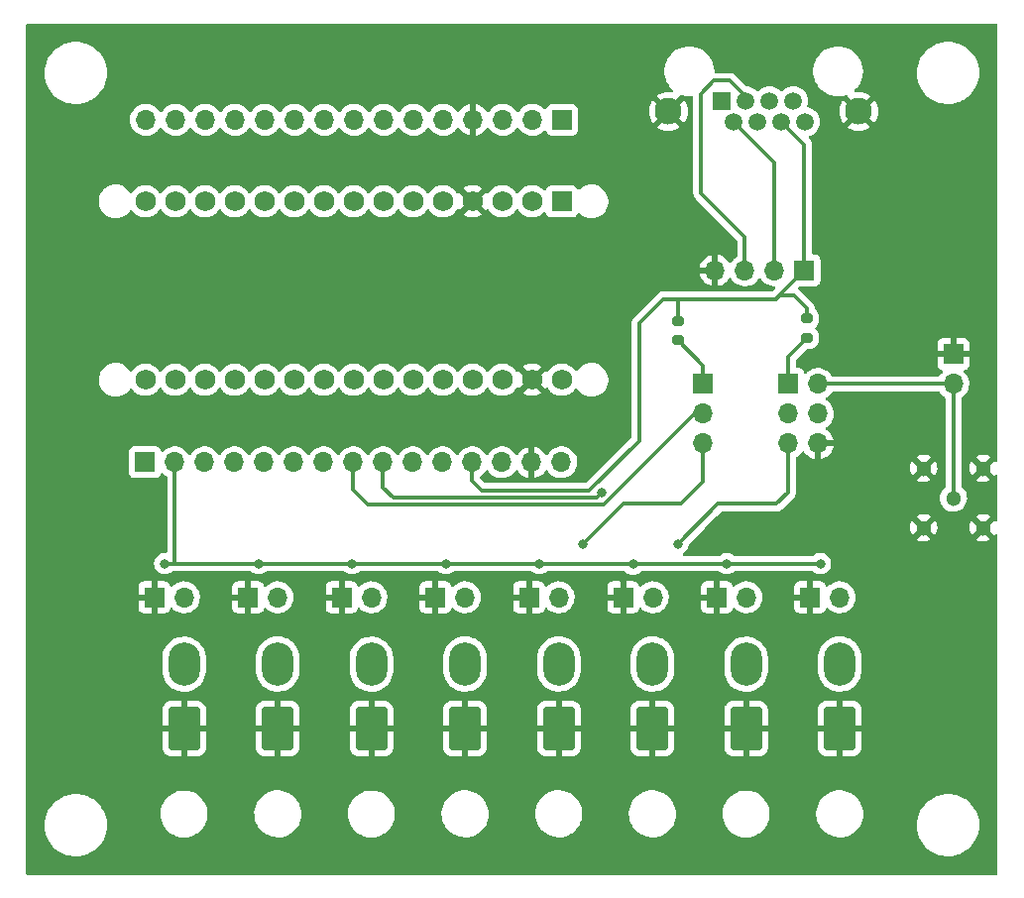
<source format=gbr>
%TF.GenerationSoftware,KiCad,Pcbnew,(6.0.1-0)*%
%TF.CreationDate,2022-10-18T15:39:24+02:00*%
%TF.ProjectId,nano_board,6e616e6f-5f62-46f6-9172-642e6b696361,rev?*%
%TF.SameCoordinates,Original*%
%TF.FileFunction,Copper,L2,Bot*%
%TF.FilePolarity,Positive*%
%FSLAX46Y46*%
G04 Gerber Fmt 4.6, Leading zero omitted, Abs format (unit mm)*
G04 Created by KiCad (PCBNEW (6.0.1-0)) date 2022-10-18 15:39:24*
%MOMM*%
%LPD*%
G01*
G04 APERTURE LIST*
G04 Aperture macros list*
%AMRoundRect*
0 Rectangle with rounded corners*
0 $1 Rounding radius*
0 $2 $3 $4 $5 $6 $7 $8 $9 X,Y pos of 4 corners*
0 Add a 4 corners polygon primitive as box body*
4,1,4,$2,$3,$4,$5,$6,$7,$8,$9,$2,$3,0*
0 Add four circle primitives for the rounded corners*
1,1,$1+$1,$2,$3*
1,1,$1+$1,$4,$5*
1,1,$1+$1,$6,$7*
1,1,$1+$1,$8,$9*
0 Add four rect primitives between the rounded corners*
20,1,$1+$1,$2,$3,$4,$5,0*
20,1,$1+$1,$4,$5,$6,$7,0*
20,1,$1+$1,$6,$7,$8,$9,0*
20,1,$1+$1,$8,$9,$2,$3,0*%
G04 Aperture macros list end*
%TA.AperFunction,ComponentPad*%
%ADD10R,1.700000X1.700000*%
%TD*%
%TA.AperFunction,ComponentPad*%
%ADD11O,1.700000X1.700000*%
%TD*%
%TA.AperFunction,ComponentPad*%
%ADD12R,1.500000X1.500000*%
%TD*%
%TA.AperFunction,ComponentPad*%
%ADD13C,1.500000*%
%TD*%
%TA.AperFunction,ComponentPad*%
%ADD14C,2.300000*%
%TD*%
%TA.AperFunction,ComponentPad*%
%ADD15RoundRect,0.250001X1.099999X1.599999X-1.099999X1.599999X-1.099999X-1.599999X1.099999X-1.599999X0*%
%TD*%
%TA.AperFunction,ComponentPad*%
%ADD16O,2.700000X3.700000*%
%TD*%
%TA.AperFunction,ComponentPad*%
%ADD17C,1.300000*%
%TD*%
%TA.AperFunction,ComponentPad*%
%ADD18C,1.727200*%
%TD*%
%TA.AperFunction,ComponentPad*%
%ADD19R,1.727200X1.727200*%
%TD*%
%TA.AperFunction,SMDPad,CuDef*%
%ADD20RoundRect,0.200000X-0.275000X0.200000X-0.275000X-0.200000X0.275000X-0.200000X0.275000X0.200000X0*%
%TD*%
%TA.AperFunction,ViaPad*%
%ADD21C,0.800000*%
%TD*%
%TA.AperFunction,Conductor*%
%ADD22C,0.300000*%
%TD*%
G04 APERTURE END LIST*
D10*
%TO.P,NTC6-Pin0,1,Pin_1*%
%TO.N,GND*%
X149500000Y-90525000D03*
D11*
%TO.P,NTC6-Pin0,2,Pin_2*%
%TO.N,A6*%
X152040000Y-90525000D03*
%TD*%
D12*
%TO.P,J0,1*%
%TO.N,GND*%
X149940000Y-48140000D03*
D13*
%TO.P,J0,2*%
%TO.N,SCL*%
X150956000Y-49920000D03*
%TO.P,J0,3*%
%TO.N,SDA*%
X151972000Y-48140000D03*
%TO.P,J0,4*%
%TO.N,unconnected-(J0-Pad4)*%
X152988000Y-49920000D03*
%TO.P,J0,5*%
%TO.N,unconnected-(J0-Pad5)*%
X154004000Y-48140000D03*
%TO.P,J0,6*%
%TO.N,5V_Ard*%
X155020000Y-49920000D03*
%TO.P,J0,7*%
%TO.N,unconnected-(J0-Pad7)*%
X156036000Y-48140000D03*
%TO.P,J0,8*%
%TO.N,unconnected-(J0-Pad8)*%
X157052000Y-49920000D03*
D14*
%TO.P,J0,SH*%
%TO.N,GND*%
X145370000Y-49030000D03*
X161630000Y-49030000D03*
%TD*%
D10*
%TO.P,I2C-Pins0,1,VCC*%
%TO.N,5V_Ard*%
X156980000Y-62600000D03*
D11*
%TO.P,I2C-Pins0,2,SDA*%
%TO.N,SCL*%
X154440000Y-62600000D03*
%TO.P,I2C-Pins0,3,SCL*%
%TO.N,SDA*%
X151900000Y-62600000D03*
%TO.P,I2C-Pins0,4,GND*%
%TO.N,GND*%
X149360000Y-62600000D03*
%TD*%
D10*
%TO.P,Freq_Pins0,1,Pin_1*%
%TO.N,GND*%
X169700000Y-69760000D03*
D11*
%TO.P,Freq_Pins0,2,Pin_2*%
%TO.N,Freq*%
X169700000Y-72300000D03*
%TD*%
D10*
%TO.P,ArdTopPins0,1,Pin_1*%
%TO.N,RX0*%
X136283000Y-49750000D03*
D11*
%TO.P,ArdTopPins0,2,Pin_2*%
%TO.N,TX1*%
X133743000Y-49750000D03*
%TO.P,ArdTopPins0,3,Pin_3*%
%TO.N,RST1*%
X131203000Y-49750000D03*
%TO.P,ArdTopPins0,4,Pin_4*%
%TO.N,GND*%
X128663000Y-49750000D03*
%TO.P,ArdTopPins0,5,Pin_5*%
%TO.N,D2*%
X126123000Y-49750000D03*
%TO.P,ArdTopPins0,6,Pin_6*%
%TO.N,D3*%
X123583000Y-49750000D03*
%TO.P,ArdTopPins0,7,Pin_7*%
%TO.N,D4*%
X121043000Y-49750000D03*
%TO.P,ArdTopPins0,8,Pin_8*%
%TO.N,D5*%
X118503000Y-49750000D03*
%TO.P,ArdTopPins0,9,Pin_9*%
%TO.N,D6*%
X115963000Y-49750000D03*
%TO.P,ArdTopPins0,10,Pin_10*%
%TO.N,D7*%
X113423000Y-49750000D03*
%TO.P,ArdTopPins0,11,Pin_11*%
%TO.N,D8*%
X110883000Y-49750000D03*
%TO.P,ArdTopPins0,12,Pin_12*%
%TO.N,D9*%
X108343000Y-49750000D03*
%TO.P,ArdTopPins0,13,Pin_13*%
%TO.N,D10*%
X105803000Y-49750000D03*
%TO.P,ArdTopPins0,14,Pin_14*%
%TO.N,D11*%
X103263000Y-49750000D03*
%TO.P,ArdTopPins0,15,Pin_15*%
%TO.N,D12*%
X100723000Y-49750000D03*
%TD*%
D10*
%TO.P,J2,1,Pin_1*%
%TO.N,SCL*%
X155600000Y-72300000D03*
D11*
%TO.P,J2,2,Pin_2*%
%TO.N,Freq*%
X158140000Y-72300000D03*
%TO.P,J2,3,Pin_3*%
%TO.N,A5*%
X155600000Y-74840000D03*
%TO.P,J2,4,Pin_4*%
X158140000Y-74840000D03*
%TO.P,J2,5,Pin_5*%
%TO.N,N5*%
X155600000Y-77380000D03*
%TO.P,J2,6,Pin_6*%
%TO.N,GND*%
X158140000Y-77380000D03*
%TD*%
D15*
%TO.P,NTC5,1,Pin_1*%
%TO.N,GND*%
X144000000Y-101725000D03*
D16*
%TO.P,NTC5,2,Pin_2*%
%TO.N,N5*%
X144000000Y-96225000D03*
%TD*%
D17*
%TO.P,J3,1*%
%TO.N,Freq*%
X169710000Y-82060000D03*
%TO.P,J3,GND*%
%TO.N,GND*%
X172250000Y-79520000D03*
%TO.P,J3,S1*%
X167170000Y-79520000D03*
%TO.P,J3,S2*%
X167170000Y-84600000D03*
%TO.P,J3,S3*%
X172250000Y-84600000D03*
%TD*%
D10*
%TO.P,NTC7-Pin0,1,Pin_1*%
%TO.N,GND*%
X157460000Y-90525000D03*
D11*
%TO.P,NTC7-Pin0,2,Pin_2*%
%TO.N,A7*%
X160000000Y-90525000D03*
%TD*%
D18*
%TO.P,XA0,3V3,3.3V*%
%TO.N,3V3_Ard*%
X103230000Y-71948000D03*
%TO.P,XA0,5V,5V*%
%TO.N,5V_Ard*%
X128630000Y-71948000D03*
%TO.P,XA0,A0,A0*%
%TO.N,A0*%
X108310000Y-71948000D03*
%TO.P,XA0,A1,A1*%
%TO.N,A1*%
X110850000Y-71948000D03*
%TO.P,XA0,A2,A2*%
%TO.N,A2*%
X113390000Y-71948000D03*
%TO.P,XA0,A3,A3*%
%TO.N,A3*%
X115930000Y-71948000D03*
%TO.P,XA0,A4,A4_SDA*%
%TO.N,A4*%
X118470000Y-71948000D03*
%TO.P,XA0,A5,A5_SCL*%
%TO.N,A5*%
X121010000Y-71948000D03*
%TO.P,XA0,A6,A6*%
%TO.N,A6*%
X123550000Y-71948000D03*
%TO.P,XA0,A7,A7*%
%TO.N,A7*%
X126090000Y-71948000D03*
%TO.P,XA0,AREF,AREF*%
%TO.N,AREF*%
X105770000Y-71948000D03*
%TO.P,XA0,D0,D0_RX0*%
%TO.N,TX1*%
X133710000Y-56708000D03*
D19*
%TO.P,XA0,D1,D1_TX0*%
%TO.N,RX0*%
X136250000Y-56708000D03*
D18*
%TO.P,XA0,D2,D2_INT0*%
%TO.N,D2*%
X126090000Y-56708000D03*
%TO.P,XA0,D3,D3_INT1*%
%TO.N,D3*%
X123550000Y-56708000D03*
%TO.P,XA0,D4,D4*%
%TO.N,D4*%
X121010000Y-56708000D03*
%TO.P,XA0,D5,D5*%
%TO.N,D5*%
X118470000Y-56708000D03*
%TO.P,XA0,D6,D6*%
%TO.N,D6*%
X115930000Y-56708000D03*
%TO.P,XA0,D7,D7*%
%TO.N,D7*%
X113390000Y-56708000D03*
%TO.P,XA0,D8,D8*%
%TO.N,D8*%
X110850000Y-56708000D03*
%TO.P,XA0,D9,D9*%
%TO.N,D9*%
X108310000Y-56708000D03*
%TO.P,XA0,D10,D10_CS*%
%TO.N,D10*%
X105770000Y-56708000D03*
%TO.P,XA0,D11,D11_MOSI*%
%TO.N,D11*%
X103230000Y-56708000D03*
%TO.P,XA0,D12,D12_MISO*%
%TO.N,D12*%
X100690000Y-56708000D03*
%TO.P,XA0,D13,D13_SCK*%
%TO.N,D13*%
X100690000Y-71948000D03*
%TO.P,XA0,GND1,GND*%
%TO.N,GND*%
X128630000Y-56708000D03*
%TO.P,XA0,GND2,GND*%
X133710000Y-71948000D03*
%TO.P,XA0,RST1,RESET*%
%TO.N,RST1*%
X131170000Y-56708000D03*
%TO.P,XA0,RST2,RESET*%
%TO.N,RST2*%
X131170000Y-71948000D03*
%TO.P,XA0,VIN,VIN*%
%TO.N,Vin_Ard*%
X136250000Y-71948000D03*
%TD*%
D15*
%TO.P,NTC0,1,Pin_1*%
%TO.N,GND*%
X104000000Y-101750000D03*
D16*
%TO.P,NTC0,2,Pin_2*%
%TO.N,A0*%
X104000000Y-96250000D03*
%TD*%
D10*
%TO.P,NTC3-Pin0,1,Pin_1*%
%TO.N,GND*%
X125460000Y-90525000D03*
D11*
%TO.P,NTC3-Pin0,2,Pin_2*%
%TO.N,A3*%
X128000000Y-90525000D03*
%TD*%
D15*
%TO.P,NTC6,1,Pin_1*%
%TO.N,GND*%
X152000000Y-101750000D03*
D16*
%TO.P,NTC6,2,Pin_2*%
%TO.N,A6*%
X152000000Y-96250000D03*
%TD*%
D15*
%TO.P,NTC4,1,Pin_1*%
%TO.N,GND*%
X136000000Y-101725000D03*
D16*
%TO.P,NTC4,2,Pin_2*%
%TO.N,N4*%
X136000000Y-96225000D03*
%TD*%
D15*
%TO.P,NTC2,1,Pin_1*%
%TO.N,GND*%
X120000000Y-101750000D03*
D16*
%TO.P,NTC2,2,Pin_2*%
%TO.N,A2*%
X120000000Y-96250000D03*
%TD*%
D10*
%TO.P,J1,1,Pin_1*%
%TO.N,SDA*%
X148300000Y-72275000D03*
D11*
%TO.P,J1,2,Pin_2*%
%TO.N,A4*%
X148300000Y-74815000D03*
%TO.P,J1,3,Pin_3*%
%TO.N,N4*%
X148300000Y-77355000D03*
%TD*%
D15*
%TO.P,NTC3,1,Pin_1*%
%TO.N,GND*%
X128000000Y-101725000D03*
D16*
%TO.P,NTC3,2,Pin_2*%
%TO.N,A3*%
X128000000Y-96225000D03*
%TD*%
D15*
%TO.P,NTC7,1,Pin_1*%
%TO.N,GND*%
X160000000Y-101725000D03*
D16*
%TO.P,NTC7,2,Pin_2*%
%TO.N,A7*%
X160000000Y-96225000D03*
%TD*%
D15*
%TO.P,NTC1,1,Pin_1*%
%TO.N,GND*%
X112000000Y-101725000D03*
D16*
%TO.P,NTC1,2,Pin_2*%
%TO.N,A1*%
X112000000Y-96225000D03*
%TD*%
D10*
%TO.P,NTC5-Pin0,1,Pin_1*%
%TO.N,GND*%
X141500000Y-90525000D03*
D11*
%TO.P,NTC5-Pin0,2,Pin_2*%
%TO.N,N5*%
X144040000Y-90525000D03*
%TD*%
D10*
%TO.P,NTC0-Pin0,1,Pin_1*%
%TO.N,GND*%
X101460000Y-90525000D03*
D11*
%TO.P,NTC0-Pin0,2,Pin_2*%
%TO.N,A0*%
X104000000Y-90525000D03*
%TD*%
D10*
%TO.P,NTC4-Pin0,1,Pin_1*%
%TO.N,GND*%
X133460000Y-90525000D03*
D11*
%TO.P,NTC4-Pin0,2,Pin_2*%
%TO.N,N4*%
X136000000Y-90525000D03*
%TD*%
D10*
%TO.P,NTC1-Pin0,1,Pin_1*%
%TO.N,GND*%
X109460000Y-90525000D03*
D11*
%TO.P,NTC1-Pin0,2,Pin_2*%
%TO.N,A1*%
X112000000Y-90525000D03*
%TD*%
D10*
%TO.P,ArdNanoBotPins0,1,Pin_1*%
%TO.N,D13*%
X100670000Y-79000000D03*
D11*
%TO.P,ArdNanoBotPins0,2,Pin_2*%
%TO.N,3V3_Ard*%
X103210000Y-79000000D03*
%TO.P,ArdNanoBotPins0,3,Pin_3*%
%TO.N,AREF*%
X105750000Y-79000000D03*
%TO.P,ArdNanoBotPins0,4,Pin_4*%
%TO.N,A0*%
X108290000Y-79000000D03*
%TO.P,ArdNanoBotPins0,5,Pin_5*%
%TO.N,A1*%
X110830000Y-79000000D03*
%TO.P,ArdNanoBotPins0,6,Pin_6*%
%TO.N,A2*%
X113370000Y-79000000D03*
%TO.P,ArdNanoBotPins0,7,Pin_7*%
%TO.N,A3*%
X115910000Y-79000000D03*
%TO.P,ArdNanoBotPins0,8,Pin_8*%
%TO.N,A4*%
X118450000Y-79000000D03*
%TO.P,ArdNanoBotPins0,9,Pin_9*%
%TO.N,A5*%
X120990000Y-79000000D03*
%TO.P,ArdNanoBotPins0,10,Pin_10*%
%TO.N,A6*%
X123530000Y-79000000D03*
%TO.P,ArdNanoBotPins0,11,Pin_11*%
%TO.N,A7*%
X126070000Y-79000000D03*
%TO.P,ArdNanoBotPins0,12,Pin_12*%
%TO.N,5V_Ard*%
X128610000Y-79000000D03*
%TO.P,ArdNanoBotPins0,13,Pin_13*%
%TO.N,RST2*%
X131150000Y-79000000D03*
%TO.P,ArdNanoBotPins0,14,Pin_14*%
%TO.N,GND*%
X133690000Y-79000000D03*
%TO.P,ArdNanoBotPins0,15,Pin_15*%
%TO.N,Vin_Ard*%
X136230000Y-79000000D03*
%TD*%
D10*
%TO.P,NTC2-Pin0,1,Pin_1*%
%TO.N,GND*%
X117460000Y-90525000D03*
D11*
%TO.P,NTC2-Pin0,2,Pin_2*%
%TO.N,A2*%
X120000000Y-90525000D03*
%TD*%
D20*
%TO.P,R_Pullup0,1*%
%TO.N,5V_Ard*%
X146150000Y-66925000D03*
%TO.P,R_Pullup0,2*%
%TO.N,SDA*%
X146150000Y-68575000D03*
%TD*%
%TO.P,R_Pullup1,1*%
%TO.N,5V_Ard*%
X157200000Y-66725000D03*
%TO.P,R_Pullup1,2*%
%TO.N,SCL*%
X157200000Y-68375000D03*
%TD*%
D21*
%TO.N,3V3_Ard*%
X142350000Y-87700000D03*
X110350000Y-87650000D03*
X134350000Y-87650000D03*
X158350000Y-87650000D03*
X150350000Y-87650000D03*
X126350000Y-87650000D03*
X118350000Y-87650000D03*
X102350000Y-87650000D03*
%TO.N,A5*%
X139650000Y-81600000D03*
%TO.N,N4*%
X138050000Y-86000000D03*
%TO.N,N5*%
X146175000Y-85975000D03*
%TD*%
D22*
%TO.N,3V3_Ard*%
X118400000Y-87650000D02*
X126400000Y-87650000D01*
X102350000Y-87650000D02*
X103250000Y-87650000D01*
X150350000Y-87650000D02*
X158350000Y-87650000D01*
X103250000Y-87650000D02*
X110350000Y-87650000D01*
X103210000Y-79000000D02*
X103210000Y-87610000D01*
X103210000Y-87610000D02*
X103250000Y-87650000D01*
X126400000Y-87650000D02*
X134500000Y-87650000D01*
X110350000Y-87650000D02*
X118400000Y-87650000D01*
X134500000Y-87650000D02*
X142450000Y-87650000D01*
X142450000Y-87650000D02*
X150350000Y-87650000D01*
%TO.N,A5*%
X139250480Y-81999520D02*
X139650000Y-81600000D01*
X120990000Y-81140000D02*
X121849520Y-81999520D01*
X120990000Y-79000000D02*
X120990000Y-81140000D01*
X121849520Y-81999520D02*
X139250480Y-81999520D01*
%TO.N,5V_Ard*%
X146150000Y-65150000D02*
X146250000Y-65050000D01*
X156065000Y-64715000D02*
X154865000Y-64715000D01*
X142850000Y-67150000D02*
X142850000Y-77150000D01*
X142850000Y-77150000D02*
X138600000Y-81400000D01*
X149500000Y-65050000D02*
X152550000Y-65050000D01*
X154865000Y-64715000D02*
X155065000Y-64515000D01*
X128610000Y-80610000D02*
X128610000Y-79000000D01*
X157200000Y-66725000D02*
X157200000Y-65850000D01*
X138600000Y-81400000D02*
X129400000Y-81400000D01*
X156980000Y-62600000D02*
X156980000Y-51865000D01*
X144950000Y-65050000D02*
X142850000Y-67150000D01*
X149500000Y-65050000D02*
X146250000Y-65050000D01*
X157200000Y-65850000D02*
X156065000Y-64715000D01*
X155065000Y-64515000D02*
X156980000Y-62600000D01*
X152550000Y-65050000D02*
X154530000Y-65050000D01*
X154530000Y-65050000D02*
X154865000Y-64715000D01*
X146250000Y-65050000D02*
X144950000Y-65050000D01*
X146150000Y-66925000D02*
X146150000Y-65150000D01*
X156980000Y-51865000D02*
X155020000Y-49905000D01*
X129400000Y-81400000D02*
X128610000Y-80610000D01*
%TO.N,A4*%
X147635000Y-74815000D02*
X148300000Y-74815000D01*
X118450000Y-79000000D02*
X118450000Y-81350000D01*
X119699040Y-82599040D02*
X139852351Y-82599040D01*
X140499511Y-81950489D02*
X147635000Y-74815000D01*
X118450000Y-81350000D02*
X119699040Y-82599040D01*
X139852351Y-82599040D02*
X140499511Y-81951880D01*
X140499511Y-81951880D02*
X140499511Y-81950489D01*
%TO.N,SCL*%
X155600000Y-69975000D02*
X155600000Y-72300000D01*
X154440000Y-62600000D02*
X154440000Y-53389000D01*
X157200000Y-68375000D02*
X155600000Y-69975000D01*
X154440000Y-53389000D02*
X150956000Y-49905000D01*
%TO.N,SDA*%
X151900000Y-59750000D02*
X151900000Y-62600000D01*
X146150000Y-68575000D02*
X148300000Y-70725000D01*
X148150000Y-56000000D02*
X151900000Y-59750000D01*
X148150000Y-47515978D02*
X148150000Y-56000000D01*
X149265978Y-46400000D02*
X148150000Y-47515978D01*
X151972000Y-47757978D02*
X150614022Y-46400000D01*
X148300000Y-70725000D02*
X148300000Y-72275000D01*
X150614022Y-46400000D02*
X149265978Y-46400000D01*
X151972000Y-48125000D02*
X151972000Y-47757978D01*
%TO.N,N4*%
X146400000Y-82550000D02*
X141500000Y-82550000D01*
X148300000Y-77355000D02*
X148300000Y-80650000D01*
X148300000Y-80650000D02*
X146400000Y-82550000D01*
X141500000Y-82550000D02*
X138050000Y-86000000D01*
%TO.N,N5*%
X149600000Y-82550000D02*
X146175000Y-85975000D01*
X154600000Y-82550000D02*
X149600000Y-82550000D01*
X155600000Y-77380000D02*
X155600000Y-81550000D01*
X155600000Y-81550000D02*
X154600000Y-82550000D01*
%TO.N,Freq*%
X169710000Y-72310000D02*
X169700000Y-72300000D01*
X169710000Y-82060000D02*
X169710000Y-72310000D01*
X158140000Y-72300000D02*
X169700000Y-72300000D01*
X169700000Y-82050000D02*
X169710000Y-82060000D01*
%TD*%
%TA.AperFunction,Conductor*%
%TO.N,GND*%
G36*
X173434121Y-41528002D02*
G01*
X173480614Y-41581658D01*
X173492000Y-41634000D01*
X173492000Y-78879757D01*
X173471998Y-78947878D01*
X173418342Y-78994371D01*
X173348068Y-79004475D01*
X173283488Y-78974981D01*
X173252994Y-78935486D01*
X173244141Y-78917534D01*
X173240617Y-78911784D01*
X173230595Y-78904262D01*
X173218176Y-78911034D01*
X172622022Y-79507188D01*
X172614408Y-79521132D01*
X172614539Y-79522965D01*
X172618790Y-79529580D01*
X173216971Y-80127761D01*
X173229351Y-80134521D01*
X173235931Y-80129595D01*
X173256066Y-80093642D01*
X173306803Y-80043981D01*
X173376335Y-80029634D01*
X173442586Y-80055156D01*
X173484521Y-80112444D01*
X173492000Y-80155209D01*
X173492000Y-83959757D01*
X173471998Y-84027878D01*
X173418342Y-84074371D01*
X173348068Y-84084475D01*
X173283488Y-84054981D01*
X173252994Y-84015486D01*
X173244141Y-83997534D01*
X173240617Y-83991784D01*
X173230595Y-83984262D01*
X173218176Y-83991034D01*
X172622022Y-84587188D01*
X172614408Y-84601132D01*
X172614539Y-84602965D01*
X172618790Y-84609580D01*
X173216971Y-85207761D01*
X173229351Y-85214521D01*
X173235931Y-85209595D01*
X173256066Y-85173642D01*
X173306803Y-85123981D01*
X173376335Y-85109634D01*
X173442586Y-85135156D01*
X173484521Y-85192444D01*
X173492000Y-85235209D01*
X173492000Y-114116000D01*
X173471998Y-114184121D01*
X173418342Y-114230614D01*
X173366000Y-114242000D01*
X90634000Y-114242000D01*
X90565879Y-114221998D01*
X90519386Y-114168342D01*
X90508000Y-114116000D01*
X90508000Y-110046485D01*
X92086854Y-110046485D01*
X92087156Y-110050320D01*
X92105108Y-110278417D01*
X92112370Y-110370695D01*
X92177206Y-110689378D01*
X92280398Y-110997784D01*
X92282052Y-111001253D01*
X92282053Y-111001254D01*
X92297142Y-111032888D01*
X92420405Y-111291316D01*
X92595141Y-111565597D01*
X92597584Y-111568560D01*
X92597585Y-111568562D01*
X92747308Y-111750190D01*
X92802001Y-111816538D01*
X93037902Y-112040399D01*
X93299326Y-112233843D01*
X93440851Y-112313914D01*
X93579019Y-112392086D01*
X93579023Y-112392088D01*
X93582376Y-112393985D01*
X93882832Y-112518438D01*
X93986288Y-112547129D01*
X94192500Y-112604317D01*
X94192508Y-112604319D01*
X94196216Y-112605347D01*
X94517856Y-112653416D01*
X94521154Y-112653560D01*
X94632918Y-112658440D01*
X94632922Y-112658440D01*
X94634294Y-112658500D01*
X94832598Y-112658500D01*
X95074605Y-112643698D01*
X95078388Y-112642997D01*
X95078395Y-112642996D01*
X95278459Y-112605916D01*
X95394372Y-112584433D01*
X95603682Y-112518438D01*
X95700860Y-112487798D01*
X95700863Y-112487797D01*
X95704532Y-112486640D01*
X95708029Y-112485046D01*
X95708035Y-112485044D01*
X95996954Y-112353376D01*
X95996958Y-112353374D01*
X96000462Y-112351777D01*
X96277751Y-112181854D01*
X96280755Y-112179464D01*
X96280760Y-112179461D01*
X96405007Y-112080630D01*
X96532264Y-111979405D01*
X96534958Y-111976664D01*
X96534962Y-111976660D01*
X96757513Y-111750190D01*
X96757517Y-111750185D01*
X96760208Y-111747447D01*
X96958185Y-111489439D01*
X97123242Y-111209227D01*
X97252920Y-110910988D01*
X97258887Y-110890846D01*
X97305801Y-110732464D01*
X97345285Y-110599169D01*
X97398961Y-110278417D01*
X97413146Y-109953515D01*
X97399100Y-109775046D01*
X97387932Y-109633140D01*
X97387932Y-109633137D01*
X97387630Y-109629305D01*
X97322794Y-109310622D01*
X97219602Y-109002216D01*
X97208878Y-108979733D01*
X101987822Y-108979733D01*
X101987975Y-108984121D01*
X101987975Y-108984127D01*
X101991515Y-109085478D01*
X101997625Y-109260458D01*
X101998387Y-109264781D01*
X101998388Y-109264788D01*
X102021725Y-109397139D01*
X102046402Y-109537087D01*
X102133203Y-109804235D01*
X102256340Y-110056702D01*
X102258795Y-110060341D01*
X102258798Y-110060347D01*
X102317294Y-110147071D01*
X102413415Y-110289576D01*
X102416360Y-110292847D01*
X102416361Y-110292848D01*
X102490590Y-110375287D01*
X102601371Y-110498322D01*
X102816550Y-110678879D01*
X103054764Y-110827731D01*
X103311375Y-110941982D01*
X103315603Y-110943194D01*
X103315602Y-110943194D01*
X103518083Y-111001254D01*
X103581390Y-111019407D01*
X103585740Y-111020018D01*
X103585743Y-111020019D01*
X103681667Y-111033500D01*
X103859552Y-111058500D01*
X104070146Y-111058500D01*
X104072332Y-111058347D01*
X104072336Y-111058347D01*
X104275827Y-111044118D01*
X104275832Y-111044117D01*
X104280212Y-111043811D01*
X104554970Y-110985409D01*
X104559099Y-110983906D01*
X104559103Y-110983905D01*
X104814781Y-110890846D01*
X104814785Y-110890844D01*
X104818926Y-110889337D01*
X105066942Y-110757464D01*
X105101352Y-110732464D01*
X105290629Y-110594947D01*
X105290632Y-110594944D01*
X105294192Y-110592358D01*
X105317400Y-110569947D01*
X105493087Y-110400287D01*
X105496252Y-110397231D01*
X105669188Y-110175882D01*
X105671384Y-110172078D01*
X105671389Y-110172071D01*
X105807435Y-109936431D01*
X105809636Y-109932619D01*
X105914862Y-109672176D01*
X105948544Y-109537087D01*
X105981753Y-109403893D01*
X105981754Y-109403888D01*
X105982817Y-109399624D01*
X105985905Y-109370251D01*
X106011719Y-109124636D01*
X106011719Y-109124633D01*
X106012178Y-109120267D01*
X106011087Y-109089012D01*
X106006398Y-108954733D01*
X109987822Y-108954733D01*
X109987975Y-108959121D01*
X109987975Y-108959127D01*
X109992388Y-109085478D01*
X109997625Y-109235458D01*
X109998387Y-109239781D01*
X109998388Y-109239788D01*
X110022164Y-109374624D01*
X110046402Y-109512087D01*
X110133203Y-109779235D01*
X110135131Y-109783188D01*
X110135133Y-109783193D01*
X110190313Y-109896328D01*
X110256340Y-110031702D01*
X110258795Y-110035341D01*
X110258798Y-110035347D01*
X110275661Y-110060347D01*
X110413415Y-110264576D01*
X110416360Y-110267847D01*
X110416361Y-110267848D01*
X110429299Y-110282217D01*
X110601371Y-110473322D01*
X110816550Y-110653879D01*
X111054764Y-110802731D01*
X111110915Y-110827731D01*
X111305850Y-110914522D01*
X111311375Y-110916982D01*
X111581390Y-110994407D01*
X111585740Y-110995018D01*
X111585743Y-110995019D01*
X111688690Y-111009487D01*
X111859552Y-111033500D01*
X112070146Y-111033500D01*
X112072332Y-111033347D01*
X112072336Y-111033347D01*
X112275827Y-111019118D01*
X112275832Y-111019117D01*
X112280212Y-111018811D01*
X112554970Y-110960409D01*
X112559099Y-110958906D01*
X112559103Y-110958905D01*
X112814781Y-110865846D01*
X112814785Y-110865844D01*
X112818926Y-110864337D01*
X113066942Y-110732464D01*
X113126245Y-110689378D01*
X113290629Y-110569947D01*
X113290632Y-110569944D01*
X113294192Y-110567358D01*
X113496252Y-110372231D01*
X113669188Y-110150882D01*
X113671384Y-110147078D01*
X113671389Y-110147071D01*
X113807435Y-109911431D01*
X113809636Y-109907619D01*
X113914862Y-109647176D01*
X113941269Y-109541265D01*
X113981753Y-109378893D01*
X113981754Y-109378888D01*
X113982817Y-109374624D01*
X113989148Y-109314393D01*
X114011719Y-109099636D01*
X114011719Y-109099633D01*
X114012178Y-109095267D01*
X114011960Y-109089012D01*
X114008144Y-108979733D01*
X117987822Y-108979733D01*
X117987975Y-108984121D01*
X117987975Y-108984127D01*
X117991515Y-109085478D01*
X117997625Y-109260458D01*
X117998387Y-109264781D01*
X117998388Y-109264788D01*
X118021725Y-109397139D01*
X118046402Y-109537087D01*
X118133203Y-109804235D01*
X118256340Y-110056702D01*
X118258795Y-110060341D01*
X118258798Y-110060347D01*
X118317294Y-110147071D01*
X118413415Y-110289576D01*
X118416360Y-110292847D01*
X118416361Y-110292848D01*
X118490590Y-110375287D01*
X118601371Y-110498322D01*
X118816550Y-110678879D01*
X119054764Y-110827731D01*
X119311375Y-110941982D01*
X119315603Y-110943194D01*
X119315602Y-110943194D01*
X119518083Y-111001254D01*
X119581390Y-111019407D01*
X119585740Y-111020018D01*
X119585743Y-111020019D01*
X119681667Y-111033500D01*
X119859552Y-111058500D01*
X120070146Y-111058500D01*
X120072332Y-111058347D01*
X120072336Y-111058347D01*
X120275827Y-111044118D01*
X120275832Y-111044117D01*
X120280212Y-111043811D01*
X120554970Y-110985409D01*
X120559099Y-110983906D01*
X120559103Y-110983905D01*
X120814781Y-110890846D01*
X120814785Y-110890844D01*
X120818926Y-110889337D01*
X121066942Y-110757464D01*
X121101352Y-110732464D01*
X121290629Y-110594947D01*
X121290632Y-110594944D01*
X121294192Y-110592358D01*
X121317400Y-110569947D01*
X121493087Y-110400287D01*
X121496252Y-110397231D01*
X121669188Y-110175882D01*
X121671384Y-110172078D01*
X121671389Y-110172071D01*
X121807435Y-109936431D01*
X121809636Y-109932619D01*
X121914862Y-109672176D01*
X121948544Y-109537087D01*
X121981753Y-109403893D01*
X121981754Y-109403888D01*
X121982817Y-109399624D01*
X121985905Y-109370251D01*
X122011719Y-109124636D01*
X122011719Y-109124633D01*
X122012178Y-109120267D01*
X122011087Y-109089012D01*
X122006398Y-108954733D01*
X125987822Y-108954733D01*
X125987975Y-108959121D01*
X125987975Y-108959127D01*
X125992388Y-109085478D01*
X125997625Y-109235458D01*
X125998387Y-109239781D01*
X125998388Y-109239788D01*
X126022164Y-109374624D01*
X126046402Y-109512087D01*
X126133203Y-109779235D01*
X126135131Y-109783188D01*
X126135133Y-109783193D01*
X126190313Y-109896328D01*
X126256340Y-110031702D01*
X126258795Y-110035341D01*
X126258798Y-110035347D01*
X126275661Y-110060347D01*
X126413415Y-110264576D01*
X126416360Y-110267847D01*
X126416361Y-110267848D01*
X126429299Y-110282217D01*
X126601371Y-110473322D01*
X126816550Y-110653879D01*
X127054764Y-110802731D01*
X127110915Y-110827731D01*
X127305850Y-110914522D01*
X127311375Y-110916982D01*
X127581390Y-110994407D01*
X127585740Y-110995018D01*
X127585743Y-110995019D01*
X127688690Y-111009487D01*
X127859552Y-111033500D01*
X128070146Y-111033500D01*
X128072332Y-111033347D01*
X128072336Y-111033347D01*
X128275827Y-111019118D01*
X128275832Y-111019117D01*
X128280212Y-111018811D01*
X128554970Y-110960409D01*
X128559099Y-110958906D01*
X128559103Y-110958905D01*
X128814781Y-110865846D01*
X128814785Y-110865844D01*
X128818926Y-110864337D01*
X129066942Y-110732464D01*
X129126245Y-110689378D01*
X129290629Y-110569947D01*
X129290632Y-110569944D01*
X129294192Y-110567358D01*
X129496252Y-110372231D01*
X129669188Y-110150882D01*
X129671384Y-110147078D01*
X129671389Y-110147071D01*
X129807435Y-109911431D01*
X129809636Y-109907619D01*
X129914862Y-109647176D01*
X129941269Y-109541265D01*
X129981753Y-109378893D01*
X129981754Y-109378888D01*
X129982817Y-109374624D01*
X129989148Y-109314393D01*
X130011719Y-109099636D01*
X130011719Y-109099633D01*
X130012178Y-109095267D01*
X130011960Y-109089012D01*
X130007271Y-108954733D01*
X133987822Y-108954733D01*
X133987975Y-108959121D01*
X133987975Y-108959127D01*
X133992388Y-109085478D01*
X133997625Y-109235458D01*
X133998387Y-109239781D01*
X133998388Y-109239788D01*
X134022164Y-109374624D01*
X134046402Y-109512087D01*
X134133203Y-109779235D01*
X134135131Y-109783188D01*
X134135133Y-109783193D01*
X134190313Y-109896328D01*
X134256340Y-110031702D01*
X134258795Y-110035341D01*
X134258798Y-110035347D01*
X134275661Y-110060347D01*
X134413415Y-110264576D01*
X134416360Y-110267847D01*
X134416361Y-110267848D01*
X134429299Y-110282217D01*
X134601371Y-110473322D01*
X134816550Y-110653879D01*
X135054764Y-110802731D01*
X135110915Y-110827731D01*
X135305850Y-110914522D01*
X135311375Y-110916982D01*
X135581390Y-110994407D01*
X135585740Y-110995018D01*
X135585743Y-110995019D01*
X135688690Y-111009487D01*
X135859552Y-111033500D01*
X136070146Y-111033500D01*
X136072332Y-111033347D01*
X136072336Y-111033347D01*
X136275827Y-111019118D01*
X136275832Y-111019117D01*
X136280212Y-111018811D01*
X136554970Y-110960409D01*
X136559099Y-110958906D01*
X136559103Y-110958905D01*
X136814781Y-110865846D01*
X136814785Y-110865844D01*
X136818926Y-110864337D01*
X137066942Y-110732464D01*
X137126245Y-110689378D01*
X137290629Y-110569947D01*
X137290632Y-110569944D01*
X137294192Y-110567358D01*
X137496252Y-110372231D01*
X137669188Y-110150882D01*
X137671384Y-110147078D01*
X137671389Y-110147071D01*
X137807435Y-109911431D01*
X137809636Y-109907619D01*
X137914862Y-109647176D01*
X137941269Y-109541265D01*
X137981753Y-109378893D01*
X137981754Y-109378888D01*
X137982817Y-109374624D01*
X137989148Y-109314393D01*
X138011719Y-109099636D01*
X138011719Y-109099633D01*
X138012178Y-109095267D01*
X138011960Y-109089012D01*
X138007271Y-108954733D01*
X141987822Y-108954733D01*
X141987975Y-108959121D01*
X141987975Y-108959127D01*
X141992388Y-109085478D01*
X141997625Y-109235458D01*
X141998387Y-109239781D01*
X141998388Y-109239788D01*
X142022164Y-109374624D01*
X142046402Y-109512087D01*
X142133203Y-109779235D01*
X142135131Y-109783188D01*
X142135133Y-109783193D01*
X142190313Y-109896328D01*
X142256340Y-110031702D01*
X142258795Y-110035341D01*
X142258798Y-110035347D01*
X142275661Y-110060347D01*
X142413415Y-110264576D01*
X142416360Y-110267847D01*
X142416361Y-110267848D01*
X142429299Y-110282217D01*
X142601371Y-110473322D01*
X142816550Y-110653879D01*
X143054764Y-110802731D01*
X143110915Y-110827731D01*
X143305850Y-110914522D01*
X143311375Y-110916982D01*
X143581390Y-110994407D01*
X143585740Y-110995018D01*
X143585743Y-110995019D01*
X143688690Y-111009487D01*
X143859552Y-111033500D01*
X144070146Y-111033500D01*
X144072332Y-111033347D01*
X144072336Y-111033347D01*
X144275827Y-111019118D01*
X144275832Y-111019117D01*
X144280212Y-111018811D01*
X144554970Y-110960409D01*
X144559099Y-110958906D01*
X144559103Y-110958905D01*
X144814781Y-110865846D01*
X144814785Y-110865844D01*
X144818926Y-110864337D01*
X145066942Y-110732464D01*
X145126245Y-110689378D01*
X145290629Y-110569947D01*
X145290632Y-110569944D01*
X145294192Y-110567358D01*
X145496252Y-110372231D01*
X145669188Y-110150882D01*
X145671384Y-110147078D01*
X145671389Y-110147071D01*
X145807435Y-109911431D01*
X145809636Y-109907619D01*
X145914862Y-109647176D01*
X145941269Y-109541265D01*
X145981753Y-109378893D01*
X145981754Y-109378888D01*
X145982817Y-109374624D01*
X145989148Y-109314393D01*
X146011719Y-109099636D01*
X146011719Y-109099633D01*
X146012178Y-109095267D01*
X146011960Y-109089012D01*
X146008144Y-108979733D01*
X149987822Y-108979733D01*
X149987975Y-108984121D01*
X149987975Y-108984127D01*
X149991515Y-109085478D01*
X149997625Y-109260458D01*
X149998387Y-109264781D01*
X149998388Y-109264788D01*
X150021725Y-109397139D01*
X150046402Y-109537087D01*
X150133203Y-109804235D01*
X150256340Y-110056702D01*
X150258795Y-110060341D01*
X150258798Y-110060347D01*
X150317294Y-110147071D01*
X150413415Y-110289576D01*
X150416360Y-110292847D01*
X150416361Y-110292848D01*
X150490590Y-110375287D01*
X150601371Y-110498322D01*
X150816550Y-110678879D01*
X151054764Y-110827731D01*
X151311375Y-110941982D01*
X151315603Y-110943194D01*
X151315602Y-110943194D01*
X151518083Y-111001254D01*
X151581390Y-111019407D01*
X151585740Y-111020018D01*
X151585743Y-111020019D01*
X151681667Y-111033500D01*
X151859552Y-111058500D01*
X152070146Y-111058500D01*
X152072332Y-111058347D01*
X152072336Y-111058347D01*
X152275827Y-111044118D01*
X152275832Y-111044117D01*
X152280212Y-111043811D01*
X152554970Y-110985409D01*
X152559099Y-110983906D01*
X152559103Y-110983905D01*
X152814781Y-110890846D01*
X152814785Y-110890844D01*
X152818926Y-110889337D01*
X153066942Y-110757464D01*
X153101352Y-110732464D01*
X153290629Y-110594947D01*
X153290632Y-110594944D01*
X153294192Y-110592358D01*
X153317400Y-110569947D01*
X153493087Y-110400287D01*
X153496252Y-110397231D01*
X153669188Y-110175882D01*
X153671384Y-110172078D01*
X153671389Y-110172071D01*
X153807435Y-109936431D01*
X153809636Y-109932619D01*
X153914862Y-109672176D01*
X153948544Y-109537087D01*
X153981753Y-109403893D01*
X153981754Y-109403888D01*
X153982817Y-109399624D01*
X153985905Y-109370251D01*
X154011719Y-109124636D01*
X154011719Y-109124633D01*
X154012178Y-109120267D01*
X154011087Y-109089012D01*
X154006398Y-108954733D01*
X157987822Y-108954733D01*
X157987975Y-108959121D01*
X157987975Y-108959127D01*
X157992388Y-109085478D01*
X157997625Y-109235458D01*
X157998387Y-109239781D01*
X157998388Y-109239788D01*
X158022164Y-109374624D01*
X158046402Y-109512087D01*
X158133203Y-109779235D01*
X158135131Y-109783188D01*
X158135133Y-109783193D01*
X158190313Y-109896328D01*
X158256340Y-110031702D01*
X158258795Y-110035341D01*
X158258798Y-110035347D01*
X158275661Y-110060347D01*
X158413415Y-110264576D01*
X158416360Y-110267847D01*
X158416361Y-110267848D01*
X158429299Y-110282217D01*
X158601371Y-110473322D01*
X158816550Y-110653879D01*
X159054764Y-110802731D01*
X159110915Y-110827731D01*
X159305850Y-110914522D01*
X159311375Y-110916982D01*
X159581390Y-110994407D01*
X159585740Y-110995018D01*
X159585743Y-110995019D01*
X159688690Y-111009487D01*
X159859552Y-111033500D01*
X160070146Y-111033500D01*
X160072332Y-111033347D01*
X160072336Y-111033347D01*
X160275827Y-111019118D01*
X160275832Y-111019117D01*
X160280212Y-111018811D01*
X160554970Y-110960409D01*
X160559099Y-110958906D01*
X160559103Y-110958905D01*
X160814781Y-110865846D01*
X160814785Y-110865844D01*
X160818926Y-110864337D01*
X161066942Y-110732464D01*
X161126245Y-110689378D01*
X161290629Y-110569947D01*
X161290632Y-110569944D01*
X161294192Y-110567358D01*
X161496252Y-110372231D01*
X161669188Y-110150882D01*
X161671384Y-110147078D01*
X161671389Y-110147071D01*
X161729462Y-110046485D01*
X166586854Y-110046485D01*
X166587156Y-110050320D01*
X166605108Y-110278417D01*
X166612370Y-110370695D01*
X166677206Y-110689378D01*
X166780398Y-110997784D01*
X166782052Y-111001253D01*
X166782053Y-111001254D01*
X166797142Y-111032888D01*
X166920405Y-111291316D01*
X167095141Y-111565597D01*
X167097584Y-111568560D01*
X167097585Y-111568562D01*
X167247308Y-111750190D01*
X167302001Y-111816538D01*
X167537902Y-112040399D01*
X167799326Y-112233843D01*
X167940851Y-112313914D01*
X168079019Y-112392086D01*
X168079023Y-112392088D01*
X168082376Y-112393985D01*
X168382832Y-112518438D01*
X168486288Y-112547129D01*
X168692500Y-112604317D01*
X168692508Y-112604319D01*
X168696216Y-112605347D01*
X169017856Y-112653416D01*
X169021154Y-112653560D01*
X169132918Y-112658440D01*
X169132922Y-112658440D01*
X169134294Y-112658500D01*
X169332598Y-112658500D01*
X169574605Y-112643698D01*
X169578388Y-112642997D01*
X169578395Y-112642996D01*
X169778459Y-112605916D01*
X169894372Y-112584433D01*
X170103682Y-112518438D01*
X170200860Y-112487798D01*
X170200863Y-112487797D01*
X170204532Y-112486640D01*
X170208029Y-112485046D01*
X170208035Y-112485044D01*
X170496954Y-112353376D01*
X170496958Y-112353374D01*
X170500462Y-112351777D01*
X170777751Y-112181854D01*
X170780755Y-112179464D01*
X170780760Y-112179461D01*
X170905007Y-112080630D01*
X171032264Y-111979405D01*
X171034958Y-111976664D01*
X171034962Y-111976660D01*
X171257513Y-111750190D01*
X171257517Y-111750185D01*
X171260208Y-111747447D01*
X171458185Y-111489439D01*
X171623242Y-111209227D01*
X171752920Y-110910988D01*
X171758887Y-110890846D01*
X171805801Y-110732464D01*
X171845285Y-110599169D01*
X171898961Y-110278417D01*
X171913146Y-109953515D01*
X171899100Y-109775046D01*
X171887932Y-109633140D01*
X171887932Y-109633137D01*
X171887630Y-109629305D01*
X171822794Y-109310622D01*
X171719602Y-109002216D01*
X171579595Y-108708684D01*
X171577089Y-108704749D01*
X171453377Y-108510561D01*
X171404859Y-108434403D01*
X171378827Y-108402824D01*
X171200442Y-108186425D01*
X171200438Y-108186420D01*
X171197999Y-108183462D01*
X170962098Y-107959601D01*
X170700674Y-107766157D01*
X170495781Y-107650234D01*
X170420981Y-107607914D01*
X170420977Y-107607912D01*
X170417624Y-107606015D01*
X170354674Y-107579940D01*
X170187513Y-107510700D01*
X170117168Y-107481562D01*
X170013712Y-107452871D01*
X169807500Y-107395683D01*
X169807492Y-107395681D01*
X169803784Y-107394653D01*
X169482144Y-107346584D01*
X169448683Y-107345123D01*
X169367082Y-107341560D01*
X169367078Y-107341560D01*
X169365706Y-107341500D01*
X169167402Y-107341500D01*
X168925395Y-107356302D01*
X168921612Y-107357003D01*
X168921605Y-107357004D01*
X168765511Y-107385935D01*
X168605628Y-107415567D01*
X168421058Y-107473762D01*
X168299140Y-107512202D01*
X168299137Y-107512203D01*
X168295468Y-107513360D01*
X168291971Y-107514954D01*
X168291965Y-107514956D01*
X168003046Y-107646624D01*
X168003042Y-107646626D01*
X167999538Y-107648223D01*
X167996259Y-107650233D01*
X167996256Y-107650234D01*
X167740190Y-107807152D01*
X167722249Y-107818146D01*
X167719245Y-107820536D01*
X167719240Y-107820539D01*
X167624809Y-107895653D01*
X167467736Y-108020595D01*
X167465042Y-108023336D01*
X167465038Y-108023340D01*
X167242487Y-108249810D01*
X167242483Y-108249815D01*
X167239792Y-108252553D01*
X167041815Y-108510561D01*
X166876758Y-108790773D01*
X166747080Y-109089012D01*
X166745986Y-109092706D01*
X166745984Y-109092711D01*
X166705727Y-109228617D01*
X166654715Y-109400831D01*
X166601039Y-109721583D01*
X166586854Y-110046485D01*
X161729462Y-110046485D01*
X161807435Y-109911431D01*
X161809636Y-109907619D01*
X161914862Y-109647176D01*
X161941269Y-109541265D01*
X161981753Y-109378893D01*
X161981754Y-109378888D01*
X161982817Y-109374624D01*
X161989148Y-109314393D01*
X162011719Y-109099636D01*
X162011719Y-109099633D01*
X162012178Y-109095267D01*
X162011960Y-109089012D01*
X162002529Y-108818939D01*
X162002528Y-108818933D01*
X162002375Y-108814542D01*
X161997600Y-108787457D01*
X161954360Y-108542236D01*
X161953598Y-108537913D01*
X161866797Y-108270765D01*
X161859404Y-108255606D01*
X161802320Y-108138569D01*
X161743660Y-108018298D01*
X161741205Y-108014659D01*
X161741202Y-108014653D01*
X161605910Y-107814075D01*
X161586585Y-107785424D01*
X161398629Y-107576678D01*
X161183450Y-107396121D01*
X160945236Y-107247269D01*
X160688625Y-107133018D01*
X160418610Y-107055593D01*
X160414260Y-107054982D01*
X160414257Y-107054981D01*
X160311310Y-107040513D01*
X160140448Y-107016500D01*
X159929854Y-107016500D01*
X159927668Y-107016653D01*
X159927664Y-107016653D01*
X159724173Y-107030882D01*
X159724168Y-107030883D01*
X159719788Y-107031189D01*
X159445030Y-107089591D01*
X159440901Y-107091094D01*
X159440897Y-107091095D01*
X159185219Y-107184154D01*
X159185215Y-107184156D01*
X159181074Y-107185663D01*
X158933058Y-107317536D01*
X158929499Y-107320122D01*
X158929497Y-107320123D01*
X158790485Y-107421121D01*
X158705808Y-107482642D01*
X158702644Y-107485698D01*
X158702641Y-107485700D01*
X158672346Y-107514956D01*
X158503748Y-107677769D01*
X158330812Y-107899118D01*
X158328616Y-107902922D01*
X158328611Y-107902929D01*
X158245288Y-108047250D01*
X158190364Y-108142381D01*
X158085138Y-108402824D01*
X158084073Y-108407097D01*
X158084072Y-108407099D01*
X158050379Y-108542236D01*
X158017183Y-108675376D01*
X158016724Y-108679744D01*
X158016723Y-108679749D01*
X157988281Y-108950364D01*
X157987822Y-108954733D01*
X154006398Y-108954733D01*
X154002529Y-108843939D01*
X154002528Y-108843933D01*
X154002375Y-108839542D01*
X153998743Y-108818939D01*
X153954360Y-108567236D01*
X153953598Y-108562913D01*
X153866797Y-108295765D01*
X153852674Y-108266807D01*
X153790127Y-108138569D01*
X153743660Y-108043298D01*
X153741205Y-108039659D01*
X153741202Y-108039653D01*
X153648980Y-107902929D01*
X153586585Y-107810424D01*
X153398629Y-107601678D01*
X153183450Y-107421121D01*
X152945236Y-107272269D01*
X152755366Y-107187733D01*
X152692639Y-107159805D01*
X152692637Y-107159804D01*
X152688625Y-107158018D01*
X152418610Y-107080593D01*
X152414260Y-107079982D01*
X152414257Y-107079981D01*
X152311310Y-107065513D01*
X152140448Y-107041500D01*
X151929854Y-107041500D01*
X151927668Y-107041653D01*
X151927664Y-107041653D01*
X151724173Y-107055882D01*
X151724168Y-107055883D01*
X151719788Y-107056189D01*
X151445030Y-107114591D01*
X151440901Y-107116094D01*
X151440897Y-107116095D01*
X151185219Y-107209154D01*
X151185215Y-107209156D01*
X151181074Y-107210663D01*
X150933058Y-107342536D01*
X150929499Y-107345122D01*
X150929497Y-107345123D01*
X150736009Y-107485700D01*
X150705808Y-107507642D01*
X150702644Y-107510698D01*
X150702641Y-107510700D01*
X150698234Y-107514956D01*
X150503748Y-107702769D01*
X150330812Y-107924118D01*
X150328616Y-107927922D01*
X150328611Y-107927929D01*
X150214794Y-108125068D01*
X150190364Y-108167381D01*
X150085138Y-108427824D01*
X150084073Y-108432097D01*
X150084072Y-108432099D01*
X150024481Y-108671107D01*
X150017183Y-108700376D01*
X150016724Y-108704744D01*
X150016723Y-108704749D01*
X149989988Y-108959127D01*
X149987822Y-108979733D01*
X146008144Y-108979733D01*
X146002529Y-108818939D01*
X146002528Y-108818933D01*
X146002375Y-108814542D01*
X145997600Y-108787457D01*
X145954360Y-108542236D01*
X145953598Y-108537913D01*
X145866797Y-108270765D01*
X145859404Y-108255606D01*
X145802320Y-108138569D01*
X145743660Y-108018298D01*
X145741205Y-108014659D01*
X145741202Y-108014653D01*
X145605910Y-107814075D01*
X145586585Y-107785424D01*
X145398629Y-107576678D01*
X145183450Y-107396121D01*
X144945236Y-107247269D01*
X144688625Y-107133018D01*
X144418610Y-107055593D01*
X144414260Y-107054982D01*
X144414257Y-107054981D01*
X144311310Y-107040513D01*
X144140448Y-107016500D01*
X143929854Y-107016500D01*
X143927668Y-107016653D01*
X143927664Y-107016653D01*
X143724173Y-107030882D01*
X143724168Y-107030883D01*
X143719788Y-107031189D01*
X143445030Y-107089591D01*
X143440901Y-107091094D01*
X143440897Y-107091095D01*
X143185219Y-107184154D01*
X143185215Y-107184156D01*
X143181074Y-107185663D01*
X142933058Y-107317536D01*
X142929499Y-107320122D01*
X142929497Y-107320123D01*
X142790485Y-107421121D01*
X142705808Y-107482642D01*
X142702644Y-107485698D01*
X142702641Y-107485700D01*
X142672346Y-107514956D01*
X142503748Y-107677769D01*
X142330812Y-107899118D01*
X142328616Y-107902922D01*
X142328611Y-107902929D01*
X142245288Y-108047250D01*
X142190364Y-108142381D01*
X142085138Y-108402824D01*
X142084073Y-108407097D01*
X142084072Y-108407099D01*
X142050379Y-108542236D01*
X142017183Y-108675376D01*
X142016724Y-108679744D01*
X142016723Y-108679749D01*
X141988281Y-108950364D01*
X141987822Y-108954733D01*
X138007271Y-108954733D01*
X138002529Y-108818939D01*
X138002528Y-108818933D01*
X138002375Y-108814542D01*
X137997600Y-108787457D01*
X137954360Y-108542236D01*
X137953598Y-108537913D01*
X137866797Y-108270765D01*
X137859404Y-108255606D01*
X137802320Y-108138569D01*
X137743660Y-108018298D01*
X137741205Y-108014659D01*
X137741202Y-108014653D01*
X137605910Y-107814075D01*
X137586585Y-107785424D01*
X137398629Y-107576678D01*
X137183450Y-107396121D01*
X136945236Y-107247269D01*
X136688625Y-107133018D01*
X136418610Y-107055593D01*
X136414260Y-107054982D01*
X136414257Y-107054981D01*
X136311310Y-107040513D01*
X136140448Y-107016500D01*
X135929854Y-107016500D01*
X135927668Y-107016653D01*
X135927664Y-107016653D01*
X135724173Y-107030882D01*
X135724168Y-107030883D01*
X135719788Y-107031189D01*
X135445030Y-107089591D01*
X135440901Y-107091094D01*
X135440897Y-107091095D01*
X135185219Y-107184154D01*
X135185215Y-107184156D01*
X135181074Y-107185663D01*
X134933058Y-107317536D01*
X134929499Y-107320122D01*
X134929497Y-107320123D01*
X134790485Y-107421121D01*
X134705808Y-107482642D01*
X134702644Y-107485698D01*
X134702641Y-107485700D01*
X134672346Y-107514956D01*
X134503748Y-107677769D01*
X134330812Y-107899118D01*
X134328616Y-107902922D01*
X134328611Y-107902929D01*
X134245288Y-108047250D01*
X134190364Y-108142381D01*
X134085138Y-108402824D01*
X134084073Y-108407097D01*
X134084072Y-108407099D01*
X134050379Y-108542236D01*
X134017183Y-108675376D01*
X134016724Y-108679744D01*
X134016723Y-108679749D01*
X133988281Y-108950364D01*
X133987822Y-108954733D01*
X130007271Y-108954733D01*
X130002529Y-108818939D01*
X130002528Y-108818933D01*
X130002375Y-108814542D01*
X129997600Y-108787457D01*
X129954360Y-108542236D01*
X129953598Y-108537913D01*
X129866797Y-108270765D01*
X129859404Y-108255606D01*
X129802320Y-108138569D01*
X129743660Y-108018298D01*
X129741205Y-108014659D01*
X129741202Y-108014653D01*
X129605910Y-107814075D01*
X129586585Y-107785424D01*
X129398629Y-107576678D01*
X129183450Y-107396121D01*
X128945236Y-107247269D01*
X128688625Y-107133018D01*
X128418610Y-107055593D01*
X128414260Y-107054982D01*
X128414257Y-107054981D01*
X128311310Y-107040513D01*
X128140448Y-107016500D01*
X127929854Y-107016500D01*
X127927668Y-107016653D01*
X127927664Y-107016653D01*
X127724173Y-107030882D01*
X127724168Y-107030883D01*
X127719788Y-107031189D01*
X127445030Y-107089591D01*
X127440901Y-107091094D01*
X127440897Y-107091095D01*
X127185219Y-107184154D01*
X127185215Y-107184156D01*
X127181074Y-107185663D01*
X126933058Y-107317536D01*
X126929499Y-107320122D01*
X126929497Y-107320123D01*
X126790485Y-107421121D01*
X126705808Y-107482642D01*
X126702644Y-107485698D01*
X126702641Y-107485700D01*
X126672346Y-107514956D01*
X126503748Y-107677769D01*
X126330812Y-107899118D01*
X126328616Y-107902922D01*
X126328611Y-107902929D01*
X126245288Y-108047250D01*
X126190364Y-108142381D01*
X126085138Y-108402824D01*
X126084073Y-108407097D01*
X126084072Y-108407099D01*
X126050379Y-108542236D01*
X126017183Y-108675376D01*
X126016724Y-108679744D01*
X126016723Y-108679749D01*
X125988281Y-108950364D01*
X125987822Y-108954733D01*
X122006398Y-108954733D01*
X122002529Y-108843939D01*
X122002528Y-108843933D01*
X122002375Y-108839542D01*
X121998743Y-108818939D01*
X121954360Y-108567236D01*
X121953598Y-108562913D01*
X121866797Y-108295765D01*
X121852674Y-108266807D01*
X121790127Y-108138569D01*
X121743660Y-108043298D01*
X121741205Y-108039659D01*
X121741202Y-108039653D01*
X121648980Y-107902929D01*
X121586585Y-107810424D01*
X121398629Y-107601678D01*
X121183450Y-107421121D01*
X120945236Y-107272269D01*
X120755366Y-107187733D01*
X120692639Y-107159805D01*
X120692637Y-107159804D01*
X120688625Y-107158018D01*
X120418610Y-107080593D01*
X120414260Y-107079982D01*
X120414257Y-107079981D01*
X120311310Y-107065513D01*
X120140448Y-107041500D01*
X119929854Y-107041500D01*
X119927668Y-107041653D01*
X119927664Y-107041653D01*
X119724173Y-107055882D01*
X119724168Y-107055883D01*
X119719788Y-107056189D01*
X119445030Y-107114591D01*
X119440901Y-107116094D01*
X119440897Y-107116095D01*
X119185219Y-107209154D01*
X119185215Y-107209156D01*
X119181074Y-107210663D01*
X118933058Y-107342536D01*
X118929499Y-107345122D01*
X118929497Y-107345123D01*
X118736009Y-107485700D01*
X118705808Y-107507642D01*
X118702644Y-107510698D01*
X118702641Y-107510700D01*
X118698234Y-107514956D01*
X118503748Y-107702769D01*
X118330812Y-107924118D01*
X118328616Y-107927922D01*
X118328611Y-107927929D01*
X118214794Y-108125068D01*
X118190364Y-108167381D01*
X118085138Y-108427824D01*
X118084073Y-108432097D01*
X118084072Y-108432099D01*
X118024481Y-108671107D01*
X118017183Y-108700376D01*
X118016724Y-108704744D01*
X118016723Y-108704749D01*
X117989988Y-108959127D01*
X117987822Y-108979733D01*
X114008144Y-108979733D01*
X114002529Y-108818939D01*
X114002528Y-108818933D01*
X114002375Y-108814542D01*
X113997600Y-108787457D01*
X113954360Y-108542236D01*
X113953598Y-108537913D01*
X113866797Y-108270765D01*
X113859404Y-108255606D01*
X113802320Y-108138569D01*
X113743660Y-108018298D01*
X113741205Y-108014659D01*
X113741202Y-108014653D01*
X113605910Y-107814075D01*
X113586585Y-107785424D01*
X113398629Y-107576678D01*
X113183450Y-107396121D01*
X112945236Y-107247269D01*
X112688625Y-107133018D01*
X112418610Y-107055593D01*
X112414260Y-107054982D01*
X112414257Y-107054981D01*
X112311310Y-107040513D01*
X112140448Y-107016500D01*
X111929854Y-107016500D01*
X111927668Y-107016653D01*
X111927664Y-107016653D01*
X111724173Y-107030882D01*
X111724168Y-107030883D01*
X111719788Y-107031189D01*
X111445030Y-107089591D01*
X111440901Y-107091094D01*
X111440897Y-107091095D01*
X111185219Y-107184154D01*
X111185215Y-107184156D01*
X111181074Y-107185663D01*
X110933058Y-107317536D01*
X110929499Y-107320122D01*
X110929497Y-107320123D01*
X110790485Y-107421121D01*
X110705808Y-107482642D01*
X110702644Y-107485698D01*
X110702641Y-107485700D01*
X110672346Y-107514956D01*
X110503748Y-107677769D01*
X110330812Y-107899118D01*
X110328616Y-107902922D01*
X110328611Y-107902929D01*
X110245288Y-108047250D01*
X110190364Y-108142381D01*
X110085138Y-108402824D01*
X110084073Y-108407097D01*
X110084072Y-108407099D01*
X110050379Y-108542236D01*
X110017183Y-108675376D01*
X110016724Y-108679744D01*
X110016723Y-108679749D01*
X109988281Y-108950364D01*
X109987822Y-108954733D01*
X106006398Y-108954733D01*
X106002529Y-108843939D01*
X106002528Y-108843933D01*
X106002375Y-108839542D01*
X105998743Y-108818939D01*
X105954360Y-108567236D01*
X105953598Y-108562913D01*
X105866797Y-108295765D01*
X105852674Y-108266807D01*
X105790127Y-108138569D01*
X105743660Y-108043298D01*
X105741205Y-108039659D01*
X105741202Y-108039653D01*
X105648980Y-107902929D01*
X105586585Y-107810424D01*
X105398629Y-107601678D01*
X105183450Y-107421121D01*
X104945236Y-107272269D01*
X104755366Y-107187733D01*
X104692639Y-107159805D01*
X104692637Y-107159804D01*
X104688625Y-107158018D01*
X104418610Y-107080593D01*
X104414260Y-107079982D01*
X104414257Y-107079981D01*
X104311310Y-107065513D01*
X104140448Y-107041500D01*
X103929854Y-107041500D01*
X103927668Y-107041653D01*
X103927664Y-107041653D01*
X103724173Y-107055882D01*
X103724168Y-107055883D01*
X103719788Y-107056189D01*
X103445030Y-107114591D01*
X103440901Y-107116094D01*
X103440897Y-107116095D01*
X103185219Y-107209154D01*
X103185215Y-107209156D01*
X103181074Y-107210663D01*
X102933058Y-107342536D01*
X102929499Y-107345122D01*
X102929497Y-107345123D01*
X102736009Y-107485700D01*
X102705808Y-107507642D01*
X102702644Y-107510698D01*
X102702641Y-107510700D01*
X102698234Y-107514956D01*
X102503748Y-107702769D01*
X102330812Y-107924118D01*
X102328616Y-107927922D01*
X102328611Y-107927929D01*
X102214794Y-108125068D01*
X102190364Y-108167381D01*
X102085138Y-108427824D01*
X102084073Y-108432097D01*
X102084072Y-108432099D01*
X102024481Y-108671107D01*
X102017183Y-108700376D01*
X102016724Y-108704744D01*
X102016723Y-108704749D01*
X101989988Y-108959127D01*
X101987822Y-108979733D01*
X97208878Y-108979733D01*
X97079595Y-108708684D01*
X97077089Y-108704749D01*
X96953377Y-108510561D01*
X96904859Y-108434403D01*
X96878827Y-108402824D01*
X96700442Y-108186425D01*
X96700438Y-108186420D01*
X96697999Y-108183462D01*
X96462098Y-107959601D01*
X96200674Y-107766157D01*
X95995781Y-107650234D01*
X95920981Y-107607914D01*
X95920977Y-107607912D01*
X95917624Y-107606015D01*
X95854674Y-107579940D01*
X95687513Y-107510700D01*
X95617168Y-107481562D01*
X95513712Y-107452871D01*
X95307500Y-107395683D01*
X95307492Y-107395681D01*
X95303784Y-107394653D01*
X94982144Y-107346584D01*
X94948683Y-107345123D01*
X94867082Y-107341560D01*
X94867078Y-107341560D01*
X94865706Y-107341500D01*
X94667402Y-107341500D01*
X94425395Y-107356302D01*
X94421612Y-107357003D01*
X94421605Y-107357004D01*
X94265511Y-107385935D01*
X94105628Y-107415567D01*
X93921058Y-107473762D01*
X93799140Y-107512202D01*
X93799137Y-107512203D01*
X93795468Y-107513360D01*
X93791971Y-107514954D01*
X93791965Y-107514956D01*
X93503046Y-107646624D01*
X93503042Y-107646626D01*
X93499538Y-107648223D01*
X93496259Y-107650233D01*
X93496256Y-107650234D01*
X93240190Y-107807152D01*
X93222249Y-107818146D01*
X93219245Y-107820536D01*
X93219240Y-107820539D01*
X93124809Y-107895653D01*
X92967736Y-108020595D01*
X92965042Y-108023336D01*
X92965038Y-108023340D01*
X92742487Y-108249810D01*
X92742483Y-108249815D01*
X92739792Y-108252553D01*
X92541815Y-108510561D01*
X92376758Y-108790773D01*
X92247080Y-109089012D01*
X92245986Y-109092706D01*
X92245984Y-109092711D01*
X92205727Y-109228617D01*
X92154715Y-109400831D01*
X92101039Y-109721583D01*
X92086854Y-110046485D01*
X90508000Y-110046485D01*
X90508000Y-103397096D01*
X102142000Y-103397096D01*
X102142337Y-103403611D01*
X102152256Y-103499203D01*
X102155150Y-103512602D01*
X102206588Y-103666783D01*
X102212762Y-103679962D01*
X102298063Y-103817807D01*
X102307099Y-103829208D01*
X102421830Y-103943739D01*
X102433241Y-103952751D01*
X102571245Y-104037818D01*
X102584423Y-104043962D01*
X102738716Y-104095139D01*
X102752081Y-104098005D01*
X102846439Y-104107672D01*
X102852855Y-104108000D01*
X103727885Y-104108000D01*
X103743124Y-104103525D01*
X103744329Y-104102135D01*
X103746000Y-104094452D01*
X103746000Y-104089885D01*
X104254000Y-104089885D01*
X104258475Y-104105124D01*
X104259865Y-104106329D01*
X104267548Y-104108000D01*
X105147096Y-104108000D01*
X105153611Y-104107663D01*
X105249203Y-104097744D01*
X105262602Y-104094850D01*
X105416783Y-104043412D01*
X105429962Y-104037238D01*
X105567807Y-103951937D01*
X105579208Y-103942901D01*
X105693739Y-103828170D01*
X105702751Y-103816759D01*
X105787818Y-103678755D01*
X105793962Y-103665577D01*
X105845139Y-103511284D01*
X105848005Y-103497919D01*
X105857672Y-103403561D01*
X105858000Y-103397145D01*
X105858000Y-103372096D01*
X110142000Y-103372096D01*
X110142337Y-103378611D01*
X110152256Y-103474203D01*
X110155150Y-103487602D01*
X110206588Y-103641783D01*
X110212762Y-103654962D01*
X110298063Y-103792807D01*
X110307099Y-103804208D01*
X110421830Y-103918739D01*
X110433241Y-103927751D01*
X110571245Y-104012818D01*
X110584423Y-104018962D01*
X110738716Y-104070139D01*
X110752081Y-104073005D01*
X110846439Y-104082672D01*
X110852855Y-104083000D01*
X111727885Y-104083000D01*
X111743124Y-104078525D01*
X111744329Y-104077135D01*
X111746000Y-104069452D01*
X111746000Y-104064885D01*
X112254000Y-104064885D01*
X112258475Y-104080124D01*
X112259865Y-104081329D01*
X112267548Y-104083000D01*
X113147096Y-104083000D01*
X113153611Y-104082663D01*
X113249203Y-104072744D01*
X113262602Y-104069850D01*
X113416783Y-104018412D01*
X113429962Y-104012238D01*
X113567807Y-103926937D01*
X113579208Y-103917901D01*
X113693739Y-103803170D01*
X113702751Y-103791759D01*
X113787818Y-103653755D01*
X113793962Y-103640577D01*
X113845139Y-103486284D01*
X113848005Y-103472919D01*
X113855773Y-103397096D01*
X118142000Y-103397096D01*
X118142337Y-103403611D01*
X118152256Y-103499203D01*
X118155150Y-103512602D01*
X118206588Y-103666783D01*
X118212762Y-103679962D01*
X118298063Y-103817807D01*
X118307099Y-103829208D01*
X118421830Y-103943739D01*
X118433241Y-103952751D01*
X118571245Y-104037818D01*
X118584423Y-104043962D01*
X118738716Y-104095139D01*
X118752081Y-104098005D01*
X118846439Y-104107672D01*
X118852855Y-104108000D01*
X119727885Y-104108000D01*
X119743124Y-104103525D01*
X119744329Y-104102135D01*
X119746000Y-104094452D01*
X119746000Y-104089885D01*
X120254000Y-104089885D01*
X120258475Y-104105124D01*
X120259865Y-104106329D01*
X120267548Y-104108000D01*
X121147096Y-104108000D01*
X121153611Y-104107663D01*
X121249203Y-104097744D01*
X121262602Y-104094850D01*
X121416783Y-104043412D01*
X121429962Y-104037238D01*
X121567807Y-103951937D01*
X121579208Y-103942901D01*
X121693739Y-103828170D01*
X121702751Y-103816759D01*
X121787818Y-103678755D01*
X121793962Y-103665577D01*
X121845139Y-103511284D01*
X121848005Y-103497919D01*
X121857672Y-103403561D01*
X121858000Y-103397145D01*
X121858000Y-103372096D01*
X126142000Y-103372096D01*
X126142337Y-103378611D01*
X126152256Y-103474203D01*
X126155150Y-103487602D01*
X126206588Y-103641783D01*
X126212762Y-103654962D01*
X126298063Y-103792807D01*
X126307099Y-103804208D01*
X126421830Y-103918739D01*
X126433241Y-103927751D01*
X126571245Y-104012818D01*
X126584423Y-104018962D01*
X126738716Y-104070139D01*
X126752081Y-104073005D01*
X126846439Y-104082672D01*
X126852855Y-104083000D01*
X127727885Y-104083000D01*
X127743124Y-104078525D01*
X127744329Y-104077135D01*
X127746000Y-104069452D01*
X127746000Y-104064885D01*
X128254000Y-104064885D01*
X128258475Y-104080124D01*
X128259865Y-104081329D01*
X128267548Y-104083000D01*
X129147096Y-104083000D01*
X129153611Y-104082663D01*
X129249203Y-104072744D01*
X129262602Y-104069850D01*
X129416783Y-104018412D01*
X129429962Y-104012238D01*
X129567807Y-103926937D01*
X129579208Y-103917901D01*
X129693739Y-103803170D01*
X129702751Y-103791759D01*
X129787818Y-103653755D01*
X129793962Y-103640577D01*
X129845139Y-103486284D01*
X129848005Y-103472919D01*
X129857672Y-103378561D01*
X129858000Y-103372145D01*
X129858000Y-103372096D01*
X134142000Y-103372096D01*
X134142337Y-103378611D01*
X134152256Y-103474203D01*
X134155150Y-103487602D01*
X134206588Y-103641783D01*
X134212762Y-103654962D01*
X134298063Y-103792807D01*
X134307099Y-103804208D01*
X134421830Y-103918739D01*
X134433241Y-103927751D01*
X134571245Y-104012818D01*
X134584423Y-104018962D01*
X134738716Y-104070139D01*
X134752081Y-104073005D01*
X134846439Y-104082672D01*
X134852855Y-104083000D01*
X135727885Y-104083000D01*
X135743124Y-104078525D01*
X135744329Y-104077135D01*
X135746000Y-104069452D01*
X135746000Y-104064885D01*
X136254000Y-104064885D01*
X136258475Y-104080124D01*
X136259865Y-104081329D01*
X136267548Y-104083000D01*
X137147096Y-104083000D01*
X137153611Y-104082663D01*
X137249203Y-104072744D01*
X137262602Y-104069850D01*
X137416783Y-104018412D01*
X137429962Y-104012238D01*
X137567807Y-103926937D01*
X137579208Y-103917901D01*
X137693739Y-103803170D01*
X137702751Y-103791759D01*
X137787818Y-103653755D01*
X137793962Y-103640577D01*
X137845139Y-103486284D01*
X137848005Y-103472919D01*
X137857672Y-103378561D01*
X137858000Y-103372145D01*
X137858000Y-103372096D01*
X142142000Y-103372096D01*
X142142337Y-103378611D01*
X142152256Y-103474203D01*
X142155150Y-103487602D01*
X142206588Y-103641783D01*
X142212762Y-103654962D01*
X142298063Y-103792807D01*
X142307099Y-103804208D01*
X142421830Y-103918739D01*
X142433241Y-103927751D01*
X142571245Y-104012818D01*
X142584423Y-104018962D01*
X142738716Y-104070139D01*
X142752081Y-104073005D01*
X142846439Y-104082672D01*
X142852855Y-104083000D01*
X143727885Y-104083000D01*
X143743124Y-104078525D01*
X143744329Y-104077135D01*
X143746000Y-104069452D01*
X143746000Y-104064885D01*
X144254000Y-104064885D01*
X144258475Y-104080124D01*
X144259865Y-104081329D01*
X144267548Y-104083000D01*
X145147096Y-104083000D01*
X145153611Y-104082663D01*
X145249203Y-104072744D01*
X145262602Y-104069850D01*
X145416783Y-104018412D01*
X145429962Y-104012238D01*
X145567807Y-103926937D01*
X145579208Y-103917901D01*
X145693739Y-103803170D01*
X145702751Y-103791759D01*
X145787818Y-103653755D01*
X145793962Y-103640577D01*
X145845139Y-103486284D01*
X145848005Y-103472919D01*
X145855773Y-103397096D01*
X150142000Y-103397096D01*
X150142337Y-103403611D01*
X150152256Y-103499203D01*
X150155150Y-103512602D01*
X150206588Y-103666783D01*
X150212762Y-103679962D01*
X150298063Y-103817807D01*
X150307099Y-103829208D01*
X150421830Y-103943739D01*
X150433241Y-103952751D01*
X150571245Y-104037818D01*
X150584423Y-104043962D01*
X150738716Y-104095139D01*
X150752081Y-104098005D01*
X150846439Y-104107672D01*
X150852855Y-104108000D01*
X151727885Y-104108000D01*
X151743124Y-104103525D01*
X151744329Y-104102135D01*
X151746000Y-104094452D01*
X151746000Y-104089885D01*
X152254000Y-104089885D01*
X152258475Y-104105124D01*
X152259865Y-104106329D01*
X152267548Y-104108000D01*
X153147096Y-104108000D01*
X153153611Y-104107663D01*
X153249203Y-104097744D01*
X153262602Y-104094850D01*
X153416783Y-104043412D01*
X153429962Y-104037238D01*
X153567807Y-103951937D01*
X153579208Y-103942901D01*
X153693739Y-103828170D01*
X153702751Y-103816759D01*
X153787818Y-103678755D01*
X153793962Y-103665577D01*
X153845139Y-103511284D01*
X153848005Y-103497919D01*
X153857672Y-103403561D01*
X153858000Y-103397145D01*
X153858000Y-103372096D01*
X158142000Y-103372096D01*
X158142337Y-103378611D01*
X158152256Y-103474203D01*
X158155150Y-103487602D01*
X158206588Y-103641783D01*
X158212762Y-103654962D01*
X158298063Y-103792807D01*
X158307099Y-103804208D01*
X158421830Y-103918739D01*
X158433241Y-103927751D01*
X158571245Y-104012818D01*
X158584423Y-104018962D01*
X158738716Y-104070139D01*
X158752081Y-104073005D01*
X158846439Y-104082672D01*
X158852855Y-104083000D01*
X159727885Y-104083000D01*
X159743124Y-104078525D01*
X159744329Y-104077135D01*
X159746000Y-104069452D01*
X159746000Y-104064885D01*
X160254000Y-104064885D01*
X160258475Y-104080124D01*
X160259865Y-104081329D01*
X160267548Y-104083000D01*
X161147096Y-104083000D01*
X161153611Y-104082663D01*
X161249203Y-104072744D01*
X161262602Y-104069850D01*
X161416783Y-104018412D01*
X161429962Y-104012238D01*
X161567807Y-103926937D01*
X161579208Y-103917901D01*
X161693739Y-103803170D01*
X161702751Y-103791759D01*
X161787818Y-103653755D01*
X161793962Y-103640577D01*
X161845139Y-103486284D01*
X161848005Y-103472919D01*
X161857672Y-103378561D01*
X161858000Y-103372145D01*
X161858000Y-101997115D01*
X161853525Y-101981876D01*
X161852135Y-101980671D01*
X161844452Y-101979000D01*
X160272115Y-101979000D01*
X160256876Y-101983475D01*
X160255671Y-101984865D01*
X160254000Y-101992548D01*
X160254000Y-104064885D01*
X159746000Y-104064885D01*
X159746000Y-101997115D01*
X159741525Y-101981876D01*
X159740135Y-101980671D01*
X159732452Y-101979000D01*
X158160115Y-101979000D01*
X158144876Y-101983475D01*
X158143671Y-101984865D01*
X158142000Y-101992548D01*
X158142000Y-103372096D01*
X153858000Y-103372096D01*
X153858000Y-102022115D01*
X153853525Y-102006876D01*
X153852135Y-102005671D01*
X153844452Y-102004000D01*
X152272115Y-102004000D01*
X152256876Y-102008475D01*
X152255671Y-102009865D01*
X152254000Y-102017548D01*
X152254000Y-104089885D01*
X151746000Y-104089885D01*
X151746000Y-102022115D01*
X151741525Y-102006876D01*
X151740135Y-102005671D01*
X151732452Y-102004000D01*
X150160115Y-102004000D01*
X150144876Y-102008475D01*
X150143671Y-102009865D01*
X150142000Y-102017548D01*
X150142000Y-103397096D01*
X145855773Y-103397096D01*
X145857672Y-103378561D01*
X145858000Y-103372145D01*
X145858000Y-101997115D01*
X145853525Y-101981876D01*
X145852135Y-101980671D01*
X145844452Y-101979000D01*
X144272115Y-101979000D01*
X144256876Y-101983475D01*
X144255671Y-101984865D01*
X144254000Y-101992548D01*
X144254000Y-104064885D01*
X143746000Y-104064885D01*
X143746000Y-101997115D01*
X143741525Y-101981876D01*
X143740135Y-101980671D01*
X143732452Y-101979000D01*
X142160115Y-101979000D01*
X142144876Y-101983475D01*
X142143671Y-101984865D01*
X142142000Y-101992548D01*
X142142000Y-103372096D01*
X137858000Y-103372096D01*
X137858000Y-101997115D01*
X137853525Y-101981876D01*
X137852135Y-101980671D01*
X137844452Y-101979000D01*
X136272115Y-101979000D01*
X136256876Y-101983475D01*
X136255671Y-101984865D01*
X136254000Y-101992548D01*
X136254000Y-104064885D01*
X135746000Y-104064885D01*
X135746000Y-101997115D01*
X135741525Y-101981876D01*
X135740135Y-101980671D01*
X135732452Y-101979000D01*
X134160115Y-101979000D01*
X134144876Y-101983475D01*
X134143671Y-101984865D01*
X134142000Y-101992548D01*
X134142000Y-103372096D01*
X129858000Y-103372096D01*
X129858000Y-101997115D01*
X129853525Y-101981876D01*
X129852135Y-101980671D01*
X129844452Y-101979000D01*
X128272115Y-101979000D01*
X128256876Y-101983475D01*
X128255671Y-101984865D01*
X128254000Y-101992548D01*
X128254000Y-104064885D01*
X127746000Y-104064885D01*
X127746000Y-101997115D01*
X127741525Y-101981876D01*
X127740135Y-101980671D01*
X127732452Y-101979000D01*
X126160115Y-101979000D01*
X126144876Y-101983475D01*
X126143671Y-101984865D01*
X126142000Y-101992548D01*
X126142000Y-103372096D01*
X121858000Y-103372096D01*
X121858000Y-102022115D01*
X121853525Y-102006876D01*
X121852135Y-102005671D01*
X121844452Y-102004000D01*
X120272115Y-102004000D01*
X120256876Y-102008475D01*
X120255671Y-102009865D01*
X120254000Y-102017548D01*
X120254000Y-104089885D01*
X119746000Y-104089885D01*
X119746000Y-102022115D01*
X119741525Y-102006876D01*
X119740135Y-102005671D01*
X119732452Y-102004000D01*
X118160115Y-102004000D01*
X118144876Y-102008475D01*
X118143671Y-102009865D01*
X118142000Y-102017548D01*
X118142000Y-103397096D01*
X113855773Y-103397096D01*
X113857672Y-103378561D01*
X113858000Y-103372145D01*
X113858000Y-101997115D01*
X113853525Y-101981876D01*
X113852135Y-101980671D01*
X113844452Y-101979000D01*
X112272115Y-101979000D01*
X112256876Y-101983475D01*
X112255671Y-101984865D01*
X112254000Y-101992548D01*
X112254000Y-104064885D01*
X111746000Y-104064885D01*
X111746000Y-101997115D01*
X111741525Y-101981876D01*
X111740135Y-101980671D01*
X111732452Y-101979000D01*
X110160115Y-101979000D01*
X110144876Y-101983475D01*
X110143671Y-101984865D01*
X110142000Y-101992548D01*
X110142000Y-103372096D01*
X105858000Y-103372096D01*
X105858000Y-102022115D01*
X105853525Y-102006876D01*
X105852135Y-102005671D01*
X105844452Y-102004000D01*
X104272115Y-102004000D01*
X104256876Y-102008475D01*
X104255671Y-102009865D01*
X104254000Y-102017548D01*
X104254000Y-104089885D01*
X103746000Y-104089885D01*
X103746000Y-102022115D01*
X103741525Y-102006876D01*
X103740135Y-102005671D01*
X103732452Y-102004000D01*
X102160115Y-102004000D01*
X102144876Y-102008475D01*
X102143671Y-102009865D01*
X102142000Y-102017548D01*
X102142000Y-103397096D01*
X90508000Y-103397096D01*
X90508000Y-101477885D01*
X102142000Y-101477885D01*
X102146475Y-101493124D01*
X102147865Y-101494329D01*
X102155548Y-101496000D01*
X103727885Y-101496000D01*
X103743124Y-101491525D01*
X103744329Y-101490135D01*
X103746000Y-101482452D01*
X103746000Y-101477885D01*
X104254000Y-101477885D01*
X104258475Y-101493124D01*
X104259865Y-101494329D01*
X104267548Y-101496000D01*
X105839885Y-101496000D01*
X105855124Y-101491525D01*
X105856329Y-101490135D01*
X105858000Y-101482452D01*
X105858000Y-101477885D01*
X118142000Y-101477885D01*
X118146475Y-101493124D01*
X118147865Y-101494329D01*
X118155548Y-101496000D01*
X119727885Y-101496000D01*
X119743124Y-101491525D01*
X119744329Y-101490135D01*
X119746000Y-101482452D01*
X119746000Y-101477885D01*
X120254000Y-101477885D01*
X120258475Y-101493124D01*
X120259865Y-101494329D01*
X120267548Y-101496000D01*
X121839885Y-101496000D01*
X121855124Y-101491525D01*
X121856329Y-101490135D01*
X121858000Y-101482452D01*
X121858000Y-101477885D01*
X150142000Y-101477885D01*
X150146475Y-101493124D01*
X150147865Y-101494329D01*
X150155548Y-101496000D01*
X151727885Y-101496000D01*
X151743124Y-101491525D01*
X151744329Y-101490135D01*
X151746000Y-101482452D01*
X151746000Y-101477885D01*
X152254000Y-101477885D01*
X152258475Y-101493124D01*
X152259865Y-101494329D01*
X152267548Y-101496000D01*
X153839885Y-101496000D01*
X153855124Y-101491525D01*
X153856329Y-101490135D01*
X153858000Y-101482452D01*
X153858000Y-101452885D01*
X158142000Y-101452885D01*
X158146475Y-101468124D01*
X158147865Y-101469329D01*
X158155548Y-101471000D01*
X159727885Y-101471000D01*
X159743124Y-101466525D01*
X159744329Y-101465135D01*
X159746000Y-101457452D01*
X159746000Y-101452885D01*
X160254000Y-101452885D01*
X160258475Y-101468124D01*
X160259865Y-101469329D01*
X160267548Y-101471000D01*
X161839885Y-101471000D01*
X161855124Y-101466525D01*
X161856329Y-101465135D01*
X161858000Y-101457452D01*
X161858000Y-100077904D01*
X161857663Y-100071389D01*
X161847744Y-99975797D01*
X161844850Y-99962398D01*
X161793412Y-99808217D01*
X161787238Y-99795038D01*
X161701937Y-99657193D01*
X161692901Y-99645792D01*
X161578170Y-99531261D01*
X161566759Y-99522249D01*
X161428755Y-99437182D01*
X161415577Y-99431038D01*
X161261284Y-99379861D01*
X161247919Y-99376995D01*
X161153561Y-99367328D01*
X161147144Y-99367000D01*
X160272115Y-99367000D01*
X160256876Y-99371475D01*
X160255671Y-99372865D01*
X160254000Y-99380548D01*
X160254000Y-101452885D01*
X159746000Y-101452885D01*
X159746000Y-99385115D01*
X159741525Y-99369876D01*
X159740135Y-99368671D01*
X159732452Y-99367000D01*
X158852904Y-99367000D01*
X158846389Y-99367337D01*
X158750797Y-99377256D01*
X158737398Y-99380150D01*
X158583217Y-99431588D01*
X158570038Y-99437762D01*
X158432193Y-99523063D01*
X158420792Y-99532099D01*
X158306261Y-99646830D01*
X158297249Y-99658241D01*
X158212182Y-99796245D01*
X158206038Y-99809423D01*
X158154861Y-99963716D01*
X158151995Y-99977081D01*
X158142328Y-100071439D01*
X158142000Y-100077856D01*
X158142000Y-101452885D01*
X153858000Y-101452885D01*
X153858000Y-100102904D01*
X153857663Y-100096389D01*
X153847744Y-100000797D01*
X153844850Y-99987398D01*
X153793412Y-99833217D01*
X153787238Y-99820038D01*
X153701937Y-99682193D01*
X153692901Y-99670792D01*
X153578170Y-99556261D01*
X153566759Y-99547249D01*
X153428755Y-99462182D01*
X153415577Y-99456038D01*
X153261284Y-99404861D01*
X153247919Y-99401995D01*
X153153561Y-99392328D01*
X153147144Y-99392000D01*
X152272115Y-99392000D01*
X152256876Y-99396475D01*
X152255671Y-99397865D01*
X152254000Y-99405548D01*
X152254000Y-101477885D01*
X151746000Y-101477885D01*
X151746000Y-99410115D01*
X151741525Y-99394876D01*
X151740135Y-99393671D01*
X151732452Y-99392000D01*
X150852904Y-99392000D01*
X150846389Y-99392337D01*
X150750797Y-99402256D01*
X150737398Y-99405150D01*
X150583217Y-99456588D01*
X150570038Y-99462762D01*
X150432193Y-99548063D01*
X150420792Y-99557099D01*
X150306261Y-99671830D01*
X150297249Y-99683241D01*
X150212182Y-99821245D01*
X150206038Y-99834423D01*
X150154861Y-99988716D01*
X150151995Y-100002081D01*
X150142328Y-100096439D01*
X150142000Y-100102856D01*
X150142000Y-101477885D01*
X121858000Y-101477885D01*
X121858000Y-101452885D01*
X126142000Y-101452885D01*
X126146475Y-101468124D01*
X126147865Y-101469329D01*
X126155548Y-101471000D01*
X127727885Y-101471000D01*
X127743124Y-101466525D01*
X127744329Y-101465135D01*
X127746000Y-101457452D01*
X127746000Y-101452885D01*
X128254000Y-101452885D01*
X128258475Y-101468124D01*
X128259865Y-101469329D01*
X128267548Y-101471000D01*
X129839885Y-101471000D01*
X129855124Y-101466525D01*
X129856329Y-101465135D01*
X129858000Y-101457452D01*
X129858000Y-101452885D01*
X134142000Y-101452885D01*
X134146475Y-101468124D01*
X134147865Y-101469329D01*
X134155548Y-101471000D01*
X135727885Y-101471000D01*
X135743124Y-101466525D01*
X135744329Y-101465135D01*
X135746000Y-101457452D01*
X135746000Y-101452885D01*
X136254000Y-101452885D01*
X136258475Y-101468124D01*
X136259865Y-101469329D01*
X136267548Y-101471000D01*
X137839885Y-101471000D01*
X137855124Y-101466525D01*
X137856329Y-101465135D01*
X137858000Y-101457452D01*
X137858000Y-101452885D01*
X142142000Y-101452885D01*
X142146475Y-101468124D01*
X142147865Y-101469329D01*
X142155548Y-101471000D01*
X143727885Y-101471000D01*
X143743124Y-101466525D01*
X143744329Y-101465135D01*
X143746000Y-101457452D01*
X143746000Y-101452885D01*
X144254000Y-101452885D01*
X144258475Y-101468124D01*
X144259865Y-101469329D01*
X144267548Y-101471000D01*
X145839885Y-101471000D01*
X145855124Y-101466525D01*
X145856329Y-101465135D01*
X145858000Y-101457452D01*
X145858000Y-100077904D01*
X145857663Y-100071389D01*
X145847744Y-99975797D01*
X145844850Y-99962398D01*
X145793412Y-99808217D01*
X145787238Y-99795038D01*
X145701937Y-99657193D01*
X145692901Y-99645792D01*
X145578170Y-99531261D01*
X145566759Y-99522249D01*
X145428755Y-99437182D01*
X145415577Y-99431038D01*
X145261284Y-99379861D01*
X145247919Y-99376995D01*
X145153561Y-99367328D01*
X145147144Y-99367000D01*
X144272115Y-99367000D01*
X144256876Y-99371475D01*
X144255671Y-99372865D01*
X144254000Y-99380548D01*
X144254000Y-101452885D01*
X143746000Y-101452885D01*
X143746000Y-99385115D01*
X143741525Y-99369876D01*
X143740135Y-99368671D01*
X143732452Y-99367000D01*
X142852904Y-99367000D01*
X142846389Y-99367337D01*
X142750797Y-99377256D01*
X142737398Y-99380150D01*
X142583217Y-99431588D01*
X142570038Y-99437762D01*
X142432193Y-99523063D01*
X142420792Y-99532099D01*
X142306261Y-99646830D01*
X142297249Y-99658241D01*
X142212182Y-99796245D01*
X142206038Y-99809423D01*
X142154861Y-99963716D01*
X142151995Y-99977081D01*
X142142328Y-100071439D01*
X142142000Y-100077856D01*
X142142000Y-101452885D01*
X137858000Y-101452885D01*
X137858000Y-100077904D01*
X137857663Y-100071389D01*
X137847744Y-99975797D01*
X137844850Y-99962398D01*
X137793412Y-99808217D01*
X137787238Y-99795038D01*
X137701937Y-99657193D01*
X137692901Y-99645792D01*
X137578170Y-99531261D01*
X137566759Y-99522249D01*
X137428755Y-99437182D01*
X137415577Y-99431038D01*
X137261284Y-99379861D01*
X137247919Y-99376995D01*
X137153561Y-99367328D01*
X137147144Y-99367000D01*
X136272115Y-99367000D01*
X136256876Y-99371475D01*
X136255671Y-99372865D01*
X136254000Y-99380548D01*
X136254000Y-101452885D01*
X135746000Y-101452885D01*
X135746000Y-99385115D01*
X135741525Y-99369876D01*
X135740135Y-99368671D01*
X135732452Y-99367000D01*
X134852904Y-99367000D01*
X134846389Y-99367337D01*
X134750797Y-99377256D01*
X134737398Y-99380150D01*
X134583217Y-99431588D01*
X134570038Y-99437762D01*
X134432193Y-99523063D01*
X134420792Y-99532099D01*
X134306261Y-99646830D01*
X134297249Y-99658241D01*
X134212182Y-99796245D01*
X134206038Y-99809423D01*
X134154861Y-99963716D01*
X134151995Y-99977081D01*
X134142328Y-100071439D01*
X134142000Y-100077856D01*
X134142000Y-101452885D01*
X129858000Y-101452885D01*
X129858000Y-100077904D01*
X129857663Y-100071389D01*
X129847744Y-99975797D01*
X129844850Y-99962398D01*
X129793412Y-99808217D01*
X129787238Y-99795038D01*
X129701937Y-99657193D01*
X129692901Y-99645792D01*
X129578170Y-99531261D01*
X129566759Y-99522249D01*
X129428755Y-99437182D01*
X129415577Y-99431038D01*
X129261284Y-99379861D01*
X129247919Y-99376995D01*
X129153561Y-99367328D01*
X129147144Y-99367000D01*
X128272115Y-99367000D01*
X128256876Y-99371475D01*
X128255671Y-99372865D01*
X128254000Y-99380548D01*
X128254000Y-101452885D01*
X127746000Y-101452885D01*
X127746000Y-99385115D01*
X127741525Y-99369876D01*
X127740135Y-99368671D01*
X127732452Y-99367000D01*
X126852904Y-99367000D01*
X126846389Y-99367337D01*
X126750797Y-99377256D01*
X126737398Y-99380150D01*
X126583217Y-99431588D01*
X126570038Y-99437762D01*
X126432193Y-99523063D01*
X126420792Y-99532099D01*
X126306261Y-99646830D01*
X126297249Y-99658241D01*
X126212182Y-99796245D01*
X126206038Y-99809423D01*
X126154861Y-99963716D01*
X126151995Y-99977081D01*
X126142328Y-100071439D01*
X126142000Y-100077856D01*
X126142000Y-101452885D01*
X121858000Y-101452885D01*
X121858000Y-100102904D01*
X121857663Y-100096389D01*
X121847744Y-100000797D01*
X121844850Y-99987398D01*
X121793412Y-99833217D01*
X121787238Y-99820038D01*
X121701937Y-99682193D01*
X121692901Y-99670792D01*
X121578170Y-99556261D01*
X121566759Y-99547249D01*
X121428755Y-99462182D01*
X121415577Y-99456038D01*
X121261284Y-99404861D01*
X121247919Y-99401995D01*
X121153561Y-99392328D01*
X121147144Y-99392000D01*
X120272115Y-99392000D01*
X120256876Y-99396475D01*
X120255671Y-99397865D01*
X120254000Y-99405548D01*
X120254000Y-101477885D01*
X119746000Y-101477885D01*
X119746000Y-99410115D01*
X119741525Y-99394876D01*
X119740135Y-99393671D01*
X119732452Y-99392000D01*
X118852904Y-99392000D01*
X118846389Y-99392337D01*
X118750797Y-99402256D01*
X118737398Y-99405150D01*
X118583217Y-99456588D01*
X118570038Y-99462762D01*
X118432193Y-99548063D01*
X118420792Y-99557099D01*
X118306261Y-99671830D01*
X118297249Y-99683241D01*
X118212182Y-99821245D01*
X118206038Y-99834423D01*
X118154861Y-99988716D01*
X118151995Y-100002081D01*
X118142328Y-100096439D01*
X118142000Y-100102856D01*
X118142000Y-101477885D01*
X105858000Y-101477885D01*
X105858000Y-101452885D01*
X110142000Y-101452885D01*
X110146475Y-101468124D01*
X110147865Y-101469329D01*
X110155548Y-101471000D01*
X111727885Y-101471000D01*
X111743124Y-101466525D01*
X111744329Y-101465135D01*
X111746000Y-101457452D01*
X111746000Y-101452885D01*
X112254000Y-101452885D01*
X112258475Y-101468124D01*
X112259865Y-101469329D01*
X112267548Y-101471000D01*
X113839885Y-101471000D01*
X113855124Y-101466525D01*
X113856329Y-101465135D01*
X113858000Y-101457452D01*
X113858000Y-100077904D01*
X113857663Y-100071389D01*
X113847744Y-99975797D01*
X113844850Y-99962398D01*
X113793412Y-99808217D01*
X113787238Y-99795038D01*
X113701937Y-99657193D01*
X113692901Y-99645792D01*
X113578170Y-99531261D01*
X113566759Y-99522249D01*
X113428755Y-99437182D01*
X113415577Y-99431038D01*
X113261284Y-99379861D01*
X113247919Y-99376995D01*
X113153561Y-99367328D01*
X113147144Y-99367000D01*
X112272115Y-99367000D01*
X112256876Y-99371475D01*
X112255671Y-99372865D01*
X112254000Y-99380548D01*
X112254000Y-101452885D01*
X111746000Y-101452885D01*
X111746000Y-99385115D01*
X111741525Y-99369876D01*
X111740135Y-99368671D01*
X111732452Y-99367000D01*
X110852904Y-99367000D01*
X110846389Y-99367337D01*
X110750797Y-99377256D01*
X110737398Y-99380150D01*
X110583217Y-99431588D01*
X110570038Y-99437762D01*
X110432193Y-99523063D01*
X110420792Y-99532099D01*
X110306261Y-99646830D01*
X110297249Y-99658241D01*
X110212182Y-99796245D01*
X110206038Y-99809423D01*
X110154861Y-99963716D01*
X110151995Y-99977081D01*
X110142328Y-100071439D01*
X110142000Y-100077856D01*
X110142000Y-101452885D01*
X105858000Y-101452885D01*
X105858000Y-100102904D01*
X105857663Y-100096389D01*
X105847744Y-100000797D01*
X105844850Y-99987398D01*
X105793412Y-99833217D01*
X105787238Y-99820038D01*
X105701937Y-99682193D01*
X105692901Y-99670792D01*
X105578170Y-99556261D01*
X105566759Y-99547249D01*
X105428755Y-99462182D01*
X105415577Y-99456038D01*
X105261284Y-99404861D01*
X105247919Y-99401995D01*
X105153561Y-99392328D01*
X105147144Y-99392000D01*
X104272115Y-99392000D01*
X104256876Y-99396475D01*
X104255671Y-99397865D01*
X104254000Y-99405548D01*
X104254000Y-101477885D01*
X103746000Y-101477885D01*
X103746000Y-99410115D01*
X103741525Y-99394876D01*
X103740135Y-99393671D01*
X103732452Y-99392000D01*
X102852904Y-99392000D01*
X102846389Y-99392337D01*
X102750797Y-99402256D01*
X102737398Y-99405150D01*
X102583217Y-99456588D01*
X102570038Y-99462762D01*
X102432193Y-99548063D01*
X102420792Y-99557099D01*
X102306261Y-99671830D01*
X102297249Y-99683241D01*
X102212182Y-99821245D01*
X102206038Y-99834423D01*
X102154861Y-99988716D01*
X102151995Y-100002081D01*
X102142328Y-100096439D01*
X102142000Y-100102856D01*
X102142000Y-101477885D01*
X90508000Y-101477885D01*
X90508000Y-96818512D01*
X102141500Y-96818512D01*
X102156047Y-97019004D01*
X102157031Y-97023459D01*
X102157031Y-97023462D01*
X102207690Y-97252912D01*
X102214194Y-97282372D01*
X102215812Y-97286642D01*
X102298661Y-97505318D01*
X102309750Y-97534588D01*
X102440714Y-97770368D01*
X102443486Y-97774000D01*
X102585264Y-97959773D01*
X102604343Y-97984773D01*
X102797208Y-98173312D01*
X103015270Y-98332034D01*
X103115031Y-98384521D01*
X103249921Y-98455490D01*
X103249927Y-98455493D01*
X103253961Y-98457615D01*
X103258266Y-98459135D01*
X103258270Y-98459137D01*
X103503967Y-98545902D01*
X103508280Y-98547425D01*
X103586333Y-98562809D01*
X103768428Y-98598700D01*
X103768434Y-98598701D01*
X103772900Y-98599581D01*
X103777453Y-98599808D01*
X103777456Y-98599808D01*
X104037708Y-98612764D01*
X104037714Y-98612764D01*
X104042277Y-98612991D01*
X104310769Y-98587375D01*
X104315203Y-98586290D01*
X104315209Y-98586289D01*
X104568312Y-98524355D01*
X104572750Y-98523269D01*
X104822733Y-98422015D01*
X105055482Y-98285735D01*
X105266119Y-98117284D01*
X105450234Y-97920191D01*
X105603968Y-97698584D01*
X105724101Y-97457106D01*
X105725523Y-97452769D01*
X105806698Y-97205147D01*
X105806699Y-97205141D01*
X105808118Y-97200814D01*
X105813239Y-97171322D01*
X105853601Y-96938860D01*
X105853602Y-96938852D01*
X105854257Y-96935079D01*
X105858500Y-96849851D01*
X105858500Y-96793512D01*
X110141500Y-96793512D01*
X110141665Y-96795780D01*
X110141665Y-96795792D01*
X110143314Y-96818512D01*
X110156047Y-96994004D01*
X110157031Y-96998459D01*
X110157031Y-96998462D01*
X110202664Y-97205147D01*
X110214194Y-97257372D01*
X110261972Y-97383480D01*
X110281944Y-97436194D01*
X110309750Y-97509588D01*
X110440714Y-97745368D01*
X110462565Y-97774000D01*
X110557608Y-97898535D01*
X110604343Y-97959773D01*
X110607609Y-97962966D01*
X110607611Y-97962968D01*
X110633185Y-97987968D01*
X110797208Y-98148312D01*
X111015270Y-98307034D01*
X111066821Y-98334156D01*
X111249921Y-98430490D01*
X111249927Y-98430493D01*
X111253961Y-98432615D01*
X111258266Y-98434135D01*
X111258270Y-98434137D01*
X111503967Y-98520902D01*
X111508280Y-98522425D01*
X111627394Y-98545902D01*
X111768428Y-98573700D01*
X111768434Y-98573701D01*
X111772900Y-98574581D01*
X111777453Y-98574808D01*
X111777456Y-98574808D01*
X112037708Y-98587764D01*
X112037714Y-98587764D01*
X112042277Y-98587991D01*
X112310769Y-98562375D01*
X112315203Y-98561290D01*
X112315209Y-98561289D01*
X112568312Y-98499355D01*
X112572750Y-98498269D01*
X112822733Y-98397015D01*
X113055482Y-98260735D01*
X113266119Y-98092284D01*
X113450234Y-97895191D01*
X113603968Y-97673584D01*
X113724101Y-97432106D01*
X113771787Y-97286642D01*
X113806698Y-97180147D01*
X113806699Y-97180141D01*
X113808118Y-97175814D01*
X113836135Y-97014453D01*
X113853601Y-96913860D01*
X113853602Y-96913852D01*
X113854257Y-96910079D01*
X113857177Y-96851422D01*
X113858422Y-96826422D01*
X113858422Y-96826414D01*
X113858500Y-96824851D01*
X113858500Y-96818512D01*
X118141500Y-96818512D01*
X118156047Y-97019004D01*
X118157031Y-97023459D01*
X118157031Y-97023462D01*
X118207690Y-97252912D01*
X118214194Y-97282372D01*
X118215812Y-97286642D01*
X118298661Y-97505318D01*
X118309750Y-97534588D01*
X118440714Y-97770368D01*
X118443486Y-97774000D01*
X118585264Y-97959773D01*
X118604343Y-97984773D01*
X118797208Y-98173312D01*
X119015270Y-98332034D01*
X119115031Y-98384521D01*
X119249921Y-98455490D01*
X119249927Y-98455493D01*
X119253961Y-98457615D01*
X119258266Y-98459135D01*
X119258270Y-98459137D01*
X119503967Y-98545902D01*
X119508280Y-98547425D01*
X119586333Y-98562809D01*
X119768428Y-98598700D01*
X119768434Y-98598701D01*
X119772900Y-98599581D01*
X119777453Y-98599808D01*
X119777456Y-98599808D01*
X120037708Y-98612764D01*
X120037714Y-98612764D01*
X120042277Y-98612991D01*
X120310769Y-98587375D01*
X120315203Y-98586290D01*
X120315209Y-98586289D01*
X120568312Y-98524355D01*
X120572750Y-98523269D01*
X120822733Y-98422015D01*
X121055482Y-98285735D01*
X121266119Y-98117284D01*
X121450234Y-97920191D01*
X121603968Y-97698584D01*
X121724101Y-97457106D01*
X121725523Y-97452769D01*
X121806698Y-97205147D01*
X121806699Y-97205141D01*
X121808118Y-97200814D01*
X121813239Y-97171322D01*
X121853601Y-96938860D01*
X121853602Y-96938852D01*
X121854257Y-96935079D01*
X121858500Y-96849851D01*
X121858500Y-96793512D01*
X126141500Y-96793512D01*
X126141665Y-96795780D01*
X126141665Y-96795792D01*
X126143314Y-96818512D01*
X126156047Y-96994004D01*
X126157031Y-96998459D01*
X126157031Y-96998462D01*
X126202664Y-97205147D01*
X126214194Y-97257372D01*
X126261972Y-97383480D01*
X126281944Y-97436194D01*
X126309750Y-97509588D01*
X126440714Y-97745368D01*
X126462565Y-97774000D01*
X126557608Y-97898535D01*
X126604343Y-97959773D01*
X126607609Y-97962966D01*
X126607611Y-97962968D01*
X126633185Y-97987968D01*
X126797208Y-98148312D01*
X127015270Y-98307034D01*
X127066821Y-98334156D01*
X127249921Y-98430490D01*
X127249927Y-98430493D01*
X127253961Y-98432615D01*
X127258266Y-98434135D01*
X127258270Y-98434137D01*
X127503967Y-98520902D01*
X127508280Y-98522425D01*
X127627394Y-98545902D01*
X127768428Y-98573700D01*
X127768434Y-98573701D01*
X127772900Y-98574581D01*
X127777453Y-98574808D01*
X127777456Y-98574808D01*
X128037708Y-98587764D01*
X128037714Y-98587764D01*
X128042277Y-98587991D01*
X128310769Y-98562375D01*
X128315203Y-98561290D01*
X128315209Y-98561289D01*
X128568312Y-98499355D01*
X128572750Y-98498269D01*
X128822733Y-98397015D01*
X129055482Y-98260735D01*
X129266119Y-98092284D01*
X129450234Y-97895191D01*
X129603968Y-97673584D01*
X129724101Y-97432106D01*
X129771787Y-97286642D01*
X129806698Y-97180147D01*
X129806699Y-97180141D01*
X129808118Y-97175814D01*
X129836135Y-97014453D01*
X129853601Y-96913860D01*
X129853602Y-96913852D01*
X129854257Y-96910079D01*
X129857177Y-96851422D01*
X129858422Y-96826422D01*
X129858422Y-96826414D01*
X129858500Y-96824851D01*
X129858500Y-96793512D01*
X134141500Y-96793512D01*
X134141665Y-96795780D01*
X134141665Y-96795792D01*
X134143314Y-96818512D01*
X134156047Y-96994004D01*
X134157031Y-96998459D01*
X134157031Y-96998462D01*
X134202664Y-97205147D01*
X134214194Y-97257372D01*
X134261972Y-97383480D01*
X134281944Y-97436194D01*
X134309750Y-97509588D01*
X134440714Y-97745368D01*
X134462565Y-97774000D01*
X134557608Y-97898535D01*
X134604343Y-97959773D01*
X134607609Y-97962966D01*
X134607611Y-97962968D01*
X134633185Y-97987968D01*
X134797208Y-98148312D01*
X135015270Y-98307034D01*
X135066821Y-98334156D01*
X135249921Y-98430490D01*
X135249927Y-98430493D01*
X135253961Y-98432615D01*
X135258266Y-98434135D01*
X135258270Y-98434137D01*
X135503967Y-98520902D01*
X135508280Y-98522425D01*
X135627394Y-98545902D01*
X135768428Y-98573700D01*
X135768434Y-98573701D01*
X135772900Y-98574581D01*
X135777453Y-98574808D01*
X135777456Y-98574808D01*
X136037708Y-98587764D01*
X136037714Y-98587764D01*
X136042277Y-98587991D01*
X136310769Y-98562375D01*
X136315203Y-98561290D01*
X136315209Y-98561289D01*
X136568312Y-98499355D01*
X136572750Y-98498269D01*
X136822733Y-98397015D01*
X137055482Y-98260735D01*
X137266119Y-98092284D01*
X137450234Y-97895191D01*
X137603968Y-97673584D01*
X137724101Y-97432106D01*
X137771787Y-97286642D01*
X137806698Y-97180147D01*
X137806699Y-97180141D01*
X137808118Y-97175814D01*
X137836135Y-97014453D01*
X137853601Y-96913860D01*
X137853602Y-96913852D01*
X137854257Y-96910079D01*
X137857177Y-96851422D01*
X137858422Y-96826422D01*
X137858422Y-96826414D01*
X137858500Y-96824851D01*
X137858500Y-96793512D01*
X142141500Y-96793512D01*
X142141665Y-96795780D01*
X142141665Y-96795792D01*
X142143314Y-96818512D01*
X142156047Y-96994004D01*
X142157031Y-96998459D01*
X142157031Y-96998462D01*
X142202664Y-97205147D01*
X142214194Y-97257372D01*
X142261972Y-97383480D01*
X142281944Y-97436194D01*
X142309750Y-97509588D01*
X142440714Y-97745368D01*
X142462565Y-97774000D01*
X142557608Y-97898535D01*
X142604343Y-97959773D01*
X142607609Y-97962966D01*
X142607611Y-97962968D01*
X142633185Y-97987968D01*
X142797208Y-98148312D01*
X143015270Y-98307034D01*
X143066821Y-98334156D01*
X143249921Y-98430490D01*
X143249927Y-98430493D01*
X143253961Y-98432615D01*
X143258266Y-98434135D01*
X143258270Y-98434137D01*
X143503967Y-98520902D01*
X143508280Y-98522425D01*
X143627394Y-98545902D01*
X143768428Y-98573700D01*
X143768434Y-98573701D01*
X143772900Y-98574581D01*
X143777453Y-98574808D01*
X143777456Y-98574808D01*
X144037708Y-98587764D01*
X144037714Y-98587764D01*
X144042277Y-98587991D01*
X144310769Y-98562375D01*
X144315203Y-98561290D01*
X144315209Y-98561289D01*
X144568312Y-98499355D01*
X144572750Y-98498269D01*
X144822733Y-98397015D01*
X145055482Y-98260735D01*
X145266119Y-98092284D01*
X145450234Y-97895191D01*
X145603968Y-97673584D01*
X145724101Y-97432106D01*
X145771787Y-97286642D01*
X145806698Y-97180147D01*
X145806699Y-97180141D01*
X145808118Y-97175814D01*
X145836135Y-97014453D01*
X145853601Y-96913860D01*
X145853602Y-96913852D01*
X145854257Y-96910079D01*
X145857177Y-96851422D01*
X145858422Y-96826422D01*
X145858422Y-96826414D01*
X145858500Y-96824851D01*
X145858500Y-96818512D01*
X150141500Y-96818512D01*
X150156047Y-97019004D01*
X150157031Y-97023459D01*
X150157031Y-97023462D01*
X150207690Y-97252912D01*
X150214194Y-97282372D01*
X150215812Y-97286642D01*
X150298661Y-97505318D01*
X150309750Y-97534588D01*
X150440714Y-97770368D01*
X150443486Y-97774000D01*
X150585264Y-97959773D01*
X150604343Y-97984773D01*
X150797208Y-98173312D01*
X151015270Y-98332034D01*
X151115031Y-98384521D01*
X151249921Y-98455490D01*
X151249927Y-98455493D01*
X151253961Y-98457615D01*
X151258266Y-98459135D01*
X151258270Y-98459137D01*
X151503967Y-98545902D01*
X151508280Y-98547425D01*
X151586333Y-98562809D01*
X151768428Y-98598700D01*
X151768434Y-98598701D01*
X151772900Y-98599581D01*
X151777453Y-98599808D01*
X151777456Y-98599808D01*
X152037708Y-98612764D01*
X152037714Y-98612764D01*
X152042277Y-98612991D01*
X152310769Y-98587375D01*
X152315203Y-98586290D01*
X152315209Y-98586289D01*
X152568312Y-98524355D01*
X152572750Y-98523269D01*
X152822733Y-98422015D01*
X153055482Y-98285735D01*
X153266119Y-98117284D01*
X153450234Y-97920191D01*
X153603968Y-97698584D01*
X153724101Y-97457106D01*
X153725523Y-97452769D01*
X153806698Y-97205147D01*
X153806699Y-97205141D01*
X153808118Y-97200814D01*
X153813239Y-97171322D01*
X153853601Y-96938860D01*
X153853602Y-96938852D01*
X153854257Y-96935079D01*
X153858500Y-96849851D01*
X153858500Y-96793512D01*
X158141500Y-96793512D01*
X158141665Y-96795780D01*
X158141665Y-96795792D01*
X158143314Y-96818512D01*
X158156047Y-96994004D01*
X158157031Y-96998459D01*
X158157031Y-96998462D01*
X158202664Y-97205147D01*
X158214194Y-97257372D01*
X158261972Y-97383480D01*
X158281944Y-97436194D01*
X158309750Y-97509588D01*
X158440714Y-97745368D01*
X158462565Y-97774000D01*
X158557608Y-97898535D01*
X158604343Y-97959773D01*
X158607609Y-97962966D01*
X158607611Y-97962968D01*
X158633185Y-97987968D01*
X158797208Y-98148312D01*
X159015270Y-98307034D01*
X159066821Y-98334156D01*
X159249921Y-98430490D01*
X159249927Y-98430493D01*
X159253961Y-98432615D01*
X159258266Y-98434135D01*
X159258270Y-98434137D01*
X159503967Y-98520902D01*
X159508280Y-98522425D01*
X159627394Y-98545902D01*
X159768428Y-98573700D01*
X159768434Y-98573701D01*
X159772900Y-98574581D01*
X159777453Y-98574808D01*
X159777456Y-98574808D01*
X160037708Y-98587764D01*
X160037714Y-98587764D01*
X160042277Y-98587991D01*
X160310769Y-98562375D01*
X160315203Y-98561290D01*
X160315209Y-98561289D01*
X160568312Y-98499355D01*
X160572750Y-98498269D01*
X160822733Y-98397015D01*
X161055482Y-98260735D01*
X161266119Y-98092284D01*
X161450234Y-97895191D01*
X161603968Y-97673584D01*
X161724101Y-97432106D01*
X161771787Y-97286642D01*
X161806698Y-97180147D01*
X161806699Y-97180141D01*
X161808118Y-97175814D01*
X161836135Y-97014453D01*
X161853601Y-96913860D01*
X161853602Y-96913852D01*
X161854257Y-96910079D01*
X161857177Y-96851422D01*
X161858422Y-96826422D01*
X161858422Y-96826414D01*
X161858500Y-96824851D01*
X161858500Y-95656488D01*
X161843953Y-95455996D01*
X161809332Y-95299186D01*
X161786791Y-95197088D01*
X161786790Y-95197084D01*
X161785806Y-95192628D01*
X161727528Y-95038806D01*
X161691868Y-94944682D01*
X161691867Y-94944679D01*
X161690250Y-94940412D01*
X161559286Y-94704632D01*
X161461472Y-94576465D01*
X161398429Y-94493859D01*
X161398428Y-94493858D01*
X161395657Y-94490227D01*
X161202792Y-94301688D01*
X160984730Y-94142966D01*
X160857965Y-94076272D01*
X160750079Y-94019510D01*
X160750073Y-94019507D01*
X160746039Y-94017385D01*
X160741734Y-94015865D01*
X160741730Y-94015863D01*
X160496033Y-93929098D01*
X160496032Y-93929098D01*
X160491720Y-93927575D01*
X160363968Y-93902395D01*
X160231572Y-93876300D01*
X160231566Y-93876299D01*
X160227100Y-93875419D01*
X160222547Y-93875192D01*
X160222544Y-93875192D01*
X159962292Y-93862236D01*
X159962286Y-93862236D01*
X159957723Y-93862009D01*
X159689231Y-93887625D01*
X159684797Y-93888710D01*
X159684791Y-93888711D01*
X159431688Y-93950645D01*
X159427250Y-93951731D01*
X159177267Y-94052985D01*
X158944518Y-94189265D01*
X158733881Y-94357716D01*
X158549766Y-94554809D01*
X158396032Y-94776416D01*
X158275899Y-95017894D01*
X158274478Y-95022228D01*
X158274477Y-95022231D01*
X158208961Y-95222088D01*
X158191882Y-95274186D01*
X158191102Y-95278677D01*
X158191102Y-95278678D01*
X158155184Y-95485547D01*
X158145743Y-95539921D01*
X158141500Y-95625149D01*
X158141500Y-96793512D01*
X153858500Y-96793512D01*
X153858500Y-95681488D01*
X153856853Y-95658779D01*
X153844283Y-95485547D01*
X153843953Y-95480996D01*
X153839438Y-95460547D01*
X153786791Y-95222088D01*
X153786790Y-95222084D01*
X153785806Y-95217628D01*
X153738028Y-95091520D01*
X153691868Y-94969682D01*
X153691867Y-94969679D01*
X153690250Y-94965412D01*
X153559286Y-94729632D01*
X153477472Y-94622430D01*
X153398429Y-94518859D01*
X153398428Y-94518858D01*
X153395657Y-94515227D01*
X153370084Y-94490227D01*
X153263523Y-94386057D01*
X153202792Y-94326688D01*
X152984730Y-94167966D01*
X152884969Y-94115479D01*
X152750079Y-94044510D01*
X152750073Y-94044507D01*
X152746039Y-94042385D01*
X152741734Y-94040865D01*
X152741730Y-94040863D01*
X152496033Y-93954098D01*
X152496032Y-93954098D01*
X152491720Y-93952575D01*
X152360399Y-93926692D01*
X152231572Y-93901300D01*
X152231566Y-93901299D01*
X152227100Y-93900419D01*
X152222547Y-93900192D01*
X152222544Y-93900192D01*
X151962292Y-93887236D01*
X151962286Y-93887236D01*
X151957723Y-93887009D01*
X151689231Y-93912625D01*
X151684797Y-93913710D01*
X151684791Y-93913711D01*
X151431688Y-93975645D01*
X151427250Y-93976731D01*
X151177267Y-94077985D01*
X150944518Y-94214265D01*
X150733881Y-94382716D01*
X150549766Y-94579809D01*
X150396032Y-94801416D01*
X150275899Y-95042894D01*
X150274478Y-95047228D01*
X150274477Y-95047231D01*
X150198605Y-95278678D01*
X150191882Y-95299186D01*
X150191102Y-95303677D01*
X150191102Y-95303678D01*
X150150084Y-95539921D01*
X150145743Y-95564921D01*
X150145552Y-95568758D01*
X150142745Y-95625149D01*
X150141500Y-95650149D01*
X150141500Y-96818512D01*
X145858500Y-96818512D01*
X145858500Y-95656488D01*
X145843953Y-95455996D01*
X145809332Y-95299186D01*
X145786791Y-95197088D01*
X145786790Y-95197084D01*
X145785806Y-95192628D01*
X145727528Y-95038806D01*
X145691868Y-94944682D01*
X145691867Y-94944679D01*
X145690250Y-94940412D01*
X145559286Y-94704632D01*
X145461472Y-94576465D01*
X145398429Y-94493859D01*
X145398428Y-94493858D01*
X145395657Y-94490227D01*
X145202792Y-94301688D01*
X144984730Y-94142966D01*
X144857965Y-94076272D01*
X144750079Y-94019510D01*
X144750073Y-94019507D01*
X144746039Y-94017385D01*
X144741734Y-94015865D01*
X144741730Y-94015863D01*
X144496033Y-93929098D01*
X144496032Y-93929098D01*
X144491720Y-93927575D01*
X144363968Y-93902395D01*
X144231572Y-93876300D01*
X144231566Y-93876299D01*
X144227100Y-93875419D01*
X144222547Y-93875192D01*
X144222544Y-93875192D01*
X143962292Y-93862236D01*
X143962286Y-93862236D01*
X143957723Y-93862009D01*
X143689231Y-93887625D01*
X143684797Y-93888710D01*
X143684791Y-93888711D01*
X143431688Y-93950645D01*
X143427250Y-93951731D01*
X143177267Y-94052985D01*
X142944518Y-94189265D01*
X142733881Y-94357716D01*
X142549766Y-94554809D01*
X142396032Y-94776416D01*
X142275899Y-95017894D01*
X142274478Y-95022228D01*
X142274477Y-95022231D01*
X142208961Y-95222088D01*
X142191882Y-95274186D01*
X142191102Y-95278677D01*
X142191102Y-95278678D01*
X142155184Y-95485547D01*
X142145743Y-95539921D01*
X142141500Y-95625149D01*
X142141500Y-96793512D01*
X137858500Y-96793512D01*
X137858500Y-95656488D01*
X137843953Y-95455996D01*
X137809332Y-95299186D01*
X137786791Y-95197088D01*
X137786790Y-95197084D01*
X137785806Y-95192628D01*
X137727528Y-95038806D01*
X137691868Y-94944682D01*
X137691867Y-94944679D01*
X137690250Y-94940412D01*
X137559286Y-94704632D01*
X137461472Y-94576465D01*
X137398429Y-94493859D01*
X137398428Y-94493858D01*
X137395657Y-94490227D01*
X137202792Y-94301688D01*
X136984730Y-94142966D01*
X136857965Y-94076272D01*
X136750079Y-94019510D01*
X136750073Y-94019507D01*
X136746039Y-94017385D01*
X136741734Y-94015865D01*
X136741730Y-94015863D01*
X136496033Y-93929098D01*
X136496032Y-93929098D01*
X136491720Y-93927575D01*
X136363968Y-93902395D01*
X136231572Y-93876300D01*
X136231566Y-93876299D01*
X136227100Y-93875419D01*
X136222547Y-93875192D01*
X136222544Y-93875192D01*
X135962292Y-93862236D01*
X135962286Y-93862236D01*
X135957723Y-93862009D01*
X135689231Y-93887625D01*
X135684797Y-93888710D01*
X135684791Y-93888711D01*
X135431688Y-93950645D01*
X135427250Y-93951731D01*
X135177267Y-94052985D01*
X134944518Y-94189265D01*
X134733881Y-94357716D01*
X134549766Y-94554809D01*
X134396032Y-94776416D01*
X134275899Y-95017894D01*
X134274478Y-95022228D01*
X134274477Y-95022231D01*
X134208961Y-95222088D01*
X134191882Y-95274186D01*
X134191102Y-95278677D01*
X134191102Y-95278678D01*
X134155184Y-95485547D01*
X134145743Y-95539921D01*
X134141500Y-95625149D01*
X134141500Y-96793512D01*
X129858500Y-96793512D01*
X129858500Y-95656488D01*
X129843953Y-95455996D01*
X129809332Y-95299186D01*
X129786791Y-95197088D01*
X129786790Y-95197084D01*
X129785806Y-95192628D01*
X129727528Y-95038806D01*
X129691868Y-94944682D01*
X129691867Y-94944679D01*
X129690250Y-94940412D01*
X129559286Y-94704632D01*
X129461472Y-94576465D01*
X129398429Y-94493859D01*
X129398428Y-94493858D01*
X129395657Y-94490227D01*
X129202792Y-94301688D01*
X128984730Y-94142966D01*
X128857965Y-94076272D01*
X128750079Y-94019510D01*
X128750073Y-94019507D01*
X128746039Y-94017385D01*
X128741734Y-94015865D01*
X128741730Y-94015863D01*
X128496033Y-93929098D01*
X128496032Y-93929098D01*
X128491720Y-93927575D01*
X128363968Y-93902395D01*
X128231572Y-93876300D01*
X128231566Y-93876299D01*
X128227100Y-93875419D01*
X128222547Y-93875192D01*
X128222544Y-93875192D01*
X127962292Y-93862236D01*
X127962286Y-93862236D01*
X127957723Y-93862009D01*
X127689231Y-93887625D01*
X127684797Y-93888710D01*
X127684791Y-93888711D01*
X127431688Y-93950645D01*
X127427250Y-93951731D01*
X127177267Y-94052985D01*
X126944518Y-94189265D01*
X126733881Y-94357716D01*
X126549766Y-94554809D01*
X126396032Y-94776416D01*
X126275899Y-95017894D01*
X126274478Y-95022228D01*
X126274477Y-95022231D01*
X126208961Y-95222088D01*
X126191882Y-95274186D01*
X126191102Y-95278677D01*
X126191102Y-95278678D01*
X126155184Y-95485547D01*
X126145743Y-95539921D01*
X126141500Y-95625149D01*
X126141500Y-96793512D01*
X121858500Y-96793512D01*
X121858500Y-95681488D01*
X121856853Y-95658779D01*
X121844283Y-95485547D01*
X121843953Y-95480996D01*
X121839438Y-95460547D01*
X121786791Y-95222088D01*
X121786790Y-95222084D01*
X121785806Y-95217628D01*
X121738028Y-95091520D01*
X121691868Y-94969682D01*
X121691867Y-94969679D01*
X121690250Y-94965412D01*
X121559286Y-94729632D01*
X121477472Y-94622430D01*
X121398429Y-94518859D01*
X121398428Y-94518858D01*
X121395657Y-94515227D01*
X121370084Y-94490227D01*
X121263523Y-94386057D01*
X121202792Y-94326688D01*
X120984730Y-94167966D01*
X120884969Y-94115479D01*
X120750079Y-94044510D01*
X120750073Y-94044507D01*
X120746039Y-94042385D01*
X120741734Y-94040865D01*
X120741730Y-94040863D01*
X120496033Y-93954098D01*
X120496032Y-93954098D01*
X120491720Y-93952575D01*
X120360399Y-93926692D01*
X120231572Y-93901300D01*
X120231566Y-93901299D01*
X120227100Y-93900419D01*
X120222547Y-93900192D01*
X120222544Y-93900192D01*
X119962292Y-93887236D01*
X119962286Y-93887236D01*
X119957723Y-93887009D01*
X119689231Y-93912625D01*
X119684797Y-93913710D01*
X119684791Y-93913711D01*
X119431688Y-93975645D01*
X119427250Y-93976731D01*
X119177267Y-94077985D01*
X118944518Y-94214265D01*
X118733881Y-94382716D01*
X118549766Y-94579809D01*
X118396032Y-94801416D01*
X118275899Y-95042894D01*
X118274478Y-95047228D01*
X118274477Y-95047231D01*
X118198605Y-95278678D01*
X118191882Y-95299186D01*
X118191102Y-95303677D01*
X118191102Y-95303678D01*
X118150084Y-95539921D01*
X118145743Y-95564921D01*
X118145552Y-95568758D01*
X118142745Y-95625149D01*
X118141500Y-95650149D01*
X118141500Y-96818512D01*
X113858500Y-96818512D01*
X113858500Y-95656488D01*
X113843953Y-95455996D01*
X113809332Y-95299186D01*
X113786791Y-95197088D01*
X113786790Y-95197084D01*
X113785806Y-95192628D01*
X113727528Y-95038806D01*
X113691868Y-94944682D01*
X113691867Y-94944679D01*
X113690250Y-94940412D01*
X113559286Y-94704632D01*
X113461472Y-94576465D01*
X113398429Y-94493859D01*
X113398428Y-94493858D01*
X113395657Y-94490227D01*
X113202792Y-94301688D01*
X112984730Y-94142966D01*
X112857965Y-94076272D01*
X112750079Y-94019510D01*
X112750073Y-94019507D01*
X112746039Y-94017385D01*
X112741734Y-94015865D01*
X112741730Y-94015863D01*
X112496033Y-93929098D01*
X112496032Y-93929098D01*
X112491720Y-93927575D01*
X112363968Y-93902395D01*
X112231572Y-93876300D01*
X112231566Y-93876299D01*
X112227100Y-93875419D01*
X112222547Y-93875192D01*
X112222544Y-93875192D01*
X111962292Y-93862236D01*
X111962286Y-93862236D01*
X111957723Y-93862009D01*
X111689231Y-93887625D01*
X111684797Y-93888710D01*
X111684791Y-93888711D01*
X111431688Y-93950645D01*
X111427250Y-93951731D01*
X111177267Y-94052985D01*
X110944518Y-94189265D01*
X110733881Y-94357716D01*
X110549766Y-94554809D01*
X110396032Y-94776416D01*
X110275899Y-95017894D01*
X110274478Y-95022228D01*
X110274477Y-95022231D01*
X110208961Y-95222088D01*
X110191882Y-95274186D01*
X110191102Y-95278677D01*
X110191102Y-95278678D01*
X110155184Y-95485547D01*
X110145743Y-95539921D01*
X110141500Y-95625149D01*
X110141500Y-96793512D01*
X105858500Y-96793512D01*
X105858500Y-95681488D01*
X105856853Y-95658779D01*
X105844283Y-95485547D01*
X105843953Y-95480996D01*
X105839438Y-95460547D01*
X105786791Y-95222088D01*
X105786790Y-95222084D01*
X105785806Y-95217628D01*
X105738028Y-95091520D01*
X105691868Y-94969682D01*
X105691867Y-94969679D01*
X105690250Y-94965412D01*
X105559286Y-94729632D01*
X105477472Y-94622430D01*
X105398429Y-94518859D01*
X105398428Y-94518858D01*
X105395657Y-94515227D01*
X105370084Y-94490227D01*
X105263523Y-94386057D01*
X105202792Y-94326688D01*
X104984730Y-94167966D01*
X104884969Y-94115479D01*
X104750079Y-94044510D01*
X104750073Y-94044507D01*
X104746039Y-94042385D01*
X104741734Y-94040865D01*
X104741730Y-94040863D01*
X104496033Y-93954098D01*
X104496032Y-93954098D01*
X104491720Y-93952575D01*
X104360399Y-93926692D01*
X104231572Y-93901300D01*
X104231566Y-93901299D01*
X104227100Y-93900419D01*
X104222547Y-93900192D01*
X104222544Y-93900192D01*
X103962292Y-93887236D01*
X103962286Y-93887236D01*
X103957723Y-93887009D01*
X103689231Y-93912625D01*
X103684797Y-93913710D01*
X103684791Y-93913711D01*
X103431688Y-93975645D01*
X103427250Y-93976731D01*
X103177267Y-94077985D01*
X102944518Y-94214265D01*
X102733881Y-94382716D01*
X102549766Y-94579809D01*
X102396032Y-94801416D01*
X102275899Y-95042894D01*
X102274478Y-95047228D01*
X102274477Y-95047231D01*
X102198605Y-95278678D01*
X102191882Y-95299186D01*
X102191102Y-95303677D01*
X102191102Y-95303678D01*
X102150084Y-95539921D01*
X102145743Y-95564921D01*
X102145552Y-95568758D01*
X102142745Y-95625149D01*
X102141500Y-95650149D01*
X102141500Y-96818512D01*
X90508000Y-96818512D01*
X90508000Y-91419669D01*
X100102001Y-91419669D01*
X100102371Y-91426490D01*
X100107895Y-91477352D01*
X100111521Y-91492604D01*
X100156676Y-91613054D01*
X100165214Y-91628649D01*
X100241715Y-91730724D01*
X100254276Y-91743285D01*
X100356351Y-91819786D01*
X100371946Y-91828324D01*
X100492394Y-91873478D01*
X100507649Y-91877105D01*
X100558514Y-91882631D01*
X100565328Y-91883000D01*
X101187885Y-91883000D01*
X101203124Y-91878525D01*
X101204329Y-91877135D01*
X101206000Y-91869452D01*
X101206000Y-91864884D01*
X101714000Y-91864884D01*
X101718475Y-91880123D01*
X101719865Y-91881328D01*
X101727548Y-91882999D01*
X102354669Y-91882999D01*
X102361490Y-91882629D01*
X102412352Y-91877105D01*
X102427604Y-91873479D01*
X102548054Y-91828324D01*
X102563649Y-91819786D01*
X102665724Y-91743285D01*
X102678285Y-91730724D01*
X102754786Y-91628649D01*
X102763324Y-91613054D01*
X102804225Y-91503952D01*
X102846867Y-91447188D01*
X102913428Y-91422488D01*
X102982777Y-91437696D01*
X103017444Y-91465684D01*
X103042865Y-91495031D01*
X103042869Y-91495035D01*
X103046250Y-91498938D01*
X103218126Y-91641632D01*
X103411000Y-91754338D01*
X103619692Y-91834030D01*
X103624760Y-91835061D01*
X103624763Y-91835062D01*
X103732017Y-91856883D01*
X103838597Y-91878567D01*
X103843772Y-91878757D01*
X103843774Y-91878757D01*
X104056673Y-91886564D01*
X104056677Y-91886564D01*
X104061837Y-91886753D01*
X104066957Y-91886097D01*
X104066959Y-91886097D01*
X104278288Y-91859025D01*
X104278289Y-91859025D01*
X104283416Y-91858368D01*
X104288366Y-91856883D01*
X104492429Y-91795661D01*
X104492434Y-91795659D01*
X104497384Y-91794174D01*
X104697994Y-91695896D01*
X104879860Y-91566173D01*
X105026877Y-91419669D01*
X108102001Y-91419669D01*
X108102371Y-91426490D01*
X108107895Y-91477352D01*
X108111521Y-91492604D01*
X108156676Y-91613054D01*
X108165214Y-91628649D01*
X108241715Y-91730724D01*
X108254276Y-91743285D01*
X108356351Y-91819786D01*
X108371946Y-91828324D01*
X108492394Y-91873478D01*
X108507649Y-91877105D01*
X108558514Y-91882631D01*
X108565328Y-91883000D01*
X109187885Y-91883000D01*
X109203124Y-91878525D01*
X109204329Y-91877135D01*
X109206000Y-91869452D01*
X109206000Y-91864884D01*
X109714000Y-91864884D01*
X109718475Y-91880123D01*
X109719865Y-91881328D01*
X109727548Y-91882999D01*
X110354669Y-91882999D01*
X110361490Y-91882629D01*
X110412352Y-91877105D01*
X110427604Y-91873479D01*
X110548054Y-91828324D01*
X110563649Y-91819786D01*
X110665724Y-91743285D01*
X110678285Y-91730724D01*
X110754786Y-91628649D01*
X110763324Y-91613054D01*
X110804225Y-91503952D01*
X110846867Y-91447188D01*
X110913428Y-91422488D01*
X110982777Y-91437696D01*
X111017444Y-91465684D01*
X111042865Y-91495031D01*
X111042869Y-91495035D01*
X111046250Y-91498938D01*
X111218126Y-91641632D01*
X111411000Y-91754338D01*
X111619692Y-91834030D01*
X111624760Y-91835061D01*
X111624763Y-91835062D01*
X111732017Y-91856883D01*
X111838597Y-91878567D01*
X111843772Y-91878757D01*
X111843774Y-91878757D01*
X112056673Y-91886564D01*
X112056677Y-91886564D01*
X112061837Y-91886753D01*
X112066957Y-91886097D01*
X112066959Y-91886097D01*
X112278288Y-91859025D01*
X112278289Y-91859025D01*
X112283416Y-91858368D01*
X112288366Y-91856883D01*
X112492429Y-91795661D01*
X112492434Y-91795659D01*
X112497384Y-91794174D01*
X112697994Y-91695896D01*
X112879860Y-91566173D01*
X113026877Y-91419669D01*
X116102001Y-91419669D01*
X116102371Y-91426490D01*
X116107895Y-91477352D01*
X116111521Y-91492604D01*
X116156676Y-91613054D01*
X116165214Y-91628649D01*
X116241715Y-91730724D01*
X116254276Y-91743285D01*
X116356351Y-91819786D01*
X116371946Y-91828324D01*
X116492394Y-91873478D01*
X116507649Y-91877105D01*
X116558514Y-91882631D01*
X116565328Y-91883000D01*
X117187885Y-91883000D01*
X117203124Y-91878525D01*
X117204329Y-91877135D01*
X117206000Y-91869452D01*
X117206000Y-91864884D01*
X117714000Y-91864884D01*
X117718475Y-91880123D01*
X117719865Y-91881328D01*
X117727548Y-91882999D01*
X118354669Y-91882999D01*
X118361490Y-91882629D01*
X118412352Y-91877105D01*
X118427604Y-91873479D01*
X118548054Y-91828324D01*
X118563649Y-91819786D01*
X118665724Y-91743285D01*
X118678285Y-91730724D01*
X118754786Y-91628649D01*
X118763324Y-91613054D01*
X118804225Y-91503952D01*
X118846867Y-91447188D01*
X118913428Y-91422488D01*
X118982777Y-91437696D01*
X119017444Y-91465684D01*
X119042865Y-91495031D01*
X119042869Y-91495035D01*
X119046250Y-91498938D01*
X119218126Y-91641632D01*
X119411000Y-91754338D01*
X119619692Y-91834030D01*
X119624760Y-91835061D01*
X119624763Y-91835062D01*
X119732017Y-91856883D01*
X119838597Y-91878567D01*
X119843772Y-91878757D01*
X119843774Y-91878757D01*
X120056673Y-91886564D01*
X120056677Y-91886564D01*
X120061837Y-91886753D01*
X120066957Y-91886097D01*
X120066959Y-91886097D01*
X120278288Y-91859025D01*
X120278289Y-91859025D01*
X120283416Y-91858368D01*
X120288366Y-91856883D01*
X120492429Y-91795661D01*
X120492434Y-91795659D01*
X120497384Y-91794174D01*
X120697994Y-91695896D01*
X120879860Y-91566173D01*
X121026877Y-91419669D01*
X124102001Y-91419669D01*
X124102371Y-91426490D01*
X124107895Y-91477352D01*
X124111521Y-91492604D01*
X124156676Y-91613054D01*
X124165214Y-91628649D01*
X124241715Y-91730724D01*
X124254276Y-91743285D01*
X124356351Y-91819786D01*
X124371946Y-91828324D01*
X124492394Y-91873478D01*
X124507649Y-91877105D01*
X124558514Y-91882631D01*
X124565328Y-91883000D01*
X125187885Y-91883000D01*
X125203124Y-91878525D01*
X125204329Y-91877135D01*
X125206000Y-91869452D01*
X125206000Y-91864884D01*
X125714000Y-91864884D01*
X125718475Y-91880123D01*
X125719865Y-91881328D01*
X125727548Y-91882999D01*
X126354669Y-91882999D01*
X126361490Y-91882629D01*
X126412352Y-91877105D01*
X126427604Y-91873479D01*
X126548054Y-91828324D01*
X126563649Y-91819786D01*
X126665724Y-91743285D01*
X126678285Y-91730724D01*
X126754786Y-91628649D01*
X126763324Y-91613054D01*
X126804225Y-91503952D01*
X126846867Y-91447188D01*
X126913428Y-91422488D01*
X126982777Y-91437696D01*
X127017444Y-91465684D01*
X127042865Y-91495031D01*
X127042869Y-91495035D01*
X127046250Y-91498938D01*
X127218126Y-91641632D01*
X127411000Y-91754338D01*
X127619692Y-91834030D01*
X127624760Y-91835061D01*
X127624763Y-91835062D01*
X127732017Y-91856883D01*
X127838597Y-91878567D01*
X127843772Y-91878757D01*
X127843774Y-91878757D01*
X128056673Y-91886564D01*
X128056677Y-91886564D01*
X128061837Y-91886753D01*
X128066957Y-91886097D01*
X128066959Y-91886097D01*
X128278288Y-91859025D01*
X128278289Y-91859025D01*
X128283416Y-91858368D01*
X128288366Y-91856883D01*
X128492429Y-91795661D01*
X128492434Y-91795659D01*
X128497384Y-91794174D01*
X128697994Y-91695896D01*
X128879860Y-91566173D01*
X129026877Y-91419669D01*
X132102001Y-91419669D01*
X132102371Y-91426490D01*
X132107895Y-91477352D01*
X132111521Y-91492604D01*
X132156676Y-91613054D01*
X132165214Y-91628649D01*
X132241715Y-91730724D01*
X132254276Y-91743285D01*
X132356351Y-91819786D01*
X132371946Y-91828324D01*
X132492394Y-91873478D01*
X132507649Y-91877105D01*
X132558514Y-91882631D01*
X132565328Y-91883000D01*
X133187885Y-91883000D01*
X133203124Y-91878525D01*
X133204329Y-91877135D01*
X133206000Y-91869452D01*
X133206000Y-91864884D01*
X133714000Y-91864884D01*
X133718475Y-91880123D01*
X133719865Y-91881328D01*
X133727548Y-91882999D01*
X134354669Y-91882999D01*
X134361490Y-91882629D01*
X134412352Y-91877105D01*
X134427604Y-91873479D01*
X134548054Y-91828324D01*
X134563649Y-91819786D01*
X134665724Y-91743285D01*
X134678285Y-91730724D01*
X134754786Y-91628649D01*
X134763324Y-91613054D01*
X134804225Y-91503952D01*
X134846867Y-91447188D01*
X134913428Y-91422488D01*
X134982777Y-91437696D01*
X135017444Y-91465684D01*
X135042865Y-91495031D01*
X135042869Y-91495035D01*
X135046250Y-91498938D01*
X135218126Y-91641632D01*
X135411000Y-91754338D01*
X135619692Y-91834030D01*
X135624760Y-91835061D01*
X135624763Y-91835062D01*
X135732017Y-91856883D01*
X135838597Y-91878567D01*
X135843772Y-91878757D01*
X135843774Y-91878757D01*
X136056673Y-91886564D01*
X136056677Y-91886564D01*
X136061837Y-91886753D01*
X136066957Y-91886097D01*
X136066959Y-91886097D01*
X136278288Y-91859025D01*
X136278289Y-91859025D01*
X136283416Y-91858368D01*
X136288366Y-91856883D01*
X136492429Y-91795661D01*
X136492434Y-91795659D01*
X136497384Y-91794174D01*
X136697994Y-91695896D01*
X136879860Y-91566173D01*
X137026877Y-91419669D01*
X140142001Y-91419669D01*
X140142371Y-91426490D01*
X140147895Y-91477352D01*
X140151521Y-91492604D01*
X140196676Y-91613054D01*
X140205214Y-91628649D01*
X140281715Y-91730724D01*
X140294276Y-91743285D01*
X140396351Y-91819786D01*
X140411946Y-91828324D01*
X140532394Y-91873478D01*
X140547649Y-91877105D01*
X140598514Y-91882631D01*
X140605328Y-91883000D01*
X141227885Y-91883000D01*
X141243124Y-91878525D01*
X141244329Y-91877135D01*
X141246000Y-91869452D01*
X141246000Y-91864884D01*
X141754000Y-91864884D01*
X141758475Y-91880123D01*
X141759865Y-91881328D01*
X141767548Y-91882999D01*
X142394669Y-91882999D01*
X142401490Y-91882629D01*
X142452352Y-91877105D01*
X142467604Y-91873479D01*
X142588054Y-91828324D01*
X142603649Y-91819786D01*
X142705724Y-91743285D01*
X142718285Y-91730724D01*
X142794786Y-91628649D01*
X142803324Y-91613054D01*
X142844225Y-91503952D01*
X142886867Y-91447188D01*
X142953428Y-91422488D01*
X143022777Y-91437696D01*
X143057444Y-91465684D01*
X143082865Y-91495031D01*
X143082869Y-91495035D01*
X143086250Y-91498938D01*
X143258126Y-91641632D01*
X143451000Y-91754338D01*
X143659692Y-91834030D01*
X143664760Y-91835061D01*
X143664763Y-91835062D01*
X143772017Y-91856883D01*
X143878597Y-91878567D01*
X143883772Y-91878757D01*
X143883774Y-91878757D01*
X144096673Y-91886564D01*
X144096677Y-91886564D01*
X144101837Y-91886753D01*
X144106957Y-91886097D01*
X144106959Y-91886097D01*
X144318288Y-91859025D01*
X144318289Y-91859025D01*
X144323416Y-91858368D01*
X144328366Y-91856883D01*
X144532429Y-91795661D01*
X144532434Y-91795659D01*
X144537384Y-91794174D01*
X144737994Y-91695896D01*
X144919860Y-91566173D01*
X145066877Y-91419669D01*
X148142001Y-91419669D01*
X148142371Y-91426490D01*
X148147895Y-91477352D01*
X148151521Y-91492604D01*
X148196676Y-91613054D01*
X148205214Y-91628649D01*
X148281715Y-91730724D01*
X148294276Y-91743285D01*
X148396351Y-91819786D01*
X148411946Y-91828324D01*
X148532394Y-91873478D01*
X148547649Y-91877105D01*
X148598514Y-91882631D01*
X148605328Y-91883000D01*
X149227885Y-91883000D01*
X149243124Y-91878525D01*
X149244329Y-91877135D01*
X149246000Y-91869452D01*
X149246000Y-91864884D01*
X149754000Y-91864884D01*
X149758475Y-91880123D01*
X149759865Y-91881328D01*
X149767548Y-91882999D01*
X150394669Y-91882999D01*
X150401490Y-91882629D01*
X150452352Y-91877105D01*
X150467604Y-91873479D01*
X150588054Y-91828324D01*
X150603649Y-91819786D01*
X150705724Y-91743285D01*
X150718285Y-91730724D01*
X150794786Y-91628649D01*
X150803324Y-91613054D01*
X150844225Y-91503952D01*
X150886867Y-91447188D01*
X150953428Y-91422488D01*
X151022777Y-91437696D01*
X151057444Y-91465684D01*
X151082865Y-91495031D01*
X151082869Y-91495035D01*
X151086250Y-91498938D01*
X151258126Y-91641632D01*
X151451000Y-91754338D01*
X151659692Y-91834030D01*
X151664760Y-91835061D01*
X151664763Y-91835062D01*
X151772017Y-91856883D01*
X151878597Y-91878567D01*
X151883772Y-91878757D01*
X151883774Y-91878757D01*
X152096673Y-91886564D01*
X152096677Y-91886564D01*
X152101837Y-91886753D01*
X152106957Y-91886097D01*
X152106959Y-91886097D01*
X152318288Y-91859025D01*
X152318289Y-91859025D01*
X152323416Y-91858368D01*
X152328366Y-91856883D01*
X152532429Y-91795661D01*
X152532434Y-91795659D01*
X152537384Y-91794174D01*
X152737994Y-91695896D01*
X152919860Y-91566173D01*
X153066877Y-91419669D01*
X156102001Y-91419669D01*
X156102371Y-91426490D01*
X156107895Y-91477352D01*
X156111521Y-91492604D01*
X156156676Y-91613054D01*
X156165214Y-91628649D01*
X156241715Y-91730724D01*
X156254276Y-91743285D01*
X156356351Y-91819786D01*
X156371946Y-91828324D01*
X156492394Y-91873478D01*
X156507649Y-91877105D01*
X156558514Y-91882631D01*
X156565328Y-91883000D01*
X157187885Y-91883000D01*
X157203124Y-91878525D01*
X157204329Y-91877135D01*
X157206000Y-91869452D01*
X157206000Y-91864884D01*
X157714000Y-91864884D01*
X157718475Y-91880123D01*
X157719865Y-91881328D01*
X157727548Y-91882999D01*
X158354669Y-91882999D01*
X158361490Y-91882629D01*
X158412352Y-91877105D01*
X158427604Y-91873479D01*
X158548054Y-91828324D01*
X158563649Y-91819786D01*
X158665724Y-91743285D01*
X158678285Y-91730724D01*
X158754786Y-91628649D01*
X158763324Y-91613054D01*
X158804225Y-91503952D01*
X158846867Y-91447188D01*
X158913428Y-91422488D01*
X158982777Y-91437696D01*
X159017444Y-91465684D01*
X159042865Y-91495031D01*
X159042869Y-91495035D01*
X159046250Y-91498938D01*
X159218126Y-91641632D01*
X159411000Y-91754338D01*
X159619692Y-91834030D01*
X159624760Y-91835061D01*
X159624763Y-91835062D01*
X159732017Y-91856883D01*
X159838597Y-91878567D01*
X159843772Y-91878757D01*
X159843774Y-91878757D01*
X160056673Y-91886564D01*
X160056677Y-91886564D01*
X160061837Y-91886753D01*
X160066957Y-91886097D01*
X160066959Y-91886097D01*
X160278288Y-91859025D01*
X160278289Y-91859025D01*
X160283416Y-91858368D01*
X160288366Y-91856883D01*
X160492429Y-91795661D01*
X160492434Y-91795659D01*
X160497384Y-91794174D01*
X160697994Y-91695896D01*
X160879860Y-91566173D01*
X161038096Y-91408489D01*
X161168453Y-91227077D01*
X161267430Y-91026811D01*
X161332370Y-90813069D01*
X161361529Y-90591590D01*
X161363156Y-90525000D01*
X161344852Y-90302361D01*
X161290431Y-90085702D01*
X161201354Y-89880840D01*
X161080014Y-89693277D01*
X160929670Y-89528051D01*
X160925619Y-89524852D01*
X160925615Y-89524848D01*
X160758414Y-89392800D01*
X160758410Y-89392798D01*
X160754359Y-89389598D01*
X160558789Y-89281638D01*
X160553920Y-89279914D01*
X160553916Y-89279912D01*
X160353087Y-89208795D01*
X160353083Y-89208794D01*
X160348212Y-89207069D01*
X160343119Y-89206162D01*
X160343116Y-89206161D01*
X160133373Y-89168800D01*
X160133367Y-89168799D01*
X160128284Y-89167894D01*
X160054452Y-89166992D01*
X159910081Y-89165228D01*
X159910079Y-89165228D01*
X159904911Y-89165165D01*
X159684091Y-89198955D01*
X159471756Y-89268357D01*
X159273607Y-89371507D01*
X159269474Y-89374610D01*
X159269471Y-89374612D01*
X159186450Y-89436946D01*
X159094965Y-89505635D01*
X159091393Y-89509373D01*
X159013898Y-89590466D01*
X158952374Y-89625895D01*
X158881462Y-89622438D01*
X158823676Y-89581192D01*
X158804823Y-89547644D01*
X158763324Y-89436946D01*
X158754786Y-89421351D01*
X158678285Y-89319276D01*
X158665724Y-89306715D01*
X158563649Y-89230214D01*
X158548054Y-89221676D01*
X158427606Y-89176522D01*
X158412351Y-89172895D01*
X158361486Y-89167369D01*
X158354672Y-89167000D01*
X157732115Y-89167000D01*
X157716876Y-89171475D01*
X157715671Y-89172865D01*
X157714000Y-89180548D01*
X157714000Y-91864884D01*
X157206000Y-91864884D01*
X157206000Y-90797115D01*
X157201525Y-90781876D01*
X157200135Y-90780671D01*
X157192452Y-90779000D01*
X156120116Y-90779000D01*
X156104877Y-90783475D01*
X156103672Y-90784865D01*
X156102001Y-90792548D01*
X156102001Y-91419669D01*
X153066877Y-91419669D01*
X153078096Y-91408489D01*
X153208453Y-91227077D01*
X153307430Y-91026811D01*
X153372370Y-90813069D01*
X153401529Y-90591590D01*
X153403156Y-90525000D01*
X153384852Y-90302361D01*
X153372424Y-90252885D01*
X156102000Y-90252885D01*
X156106475Y-90268124D01*
X156107865Y-90269329D01*
X156115548Y-90271000D01*
X157187885Y-90271000D01*
X157203124Y-90266525D01*
X157204329Y-90265135D01*
X157206000Y-90257452D01*
X157206000Y-89185116D01*
X157201525Y-89169877D01*
X157200135Y-89168672D01*
X157192452Y-89167001D01*
X156565331Y-89167001D01*
X156558510Y-89167371D01*
X156507648Y-89172895D01*
X156492396Y-89176521D01*
X156371946Y-89221676D01*
X156356351Y-89230214D01*
X156254276Y-89306715D01*
X156241715Y-89319276D01*
X156165214Y-89421351D01*
X156156676Y-89436946D01*
X156111522Y-89557394D01*
X156107895Y-89572649D01*
X156102369Y-89623514D01*
X156102000Y-89630328D01*
X156102000Y-90252885D01*
X153372424Y-90252885D01*
X153330431Y-90085702D01*
X153241354Y-89880840D01*
X153120014Y-89693277D01*
X152969670Y-89528051D01*
X152965619Y-89524852D01*
X152965615Y-89524848D01*
X152798414Y-89392800D01*
X152798410Y-89392798D01*
X152794359Y-89389598D01*
X152598789Y-89281638D01*
X152593920Y-89279914D01*
X152593916Y-89279912D01*
X152393087Y-89208795D01*
X152393083Y-89208794D01*
X152388212Y-89207069D01*
X152383119Y-89206162D01*
X152383116Y-89206161D01*
X152173373Y-89168800D01*
X152173367Y-89168799D01*
X152168284Y-89167894D01*
X152094452Y-89166992D01*
X151950081Y-89165228D01*
X151950079Y-89165228D01*
X151944911Y-89165165D01*
X151724091Y-89198955D01*
X151511756Y-89268357D01*
X151313607Y-89371507D01*
X151309474Y-89374610D01*
X151309471Y-89374612D01*
X151226450Y-89436946D01*
X151134965Y-89505635D01*
X151131393Y-89509373D01*
X151053898Y-89590466D01*
X150992374Y-89625895D01*
X150921462Y-89622438D01*
X150863676Y-89581192D01*
X150844823Y-89547644D01*
X150803324Y-89436946D01*
X150794786Y-89421351D01*
X150718285Y-89319276D01*
X150705724Y-89306715D01*
X150603649Y-89230214D01*
X150588054Y-89221676D01*
X150467606Y-89176522D01*
X150452351Y-89172895D01*
X150401486Y-89167369D01*
X150394672Y-89167000D01*
X149772115Y-89167000D01*
X149756876Y-89171475D01*
X149755671Y-89172865D01*
X149754000Y-89180548D01*
X149754000Y-91864884D01*
X149246000Y-91864884D01*
X149246000Y-90797115D01*
X149241525Y-90781876D01*
X149240135Y-90780671D01*
X149232452Y-90779000D01*
X148160116Y-90779000D01*
X148144877Y-90783475D01*
X148143672Y-90784865D01*
X148142001Y-90792548D01*
X148142001Y-91419669D01*
X145066877Y-91419669D01*
X145078096Y-91408489D01*
X145208453Y-91227077D01*
X145307430Y-91026811D01*
X145372370Y-90813069D01*
X145401529Y-90591590D01*
X145403156Y-90525000D01*
X145384852Y-90302361D01*
X145372424Y-90252885D01*
X148142000Y-90252885D01*
X148146475Y-90268124D01*
X148147865Y-90269329D01*
X148155548Y-90271000D01*
X149227885Y-90271000D01*
X149243124Y-90266525D01*
X149244329Y-90265135D01*
X149246000Y-90257452D01*
X149246000Y-89185116D01*
X149241525Y-89169877D01*
X149240135Y-89168672D01*
X149232452Y-89167001D01*
X148605331Y-89167001D01*
X148598510Y-89167371D01*
X148547648Y-89172895D01*
X148532396Y-89176521D01*
X148411946Y-89221676D01*
X148396351Y-89230214D01*
X148294276Y-89306715D01*
X148281715Y-89319276D01*
X148205214Y-89421351D01*
X148196676Y-89436946D01*
X148151522Y-89557394D01*
X148147895Y-89572649D01*
X148142369Y-89623514D01*
X148142000Y-89630328D01*
X148142000Y-90252885D01*
X145372424Y-90252885D01*
X145330431Y-90085702D01*
X145241354Y-89880840D01*
X145120014Y-89693277D01*
X144969670Y-89528051D01*
X144965619Y-89524852D01*
X144965615Y-89524848D01*
X144798414Y-89392800D01*
X144798410Y-89392798D01*
X144794359Y-89389598D01*
X144598789Y-89281638D01*
X144593920Y-89279914D01*
X144593916Y-89279912D01*
X144393087Y-89208795D01*
X144393083Y-89208794D01*
X144388212Y-89207069D01*
X144383119Y-89206162D01*
X144383116Y-89206161D01*
X144173373Y-89168800D01*
X144173367Y-89168799D01*
X144168284Y-89167894D01*
X144094452Y-89166992D01*
X143950081Y-89165228D01*
X143950079Y-89165228D01*
X143944911Y-89165165D01*
X143724091Y-89198955D01*
X143511756Y-89268357D01*
X143313607Y-89371507D01*
X143309474Y-89374610D01*
X143309471Y-89374612D01*
X143226450Y-89436946D01*
X143134965Y-89505635D01*
X143131393Y-89509373D01*
X143053898Y-89590466D01*
X142992374Y-89625895D01*
X142921462Y-89622438D01*
X142863676Y-89581192D01*
X142844823Y-89547644D01*
X142803324Y-89436946D01*
X142794786Y-89421351D01*
X142718285Y-89319276D01*
X142705724Y-89306715D01*
X142603649Y-89230214D01*
X142588054Y-89221676D01*
X142467606Y-89176522D01*
X142452351Y-89172895D01*
X142401486Y-89167369D01*
X142394672Y-89167000D01*
X141772115Y-89167000D01*
X141756876Y-89171475D01*
X141755671Y-89172865D01*
X141754000Y-89180548D01*
X141754000Y-91864884D01*
X141246000Y-91864884D01*
X141246000Y-90797115D01*
X141241525Y-90781876D01*
X141240135Y-90780671D01*
X141232452Y-90779000D01*
X140160116Y-90779000D01*
X140144877Y-90783475D01*
X140143672Y-90784865D01*
X140142001Y-90792548D01*
X140142001Y-91419669D01*
X137026877Y-91419669D01*
X137038096Y-91408489D01*
X137168453Y-91227077D01*
X137267430Y-91026811D01*
X137332370Y-90813069D01*
X137361529Y-90591590D01*
X137363156Y-90525000D01*
X137344852Y-90302361D01*
X137332424Y-90252885D01*
X140142000Y-90252885D01*
X140146475Y-90268124D01*
X140147865Y-90269329D01*
X140155548Y-90271000D01*
X141227885Y-90271000D01*
X141243124Y-90266525D01*
X141244329Y-90265135D01*
X141246000Y-90257452D01*
X141246000Y-89185116D01*
X141241525Y-89169877D01*
X141240135Y-89168672D01*
X141232452Y-89167001D01*
X140605331Y-89167001D01*
X140598510Y-89167371D01*
X140547648Y-89172895D01*
X140532396Y-89176521D01*
X140411946Y-89221676D01*
X140396351Y-89230214D01*
X140294276Y-89306715D01*
X140281715Y-89319276D01*
X140205214Y-89421351D01*
X140196676Y-89436946D01*
X140151522Y-89557394D01*
X140147895Y-89572649D01*
X140142369Y-89623514D01*
X140142000Y-89630328D01*
X140142000Y-90252885D01*
X137332424Y-90252885D01*
X137290431Y-90085702D01*
X137201354Y-89880840D01*
X137080014Y-89693277D01*
X136929670Y-89528051D01*
X136925619Y-89524852D01*
X136925615Y-89524848D01*
X136758414Y-89392800D01*
X136758410Y-89392798D01*
X136754359Y-89389598D01*
X136558789Y-89281638D01*
X136553920Y-89279914D01*
X136553916Y-89279912D01*
X136353087Y-89208795D01*
X136353083Y-89208794D01*
X136348212Y-89207069D01*
X136343119Y-89206162D01*
X136343116Y-89206161D01*
X136133373Y-89168800D01*
X136133367Y-89168799D01*
X136128284Y-89167894D01*
X136054452Y-89166992D01*
X135910081Y-89165228D01*
X135910079Y-89165228D01*
X135904911Y-89165165D01*
X135684091Y-89198955D01*
X135471756Y-89268357D01*
X135273607Y-89371507D01*
X135269474Y-89374610D01*
X135269471Y-89374612D01*
X135186450Y-89436946D01*
X135094965Y-89505635D01*
X135091393Y-89509373D01*
X135013898Y-89590466D01*
X134952374Y-89625895D01*
X134881462Y-89622438D01*
X134823676Y-89581192D01*
X134804823Y-89547644D01*
X134763324Y-89436946D01*
X134754786Y-89421351D01*
X134678285Y-89319276D01*
X134665724Y-89306715D01*
X134563649Y-89230214D01*
X134548054Y-89221676D01*
X134427606Y-89176522D01*
X134412351Y-89172895D01*
X134361486Y-89167369D01*
X134354672Y-89167000D01*
X133732115Y-89167000D01*
X133716876Y-89171475D01*
X133715671Y-89172865D01*
X133714000Y-89180548D01*
X133714000Y-91864884D01*
X133206000Y-91864884D01*
X133206000Y-90797115D01*
X133201525Y-90781876D01*
X133200135Y-90780671D01*
X133192452Y-90779000D01*
X132120116Y-90779000D01*
X132104877Y-90783475D01*
X132103672Y-90784865D01*
X132102001Y-90792548D01*
X132102001Y-91419669D01*
X129026877Y-91419669D01*
X129038096Y-91408489D01*
X129168453Y-91227077D01*
X129267430Y-91026811D01*
X129332370Y-90813069D01*
X129361529Y-90591590D01*
X129363156Y-90525000D01*
X129344852Y-90302361D01*
X129332424Y-90252885D01*
X132102000Y-90252885D01*
X132106475Y-90268124D01*
X132107865Y-90269329D01*
X132115548Y-90271000D01*
X133187885Y-90271000D01*
X133203124Y-90266525D01*
X133204329Y-90265135D01*
X133206000Y-90257452D01*
X133206000Y-89185116D01*
X133201525Y-89169877D01*
X133200135Y-89168672D01*
X133192452Y-89167001D01*
X132565331Y-89167001D01*
X132558510Y-89167371D01*
X132507648Y-89172895D01*
X132492396Y-89176521D01*
X132371946Y-89221676D01*
X132356351Y-89230214D01*
X132254276Y-89306715D01*
X132241715Y-89319276D01*
X132165214Y-89421351D01*
X132156676Y-89436946D01*
X132111522Y-89557394D01*
X132107895Y-89572649D01*
X132102369Y-89623514D01*
X132102000Y-89630328D01*
X132102000Y-90252885D01*
X129332424Y-90252885D01*
X129290431Y-90085702D01*
X129201354Y-89880840D01*
X129080014Y-89693277D01*
X128929670Y-89528051D01*
X128925619Y-89524852D01*
X128925615Y-89524848D01*
X128758414Y-89392800D01*
X128758410Y-89392798D01*
X128754359Y-89389598D01*
X128558789Y-89281638D01*
X128553920Y-89279914D01*
X128553916Y-89279912D01*
X128353087Y-89208795D01*
X128353083Y-89208794D01*
X128348212Y-89207069D01*
X128343119Y-89206162D01*
X128343116Y-89206161D01*
X128133373Y-89168800D01*
X128133367Y-89168799D01*
X128128284Y-89167894D01*
X128054452Y-89166992D01*
X127910081Y-89165228D01*
X127910079Y-89165228D01*
X127904911Y-89165165D01*
X127684091Y-89198955D01*
X127471756Y-89268357D01*
X127273607Y-89371507D01*
X127269474Y-89374610D01*
X127269471Y-89374612D01*
X127186450Y-89436946D01*
X127094965Y-89505635D01*
X127091393Y-89509373D01*
X127013898Y-89590466D01*
X126952374Y-89625895D01*
X126881462Y-89622438D01*
X126823676Y-89581192D01*
X126804823Y-89547644D01*
X126763324Y-89436946D01*
X126754786Y-89421351D01*
X126678285Y-89319276D01*
X126665724Y-89306715D01*
X126563649Y-89230214D01*
X126548054Y-89221676D01*
X126427606Y-89176522D01*
X126412351Y-89172895D01*
X126361486Y-89167369D01*
X126354672Y-89167000D01*
X125732115Y-89167000D01*
X125716876Y-89171475D01*
X125715671Y-89172865D01*
X125714000Y-89180548D01*
X125714000Y-91864884D01*
X125206000Y-91864884D01*
X125206000Y-90797115D01*
X125201525Y-90781876D01*
X125200135Y-90780671D01*
X125192452Y-90779000D01*
X124120116Y-90779000D01*
X124104877Y-90783475D01*
X124103672Y-90784865D01*
X124102001Y-90792548D01*
X124102001Y-91419669D01*
X121026877Y-91419669D01*
X121038096Y-91408489D01*
X121168453Y-91227077D01*
X121267430Y-91026811D01*
X121332370Y-90813069D01*
X121361529Y-90591590D01*
X121363156Y-90525000D01*
X121344852Y-90302361D01*
X121332424Y-90252885D01*
X124102000Y-90252885D01*
X124106475Y-90268124D01*
X124107865Y-90269329D01*
X124115548Y-90271000D01*
X125187885Y-90271000D01*
X125203124Y-90266525D01*
X125204329Y-90265135D01*
X125206000Y-90257452D01*
X125206000Y-89185116D01*
X125201525Y-89169877D01*
X125200135Y-89168672D01*
X125192452Y-89167001D01*
X124565331Y-89167001D01*
X124558510Y-89167371D01*
X124507648Y-89172895D01*
X124492396Y-89176521D01*
X124371946Y-89221676D01*
X124356351Y-89230214D01*
X124254276Y-89306715D01*
X124241715Y-89319276D01*
X124165214Y-89421351D01*
X124156676Y-89436946D01*
X124111522Y-89557394D01*
X124107895Y-89572649D01*
X124102369Y-89623514D01*
X124102000Y-89630328D01*
X124102000Y-90252885D01*
X121332424Y-90252885D01*
X121290431Y-90085702D01*
X121201354Y-89880840D01*
X121080014Y-89693277D01*
X120929670Y-89528051D01*
X120925619Y-89524852D01*
X120925615Y-89524848D01*
X120758414Y-89392800D01*
X120758410Y-89392798D01*
X120754359Y-89389598D01*
X120558789Y-89281638D01*
X120553920Y-89279914D01*
X120553916Y-89279912D01*
X120353087Y-89208795D01*
X120353083Y-89208794D01*
X120348212Y-89207069D01*
X120343119Y-89206162D01*
X120343116Y-89206161D01*
X120133373Y-89168800D01*
X120133367Y-89168799D01*
X120128284Y-89167894D01*
X120054452Y-89166992D01*
X119910081Y-89165228D01*
X119910079Y-89165228D01*
X119904911Y-89165165D01*
X119684091Y-89198955D01*
X119471756Y-89268357D01*
X119273607Y-89371507D01*
X119269474Y-89374610D01*
X119269471Y-89374612D01*
X119186450Y-89436946D01*
X119094965Y-89505635D01*
X119091393Y-89509373D01*
X119013898Y-89590466D01*
X118952374Y-89625895D01*
X118881462Y-89622438D01*
X118823676Y-89581192D01*
X118804823Y-89547644D01*
X118763324Y-89436946D01*
X118754786Y-89421351D01*
X118678285Y-89319276D01*
X118665724Y-89306715D01*
X118563649Y-89230214D01*
X118548054Y-89221676D01*
X118427606Y-89176522D01*
X118412351Y-89172895D01*
X118361486Y-89167369D01*
X118354672Y-89167000D01*
X117732115Y-89167000D01*
X117716876Y-89171475D01*
X117715671Y-89172865D01*
X117714000Y-89180548D01*
X117714000Y-91864884D01*
X117206000Y-91864884D01*
X117206000Y-90797115D01*
X117201525Y-90781876D01*
X117200135Y-90780671D01*
X117192452Y-90779000D01*
X116120116Y-90779000D01*
X116104877Y-90783475D01*
X116103672Y-90784865D01*
X116102001Y-90792548D01*
X116102001Y-91419669D01*
X113026877Y-91419669D01*
X113038096Y-91408489D01*
X113168453Y-91227077D01*
X113267430Y-91026811D01*
X113332370Y-90813069D01*
X113361529Y-90591590D01*
X113363156Y-90525000D01*
X113344852Y-90302361D01*
X113332424Y-90252885D01*
X116102000Y-90252885D01*
X116106475Y-90268124D01*
X116107865Y-90269329D01*
X116115548Y-90271000D01*
X117187885Y-90271000D01*
X117203124Y-90266525D01*
X117204329Y-90265135D01*
X117206000Y-90257452D01*
X117206000Y-89185116D01*
X117201525Y-89169877D01*
X117200135Y-89168672D01*
X117192452Y-89167001D01*
X116565331Y-89167001D01*
X116558510Y-89167371D01*
X116507648Y-89172895D01*
X116492396Y-89176521D01*
X116371946Y-89221676D01*
X116356351Y-89230214D01*
X116254276Y-89306715D01*
X116241715Y-89319276D01*
X116165214Y-89421351D01*
X116156676Y-89436946D01*
X116111522Y-89557394D01*
X116107895Y-89572649D01*
X116102369Y-89623514D01*
X116102000Y-89630328D01*
X116102000Y-90252885D01*
X113332424Y-90252885D01*
X113290431Y-90085702D01*
X113201354Y-89880840D01*
X113080014Y-89693277D01*
X112929670Y-89528051D01*
X112925619Y-89524852D01*
X112925615Y-89524848D01*
X112758414Y-89392800D01*
X112758410Y-89392798D01*
X112754359Y-89389598D01*
X112558789Y-89281638D01*
X112553920Y-89279914D01*
X112553916Y-89279912D01*
X112353087Y-89208795D01*
X112353083Y-89208794D01*
X112348212Y-89207069D01*
X112343119Y-89206162D01*
X112343116Y-89206161D01*
X112133373Y-89168800D01*
X112133367Y-89168799D01*
X112128284Y-89167894D01*
X112054452Y-89166992D01*
X111910081Y-89165228D01*
X111910079Y-89165228D01*
X111904911Y-89165165D01*
X111684091Y-89198955D01*
X111471756Y-89268357D01*
X111273607Y-89371507D01*
X111269474Y-89374610D01*
X111269471Y-89374612D01*
X111186450Y-89436946D01*
X111094965Y-89505635D01*
X111091393Y-89509373D01*
X111013898Y-89590466D01*
X110952374Y-89625895D01*
X110881462Y-89622438D01*
X110823676Y-89581192D01*
X110804823Y-89547644D01*
X110763324Y-89436946D01*
X110754786Y-89421351D01*
X110678285Y-89319276D01*
X110665724Y-89306715D01*
X110563649Y-89230214D01*
X110548054Y-89221676D01*
X110427606Y-89176522D01*
X110412351Y-89172895D01*
X110361486Y-89167369D01*
X110354672Y-89167000D01*
X109732115Y-89167000D01*
X109716876Y-89171475D01*
X109715671Y-89172865D01*
X109714000Y-89180548D01*
X109714000Y-91864884D01*
X109206000Y-91864884D01*
X109206000Y-90797115D01*
X109201525Y-90781876D01*
X109200135Y-90780671D01*
X109192452Y-90779000D01*
X108120116Y-90779000D01*
X108104877Y-90783475D01*
X108103672Y-90784865D01*
X108102001Y-90792548D01*
X108102001Y-91419669D01*
X105026877Y-91419669D01*
X105038096Y-91408489D01*
X105168453Y-91227077D01*
X105267430Y-91026811D01*
X105332370Y-90813069D01*
X105361529Y-90591590D01*
X105363156Y-90525000D01*
X105344852Y-90302361D01*
X105332424Y-90252885D01*
X108102000Y-90252885D01*
X108106475Y-90268124D01*
X108107865Y-90269329D01*
X108115548Y-90271000D01*
X109187885Y-90271000D01*
X109203124Y-90266525D01*
X109204329Y-90265135D01*
X109206000Y-90257452D01*
X109206000Y-89185116D01*
X109201525Y-89169877D01*
X109200135Y-89168672D01*
X109192452Y-89167001D01*
X108565331Y-89167001D01*
X108558510Y-89167371D01*
X108507648Y-89172895D01*
X108492396Y-89176521D01*
X108371946Y-89221676D01*
X108356351Y-89230214D01*
X108254276Y-89306715D01*
X108241715Y-89319276D01*
X108165214Y-89421351D01*
X108156676Y-89436946D01*
X108111522Y-89557394D01*
X108107895Y-89572649D01*
X108102369Y-89623514D01*
X108102000Y-89630328D01*
X108102000Y-90252885D01*
X105332424Y-90252885D01*
X105290431Y-90085702D01*
X105201354Y-89880840D01*
X105080014Y-89693277D01*
X104929670Y-89528051D01*
X104925619Y-89524852D01*
X104925615Y-89524848D01*
X104758414Y-89392800D01*
X104758410Y-89392798D01*
X104754359Y-89389598D01*
X104558789Y-89281638D01*
X104553920Y-89279914D01*
X104553916Y-89279912D01*
X104353087Y-89208795D01*
X104353083Y-89208794D01*
X104348212Y-89207069D01*
X104343119Y-89206162D01*
X104343116Y-89206161D01*
X104133373Y-89168800D01*
X104133367Y-89168799D01*
X104128284Y-89167894D01*
X104054452Y-89166992D01*
X103910081Y-89165228D01*
X103910079Y-89165228D01*
X103904911Y-89165165D01*
X103684091Y-89198955D01*
X103471756Y-89268357D01*
X103273607Y-89371507D01*
X103269474Y-89374610D01*
X103269471Y-89374612D01*
X103186450Y-89436946D01*
X103094965Y-89505635D01*
X103091393Y-89509373D01*
X103013898Y-89590466D01*
X102952374Y-89625895D01*
X102881462Y-89622438D01*
X102823676Y-89581192D01*
X102804823Y-89547644D01*
X102763324Y-89436946D01*
X102754786Y-89421351D01*
X102678285Y-89319276D01*
X102665724Y-89306715D01*
X102563649Y-89230214D01*
X102548054Y-89221676D01*
X102427606Y-89176522D01*
X102412351Y-89172895D01*
X102361486Y-89167369D01*
X102354672Y-89167000D01*
X101732115Y-89167000D01*
X101716876Y-89171475D01*
X101715671Y-89172865D01*
X101714000Y-89180548D01*
X101714000Y-91864884D01*
X101206000Y-91864884D01*
X101206000Y-90797115D01*
X101201525Y-90781876D01*
X101200135Y-90780671D01*
X101192452Y-90779000D01*
X100120116Y-90779000D01*
X100104877Y-90783475D01*
X100103672Y-90784865D01*
X100102001Y-90792548D01*
X100102001Y-91419669D01*
X90508000Y-91419669D01*
X90508000Y-90252885D01*
X100102000Y-90252885D01*
X100106475Y-90268124D01*
X100107865Y-90269329D01*
X100115548Y-90271000D01*
X101187885Y-90271000D01*
X101203124Y-90266525D01*
X101204329Y-90265135D01*
X101206000Y-90257452D01*
X101206000Y-89185116D01*
X101201525Y-89169877D01*
X101200135Y-89168672D01*
X101192452Y-89167001D01*
X100565331Y-89167001D01*
X100558510Y-89167371D01*
X100507648Y-89172895D01*
X100492396Y-89176521D01*
X100371946Y-89221676D01*
X100356351Y-89230214D01*
X100254276Y-89306715D01*
X100241715Y-89319276D01*
X100165214Y-89421351D01*
X100156676Y-89436946D01*
X100111522Y-89557394D01*
X100107895Y-89572649D01*
X100102369Y-89623514D01*
X100102000Y-89630328D01*
X100102000Y-90252885D01*
X90508000Y-90252885D01*
X90508000Y-79898134D01*
X99311500Y-79898134D01*
X99318255Y-79960316D01*
X99369385Y-80096705D01*
X99456739Y-80213261D01*
X99573295Y-80300615D01*
X99709684Y-80351745D01*
X99771866Y-80358500D01*
X101568134Y-80358500D01*
X101630316Y-80351745D01*
X101766705Y-80300615D01*
X101883261Y-80213261D01*
X101970615Y-80096705D01*
X101990309Y-80044171D01*
X102014598Y-79979382D01*
X102057240Y-79922618D01*
X102123802Y-79897918D01*
X102193150Y-79913126D01*
X102227817Y-79941114D01*
X102256250Y-79973938D01*
X102340846Y-80044171D01*
X102423082Y-80112444D01*
X102428126Y-80116632D01*
X102432583Y-80119236D01*
X102432588Y-80119240D01*
X102489070Y-80152245D01*
X102537794Y-80203883D01*
X102551500Y-80261033D01*
X102551500Y-86615500D01*
X102531498Y-86683621D01*
X102477842Y-86730114D01*
X102425500Y-86741500D01*
X102254513Y-86741500D01*
X102248061Y-86742872D01*
X102248056Y-86742872D01*
X102161113Y-86761353D01*
X102067712Y-86781206D01*
X102061682Y-86783891D01*
X102061681Y-86783891D01*
X101899278Y-86856197D01*
X101899276Y-86856198D01*
X101893248Y-86858882D01*
X101738747Y-86971134D01*
X101610960Y-87113056D01*
X101515473Y-87278444D01*
X101456458Y-87460072D01*
X101436496Y-87650000D01*
X101456458Y-87839928D01*
X101515473Y-88021556D01*
X101610960Y-88186944D01*
X101738747Y-88328866D01*
X101893248Y-88441118D01*
X101899276Y-88443802D01*
X101899278Y-88443803D01*
X101996833Y-88487237D01*
X102067712Y-88518794D01*
X102161113Y-88538647D01*
X102248056Y-88557128D01*
X102248061Y-88557128D01*
X102254513Y-88558500D01*
X102445487Y-88558500D01*
X102451939Y-88557128D01*
X102451944Y-88557128D01*
X102538887Y-88538647D01*
X102632288Y-88518794D01*
X102703167Y-88487237D01*
X102800722Y-88443803D01*
X102800724Y-88443802D01*
X102806752Y-88441118D01*
X102956163Y-88332564D01*
X103023031Y-88308706D01*
X103030224Y-88308500D01*
X103188259Y-88308500D01*
X103207969Y-88310051D01*
X103229152Y-88313406D01*
X103275141Y-88309059D01*
X103286996Y-88308500D01*
X109669776Y-88308500D01*
X109737897Y-88328502D01*
X109743834Y-88332562D01*
X109893248Y-88441118D01*
X109899276Y-88443802D01*
X109899278Y-88443803D01*
X109996833Y-88487237D01*
X110067712Y-88518794D01*
X110161113Y-88538647D01*
X110248056Y-88557128D01*
X110248061Y-88557128D01*
X110254513Y-88558500D01*
X110445487Y-88558500D01*
X110451939Y-88557128D01*
X110451944Y-88557128D01*
X110538887Y-88538647D01*
X110632288Y-88518794D01*
X110703167Y-88487237D01*
X110800722Y-88443803D01*
X110800724Y-88443802D01*
X110806752Y-88441118D01*
X110956163Y-88332564D01*
X111023031Y-88308706D01*
X111030224Y-88308500D01*
X117669776Y-88308500D01*
X117737897Y-88328502D01*
X117743834Y-88332562D01*
X117893248Y-88441118D01*
X117899276Y-88443802D01*
X117899278Y-88443803D01*
X117996833Y-88487237D01*
X118067712Y-88518794D01*
X118161113Y-88538647D01*
X118248056Y-88557128D01*
X118248061Y-88557128D01*
X118254513Y-88558500D01*
X118445487Y-88558500D01*
X118451939Y-88557128D01*
X118451944Y-88557128D01*
X118538887Y-88538647D01*
X118632288Y-88518794D01*
X118703167Y-88487237D01*
X118800722Y-88443803D01*
X118800724Y-88443802D01*
X118806752Y-88441118D01*
X118956163Y-88332564D01*
X119023031Y-88308706D01*
X119030224Y-88308500D01*
X125669776Y-88308500D01*
X125737897Y-88328502D01*
X125743834Y-88332562D01*
X125893248Y-88441118D01*
X125899276Y-88443802D01*
X125899278Y-88443803D01*
X125996833Y-88487237D01*
X126067712Y-88518794D01*
X126161113Y-88538647D01*
X126248056Y-88557128D01*
X126248061Y-88557128D01*
X126254513Y-88558500D01*
X126445487Y-88558500D01*
X126451939Y-88557128D01*
X126451944Y-88557128D01*
X126538887Y-88538647D01*
X126632288Y-88518794D01*
X126703167Y-88487237D01*
X126800722Y-88443803D01*
X126800724Y-88443802D01*
X126806752Y-88441118D01*
X126956163Y-88332564D01*
X127023031Y-88308706D01*
X127030224Y-88308500D01*
X133669776Y-88308500D01*
X133737897Y-88328502D01*
X133743834Y-88332562D01*
X133893248Y-88441118D01*
X133899276Y-88443802D01*
X133899278Y-88443803D01*
X133996833Y-88487237D01*
X134067712Y-88518794D01*
X134161113Y-88538647D01*
X134248056Y-88557128D01*
X134248061Y-88557128D01*
X134254513Y-88558500D01*
X134445487Y-88558500D01*
X134451939Y-88557128D01*
X134451944Y-88557128D01*
X134538887Y-88538647D01*
X134632288Y-88518794D01*
X134703167Y-88487237D01*
X134800722Y-88443803D01*
X134800724Y-88443802D01*
X134806752Y-88441118D01*
X134956163Y-88332564D01*
X135023031Y-88308706D01*
X135030224Y-88308500D01*
X141619290Y-88308500D01*
X141687411Y-88328502D01*
X141712926Y-88350189D01*
X141738747Y-88378866D01*
X141893248Y-88491118D01*
X141899276Y-88493802D01*
X141899278Y-88493803D01*
X142044591Y-88558500D01*
X142067712Y-88568794D01*
X142161112Y-88588647D01*
X142248056Y-88607128D01*
X142248061Y-88607128D01*
X142254513Y-88608500D01*
X142445487Y-88608500D01*
X142451939Y-88607128D01*
X142451944Y-88607128D01*
X142538888Y-88588647D01*
X142632288Y-88568794D01*
X142655409Y-88558500D01*
X142800722Y-88493803D01*
X142800724Y-88493802D01*
X142806752Y-88491118D01*
X142961253Y-88378866D01*
X142987074Y-88350189D01*
X143047520Y-88312950D01*
X143080710Y-88308500D01*
X149669776Y-88308500D01*
X149737897Y-88328502D01*
X149743834Y-88332562D01*
X149893248Y-88441118D01*
X149899276Y-88443802D01*
X149899278Y-88443803D01*
X149996833Y-88487237D01*
X150067712Y-88518794D01*
X150161113Y-88538647D01*
X150248056Y-88557128D01*
X150248061Y-88557128D01*
X150254513Y-88558500D01*
X150445487Y-88558500D01*
X150451939Y-88557128D01*
X150451944Y-88557128D01*
X150538887Y-88538647D01*
X150632288Y-88518794D01*
X150703167Y-88487237D01*
X150800722Y-88443803D01*
X150800724Y-88443802D01*
X150806752Y-88441118D01*
X150956163Y-88332564D01*
X151023031Y-88308706D01*
X151030224Y-88308500D01*
X157669776Y-88308500D01*
X157737897Y-88328502D01*
X157743834Y-88332562D01*
X157893248Y-88441118D01*
X157899276Y-88443802D01*
X157899278Y-88443803D01*
X157996833Y-88487237D01*
X158067712Y-88518794D01*
X158161113Y-88538647D01*
X158248056Y-88557128D01*
X158248061Y-88557128D01*
X158254513Y-88558500D01*
X158445487Y-88558500D01*
X158451939Y-88557128D01*
X158451944Y-88557128D01*
X158538887Y-88538647D01*
X158632288Y-88518794D01*
X158703167Y-88487237D01*
X158800722Y-88443803D01*
X158800724Y-88443802D01*
X158806752Y-88441118D01*
X158961253Y-88328866D01*
X159089040Y-88186944D01*
X159184527Y-88021556D01*
X159243542Y-87839928D01*
X159263504Y-87650000D01*
X159243542Y-87460072D01*
X159184527Y-87278444D01*
X159089040Y-87113056D01*
X158961253Y-86971134D01*
X158806752Y-86858882D01*
X158800724Y-86856198D01*
X158800722Y-86856197D01*
X158638319Y-86783891D01*
X158638318Y-86783891D01*
X158632288Y-86781206D01*
X158538887Y-86761353D01*
X158451944Y-86742872D01*
X158451939Y-86742872D01*
X158445487Y-86741500D01*
X158254513Y-86741500D01*
X158248061Y-86742872D01*
X158248056Y-86742872D01*
X158161112Y-86761353D01*
X158067712Y-86781206D01*
X158061682Y-86783891D01*
X158061681Y-86783891D01*
X157899278Y-86856197D01*
X157899276Y-86856198D01*
X157893248Y-86858882D01*
X157744092Y-86967251D01*
X157743837Y-86967436D01*
X157676969Y-86991294D01*
X157669776Y-86991500D01*
X151030224Y-86991500D01*
X150962103Y-86971498D01*
X150956163Y-86967436D01*
X150955909Y-86967251D01*
X150806752Y-86858882D01*
X150800724Y-86856198D01*
X150800722Y-86856197D01*
X150638319Y-86783891D01*
X150638318Y-86783891D01*
X150632288Y-86781206D01*
X150538887Y-86761353D01*
X150451944Y-86742872D01*
X150451939Y-86742872D01*
X150445487Y-86741500D01*
X150254513Y-86741500D01*
X150248061Y-86742872D01*
X150248056Y-86742872D01*
X150161112Y-86761353D01*
X150067712Y-86781206D01*
X150061682Y-86783891D01*
X150061681Y-86783891D01*
X149899278Y-86856197D01*
X149899276Y-86856198D01*
X149893248Y-86858882D01*
X149744092Y-86967251D01*
X149743837Y-86967436D01*
X149676969Y-86991294D01*
X149669776Y-86991500D01*
X146709328Y-86991500D01*
X146641207Y-86971498D01*
X146594714Y-86917842D01*
X146584610Y-86847568D01*
X146614104Y-86782988D01*
X146635267Y-86763564D01*
X146780909Y-86657749D01*
X146780911Y-86657747D01*
X146786253Y-86653866D01*
X146891530Y-86536944D01*
X146909621Y-86516852D01*
X146909622Y-86516851D01*
X146914040Y-86511944D01*
X147009527Y-86346556D01*
X147060419Y-86189928D01*
X147066502Y-86171207D01*
X147066502Y-86171205D01*
X147068542Y-86164928D01*
X147081755Y-86039213D01*
X147108768Y-85973558D01*
X147117970Y-85963290D01*
X147503916Y-85577344D01*
X166557016Y-85577344D01*
X166566898Y-85589834D01*
X166610279Y-85618820D01*
X166620389Y-85624310D01*
X166805318Y-85703762D01*
X166816261Y-85707317D01*
X167012567Y-85751737D01*
X167023975Y-85753239D01*
X167225096Y-85761140D01*
X167236580Y-85760538D01*
X167435774Y-85731657D01*
X167446957Y-85728972D01*
X167637547Y-85664276D01*
X167648060Y-85659595D01*
X167774766Y-85588635D01*
X167784631Y-85578557D01*
X167784164Y-85577344D01*
X171637016Y-85577344D01*
X171646898Y-85589834D01*
X171690279Y-85618820D01*
X171700389Y-85624310D01*
X171885318Y-85703762D01*
X171896261Y-85707317D01*
X172092567Y-85751737D01*
X172103975Y-85753239D01*
X172305096Y-85761140D01*
X172316580Y-85760538D01*
X172515774Y-85731657D01*
X172526957Y-85728972D01*
X172717547Y-85664276D01*
X172728060Y-85659595D01*
X172854766Y-85588635D01*
X172864631Y-85578557D01*
X172861675Y-85570885D01*
X172262812Y-84972022D01*
X172248868Y-84964408D01*
X172247035Y-84964539D01*
X172240420Y-84968790D01*
X171643212Y-85565998D01*
X171637016Y-85577344D01*
X167784164Y-85577344D01*
X167781675Y-85570885D01*
X167182812Y-84972022D01*
X167168868Y-84964408D01*
X167167035Y-84964539D01*
X167160420Y-84968790D01*
X166563212Y-85565998D01*
X166557016Y-85577344D01*
X147503916Y-85577344D01*
X148471680Y-84609580D01*
X148505937Y-84575323D01*
X166007816Y-84575323D01*
X166020979Y-84776159D01*
X166022780Y-84787529D01*
X166072323Y-84982604D01*
X166076164Y-84993451D01*
X166160429Y-85176238D01*
X166166178Y-85186195D01*
X166179912Y-85205628D01*
X166190501Y-85214016D01*
X166203802Y-85206988D01*
X166797978Y-84612812D01*
X166804356Y-84601132D01*
X167534408Y-84601132D01*
X167534539Y-84602965D01*
X167538790Y-84609580D01*
X168136971Y-85207761D01*
X168149351Y-85214521D01*
X168155931Y-85209595D01*
X168229595Y-85078060D01*
X168234276Y-85067547D01*
X168298972Y-84876957D01*
X168301657Y-84865774D01*
X168330834Y-84664539D01*
X168331464Y-84657157D01*
X168332864Y-84603704D01*
X168332621Y-84596305D01*
X168330693Y-84575323D01*
X171087816Y-84575323D01*
X171100979Y-84776159D01*
X171102780Y-84787529D01*
X171152323Y-84982604D01*
X171156164Y-84993451D01*
X171240429Y-85176238D01*
X171246178Y-85186195D01*
X171259912Y-85205628D01*
X171270501Y-85214016D01*
X171283802Y-85206988D01*
X171877978Y-84612812D01*
X171885592Y-84598868D01*
X171885461Y-84597035D01*
X171881210Y-84590420D01*
X171281520Y-83990730D01*
X171269140Y-83983970D01*
X171263174Y-83988436D01*
X171178257Y-84149836D01*
X171173848Y-84160479D01*
X171114167Y-84352684D01*
X171111773Y-84363946D01*
X171088117Y-84563821D01*
X171087816Y-84575323D01*
X168330693Y-84575323D01*
X168314016Y-84393824D01*
X168311918Y-84382503D01*
X168257287Y-84188797D01*
X168253163Y-84178050D01*
X168164141Y-83997534D01*
X168160617Y-83991784D01*
X168150595Y-83984262D01*
X168138176Y-83991034D01*
X167542022Y-84587188D01*
X167534408Y-84601132D01*
X166804356Y-84601132D01*
X166805592Y-84598868D01*
X166805461Y-84597035D01*
X166801210Y-84590420D01*
X166201520Y-83990730D01*
X166189140Y-83983970D01*
X166183174Y-83988436D01*
X166098257Y-84149836D01*
X166093848Y-84160479D01*
X166034167Y-84352684D01*
X166031773Y-84363946D01*
X166008117Y-84563821D01*
X166007816Y-84575323D01*
X148505937Y-84575323D01*
X149459063Y-83622196D01*
X166556307Y-83622196D01*
X166559793Y-83630583D01*
X167157188Y-84227978D01*
X167171132Y-84235592D01*
X167172965Y-84235461D01*
X167179580Y-84231210D01*
X167776533Y-83634257D01*
X167783119Y-83622196D01*
X171636307Y-83622196D01*
X171639793Y-83630583D01*
X172237188Y-84227978D01*
X172251132Y-84235592D01*
X172252965Y-84235461D01*
X172259580Y-84231210D01*
X172856533Y-83634257D01*
X172863293Y-83621877D01*
X172857263Y-83613822D01*
X172782857Y-83566875D01*
X172772609Y-83561654D01*
X172585663Y-83487070D01*
X172574635Y-83483803D01*
X172377230Y-83444537D01*
X172365784Y-83443334D01*
X172164537Y-83440700D01*
X172153057Y-83441603D01*
X171954701Y-83475687D01*
X171943581Y-83478667D01*
X171754748Y-83548331D01*
X171744370Y-83553281D01*
X171645906Y-83611861D01*
X171636307Y-83622196D01*
X167783119Y-83622196D01*
X167783293Y-83621877D01*
X167777263Y-83613822D01*
X167702857Y-83566875D01*
X167692609Y-83561654D01*
X167505663Y-83487070D01*
X167494635Y-83483803D01*
X167297230Y-83444537D01*
X167285784Y-83443334D01*
X167084537Y-83440700D01*
X167073057Y-83441603D01*
X166874701Y-83475687D01*
X166863581Y-83478667D01*
X166674748Y-83548331D01*
X166664370Y-83553281D01*
X166565906Y-83611861D01*
X166556307Y-83622196D01*
X149459063Y-83622196D01*
X149835854Y-83245405D01*
X149898166Y-83211379D01*
X149924949Y-83208500D01*
X154517944Y-83208500D01*
X154529800Y-83209059D01*
X154529803Y-83209059D01*
X154537537Y-83210788D01*
X154608369Y-83208562D01*
X154612327Y-83208500D01*
X154641432Y-83208500D01*
X154645832Y-83207944D01*
X154657664Y-83207012D01*
X154703831Y-83205562D01*
X154724421Y-83199580D01*
X154743782Y-83195570D01*
X154750770Y-83194688D01*
X154757204Y-83193875D01*
X154757205Y-83193875D01*
X154765064Y-83192882D01*
X154772429Y-83189966D01*
X154772433Y-83189965D01*
X154808021Y-83175874D01*
X154819231Y-83172035D01*
X154863600Y-83159145D01*
X154882065Y-83148225D01*
X154899805Y-83139534D01*
X154919756Y-83131635D01*
X154957129Y-83104482D01*
X154967048Y-83097967D01*
X154999977Y-83078493D01*
X154999981Y-83078490D01*
X155006807Y-83074453D01*
X155021971Y-83059289D01*
X155037005Y-83046448D01*
X155047943Y-83038501D01*
X155054357Y-83033841D01*
X155083803Y-82998247D01*
X155091792Y-82989468D01*
X156007605Y-82073655D01*
X156016385Y-82065665D01*
X156016387Y-82065663D01*
X156023080Y-82061416D01*
X156071605Y-82009742D01*
X156074359Y-82006901D01*
X156094927Y-81986333D01*
X156097647Y-81982826D01*
X156105353Y-81973804D01*
X156136972Y-81940133D01*
X156140794Y-81933181D01*
X156147303Y-81921342D01*
X156158157Y-81904818D01*
X156166445Y-81894132D01*
X156171304Y-81887868D01*
X156178388Y-81871498D01*
X156189654Y-81845465D01*
X156194876Y-81834805D01*
X156213305Y-81801284D01*
X156213306Y-81801282D01*
X156217124Y-81794337D01*
X156222459Y-81773559D01*
X156228858Y-81754869D01*
X156237380Y-81735176D01*
X156244606Y-81689552D01*
X156247013Y-81677929D01*
X156256528Y-81640868D01*
X156258500Y-81633188D01*
X156258500Y-81611741D01*
X156260051Y-81592031D01*
X156262166Y-81578677D01*
X156263406Y-81570848D01*
X156259059Y-81524859D01*
X156258500Y-81513004D01*
X156258500Y-80497344D01*
X166557016Y-80497344D01*
X166566898Y-80509834D01*
X166610279Y-80538820D01*
X166620389Y-80544310D01*
X166805318Y-80623762D01*
X166816261Y-80627317D01*
X167012567Y-80671737D01*
X167023975Y-80673239D01*
X167225096Y-80681140D01*
X167236580Y-80680538D01*
X167435774Y-80651657D01*
X167446957Y-80648972D01*
X167637547Y-80584276D01*
X167648060Y-80579595D01*
X167774766Y-80508635D01*
X167784631Y-80498557D01*
X167781675Y-80490885D01*
X167182812Y-79892022D01*
X167168868Y-79884408D01*
X167167035Y-79884539D01*
X167160420Y-79888790D01*
X166563212Y-80485998D01*
X166557016Y-80497344D01*
X156258500Y-80497344D01*
X156258500Y-79495323D01*
X166007816Y-79495323D01*
X166020979Y-79696159D01*
X166022780Y-79707529D01*
X166072323Y-79902604D01*
X166076164Y-79913451D01*
X166160429Y-80096238D01*
X166166178Y-80106195D01*
X166179912Y-80125628D01*
X166190501Y-80134016D01*
X166203802Y-80126988D01*
X166797978Y-79532812D01*
X166804356Y-79521132D01*
X167534408Y-79521132D01*
X167534539Y-79522965D01*
X167538790Y-79529580D01*
X168136971Y-80127761D01*
X168149351Y-80134521D01*
X168155931Y-80129595D01*
X168229595Y-79998060D01*
X168234276Y-79987547D01*
X168298972Y-79796957D01*
X168301657Y-79785774D01*
X168330834Y-79584539D01*
X168331464Y-79577157D01*
X168332864Y-79523704D01*
X168332621Y-79516305D01*
X168314016Y-79313824D01*
X168311918Y-79302503D01*
X168257287Y-79108797D01*
X168253163Y-79098050D01*
X168164141Y-78917534D01*
X168160617Y-78911784D01*
X168150595Y-78904262D01*
X168138176Y-78911034D01*
X167542022Y-79507188D01*
X167534408Y-79521132D01*
X166804356Y-79521132D01*
X166805592Y-79518868D01*
X166805461Y-79517035D01*
X166801210Y-79510420D01*
X166201520Y-78910730D01*
X166189140Y-78903970D01*
X166183174Y-78908436D01*
X166098257Y-79069836D01*
X166093848Y-79080479D01*
X166034167Y-79272684D01*
X166031773Y-79283946D01*
X166008117Y-79483821D01*
X166007816Y-79495323D01*
X156258500Y-79495323D01*
X156258500Y-78643961D01*
X156278502Y-78575840D01*
X156311332Y-78541382D01*
X156324680Y-78531861D01*
X156479860Y-78421173D01*
X156494013Y-78407070D01*
X156601391Y-78300066D01*
X156638096Y-78263489D01*
X156697594Y-78180689D01*
X156768453Y-78082077D01*
X156769640Y-78082930D01*
X156816960Y-78039362D01*
X156886897Y-78027145D01*
X156952338Y-78054678D01*
X156980166Y-78086511D01*
X157037694Y-78180388D01*
X157043777Y-78188699D01*
X157183213Y-78349667D01*
X157190580Y-78356883D01*
X157354434Y-78492916D01*
X157362881Y-78498831D01*
X157546756Y-78606279D01*
X157556042Y-78610729D01*
X157755001Y-78686703D01*
X157764899Y-78689579D01*
X157868250Y-78710606D01*
X157882299Y-78709410D01*
X157886000Y-78699065D01*
X157886000Y-78698517D01*
X158394000Y-78698517D01*
X158398064Y-78712359D01*
X158411478Y-78714393D01*
X158418184Y-78713534D01*
X158428262Y-78711392D01*
X158632255Y-78650191D01*
X158641842Y-78646433D01*
X158833095Y-78552739D01*
X158841945Y-78547464D01*
X158849331Y-78542196D01*
X166556307Y-78542196D01*
X166559793Y-78550583D01*
X167157188Y-79147978D01*
X167171132Y-79155592D01*
X167172965Y-79155461D01*
X167179580Y-79151210D01*
X167776533Y-78554257D01*
X167783293Y-78541877D01*
X167777263Y-78533822D01*
X167702857Y-78486875D01*
X167692609Y-78481654D01*
X167505663Y-78407070D01*
X167494635Y-78403803D01*
X167297230Y-78364537D01*
X167285784Y-78363334D01*
X167084537Y-78360700D01*
X167073057Y-78361603D01*
X166874701Y-78395687D01*
X166863581Y-78398667D01*
X166674748Y-78468331D01*
X166664370Y-78473281D01*
X166565906Y-78531861D01*
X166556307Y-78542196D01*
X158849331Y-78542196D01*
X159015328Y-78423792D01*
X159023200Y-78417139D01*
X159174052Y-78266812D01*
X159180730Y-78258965D01*
X159305003Y-78086020D01*
X159310313Y-78077183D01*
X159404670Y-77886267D01*
X159408469Y-77876672D01*
X159470377Y-77672910D01*
X159472555Y-77662837D01*
X159473986Y-77651962D01*
X159471775Y-77637778D01*
X159458617Y-77634000D01*
X158412115Y-77634000D01*
X158396876Y-77638475D01*
X158395671Y-77639865D01*
X158394000Y-77647548D01*
X158394000Y-78698517D01*
X157886000Y-78698517D01*
X157886000Y-77252000D01*
X157906002Y-77183879D01*
X157959658Y-77137386D01*
X158012000Y-77126000D01*
X159458344Y-77126000D01*
X159471875Y-77122027D01*
X159473180Y-77112947D01*
X159431214Y-76945875D01*
X159427894Y-76936124D01*
X159342972Y-76740814D01*
X159338105Y-76731739D01*
X159222426Y-76552926D01*
X159216136Y-76544757D01*
X159072806Y-76387240D01*
X159065273Y-76380215D01*
X158898139Y-76248222D01*
X158889556Y-76242520D01*
X158852602Y-76222120D01*
X158802631Y-76171687D01*
X158787859Y-76102245D01*
X158812975Y-76035839D01*
X158840327Y-76009232D01*
X158889052Y-75974477D01*
X159019860Y-75881173D01*
X159178096Y-75723489D01*
X159237594Y-75640689D01*
X159305435Y-75546277D01*
X159308453Y-75542077D01*
X159323102Y-75512438D01*
X159405136Y-75346453D01*
X159405137Y-75346451D01*
X159407430Y-75341811D01*
X159472370Y-75128069D01*
X159501529Y-74906590D01*
X159503156Y-74840000D01*
X159484852Y-74617361D01*
X159430431Y-74400702D01*
X159341354Y-74195840D01*
X159220014Y-74008277D01*
X159069670Y-73843051D01*
X159065619Y-73839852D01*
X159065615Y-73839848D01*
X158898414Y-73707800D01*
X158898410Y-73707798D01*
X158894359Y-73704598D01*
X158853053Y-73681796D01*
X158803084Y-73631364D01*
X158788312Y-73561921D01*
X158813428Y-73495516D01*
X158840780Y-73468909D01*
X158884603Y-73437650D01*
X159019860Y-73341173D01*
X159038872Y-73322228D01*
X159120268Y-73241115D01*
X159178096Y-73183489D01*
X159216088Y-73130618D01*
X159302060Y-73010974D01*
X159358055Y-72967326D01*
X159404383Y-72958500D01*
X168439594Y-72958500D01*
X168507715Y-72978502D01*
X168547027Y-73018665D01*
X168599987Y-73105088D01*
X168746250Y-73273938D01*
X168918126Y-73416632D01*
X168922593Y-73419242D01*
X168989070Y-73458088D01*
X169037794Y-73509726D01*
X169051500Y-73566876D01*
X169051500Y-81039404D01*
X169031498Y-81107525D01*
X169008577Y-81134136D01*
X168866054Y-81259125D01*
X168734238Y-81426333D01*
X168731549Y-81431444D01*
X168731547Y-81431447D01*
X168698750Y-81493784D01*
X168635100Y-81614762D01*
X168633386Y-81620283D01*
X168633384Y-81620287D01*
X168615959Y-81676405D01*
X168571961Y-81818102D01*
X168546936Y-82029544D01*
X168560861Y-82242006D01*
X168562282Y-82247602D01*
X168562283Y-82247607D01*
X168611851Y-82442777D01*
X168613272Y-82448372D01*
X168615689Y-82453615D01*
X168652389Y-82533223D01*
X168702411Y-82641731D01*
X168825296Y-82815609D01*
X168977809Y-82964181D01*
X168982605Y-82967386D01*
X168982608Y-82967388D01*
X169054088Y-83015149D01*
X169154843Y-83082471D01*
X169160146Y-83084749D01*
X169160149Y-83084751D01*
X169338448Y-83161354D01*
X169350470Y-83166519D01*
X169391814Y-83175874D01*
X169552501Y-83212234D01*
X169552506Y-83212235D01*
X169558138Y-83213509D01*
X169563909Y-83213736D01*
X169563911Y-83213736D01*
X169625252Y-83216146D01*
X169770891Y-83221869D01*
X169776600Y-83221041D01*
X169776604Y-83221041D01*
X169975890Y-83192145D01*
X169975894Y-83192144D01*
X169981605Y-83191316D01*
X170183223Y-83122876D01*
X170368993Y-83018840D01*
X170532693Y-82882693D01*
X170668840Y-82718993D01*
X170772876Y-82533223D01*
X170841316Y-82331605D01*
X170853496Y-82247607D01*
X170871337Y-82124561D01*
X170871337Y-82124559D01*
X170871869Y-82120891D01*
X170873463Y-82060000D01*
X170858800Y-81900419D01*
X170854510Y-81853730D01*
X170854509Y-81853727D01*
X170853981Y-81847976D01*
X170850266Y-81834805D01*
X170797754Y-81648611D01*
X170797753Y-81648609D01*
X170796186Y-81643052D01*
X170790765Y-81632058D01*
X170704570Y-81457273D01*
X170702015Y-81452092D01*
X170574622Y-81281491D01*
X170477515Y-81191727D01*
X170422511Y-81140882D01*
X170422509Y-81140880D01*
X170418271Y-81136963D01*
X170416979Y-81136148D01*
X170375927Y-81079922D01*
X170368500Y-81037302D01*
X170368500Y-80497344D01*
X171637016Y-80497344D01*
X171646898Y-80509834D01*
X171690279Y-80538820D01*
X171700389Y-80544310D01*
X171885318Y-80623762D01*
X171896261Y-80627317D01*
X172092567Y-80671737D01*
X172103975Y-80673239D01*
X172305096Y-80681140D01*
X172316580Y-80680538D01*
X172515774Y-80651657D01*
X172526957Y-80648972D01*
X172717547Y-80584276D01*
X172728060Y-80579595D01*
X172854766Y-80508635D01*
X172864631Y-80498557D01*
X172861675Y-80490885D01*
X172262812Y-79892022D01*
X172248868Y-79884408D01*
X172247035Y-79884539D01*
X172240420Y-79888790D01*
X171643212Y-80485998D01*
X171637016Y-80497344D01*
X170368500Y-80497344D01*
X170368500Y-79495323D01*
X171087816Y-79495323D01*
X171100979Y-79696159D01*
X171102780Y-79707529D01*
X171152323Y-79902604D01*
X171156164Y-79913451D01*
X171240429Y-80096238D01*
X171246178Y-80106195D01*
X171259912Y-80125628D01*
X171270501Y-80134016D01*
X171283802Y-80126988D01*
X171877978Y-79532812D01*
X171885592Y-79518868D01*
X171885461Y-79517035D01*
X171881210Y-79510420D01*
X171281520Y-78910730D01*
X171269140Y-78903970D01*
X171263174Y-78908436D01*
X171178257Y-79069836D01*
X171173848Y-79080479D01*
X171114167Y-79272684D01*
X171111773Y-79283946D01*
X171088117Y-79483821D01*
X171087816Y-79495323D01*
X170368500Y-79495323D01*
X170368500Y-78542196D01*
X171636307Y-78542196D01*
X171639793Y-78550583D01*
X172237188Y-79147978D01*
X172251132Y-79155592D01*
X172252965Y-79155461D01*
X172259580Y-79151210D01*
X172856533Y-78554257D01*
X172863293Y-78541877D01*
X172857263Y-78533822D01*
X172782857Y-78486875D01*
X172772609Y-78481654D01*
X172585663Y-78407070D01*
X172574635Y-78403803D01*
X172377230Y-78364537D01*
X172365784Y-78363334D01*
X172164537Y-78360700D01*
X172153057Y-78361603D01*
X171954701Y-78395687D01*
X171943581Y-78398667D01*
X171754748Y-78468331D01*
X171744370Y-78473281D01*
X171645906Y-78531861D01*
X171636307Y-78542196D01*
X170368500Y-78542196D01*
X170368500Y-73556828D01*
X170388502Y-73488707D01*
X170421332Y-73454249D01*
X170579860Y-73341173D01*
X170598872Y-73322228D01*
X170680268Y-73241115D01*
X170738096Y-73183489D01*
X170776088Y-73130618D01*
X170865435Y-73006277D01*
X170868453Y-73002077D01*
X170880105Y-72978502D01*
X170965136Y-72806453D01*
X170965137Y-72806451D01*
X170967430Y-72801811D01*
X171032370Y-72588069D01*
X171061529Y-72366590D01*
X171062853Y-72312408D01*
X171063074Y-72303365D01*
X171063074Y-72303361D01*
X171063156Y-72300000D01*
X171044852Y-72077361D01*
X170990431Y-71860702D01*
X170901354Y-71655840D01*
X170780014Y-71468277D01*
X170776538Y-71464457D01*
X170776533Y-71464450D01*
X170632435Y-71306088D01*
X170601383Y-71242242D01*
X170609779Y-71171744D01*
X170654956Y-71116976D01*
X170681400Y-71103307D01*
X170788052Y-71063325D01*
X170803649Y-71054786D01*
X170905724Y-70978285D01*
X170918285Y-70965724D01*
X170994786Y-70863649D01*
X171003324Y-70848054D01*
X171048478Y-70727606D01*
X171052105Y-70712351D01*
X171057631Y-70661486D01*
X171058000Y-70654672D01*
X171058000Y-70032115D01*
X171053525Y-70016876D01*
X171052135Y-70015671D01*
X171044452Y-70014000D01*
X168360116Y-70014000D01*
X168344877Y-70018475D01*
X168343672Y-70019865D01*
X168342001Y-70027548D01*
X168342001Y-70654669D01*
X168342371Y-70661490D01*
X168347895Y-70712352D01*
X168351521Y-70727604D01*
X168396676Y-70848054D01*
X168405214Y-70863649D01*
X168481715Y-70965724D01*
X168494276Y-70978285D01*
X168596351Y-71054786D01*
X168611946Y-71063324D01*
X168720827Y-71104142D01*
X168777591Y-71146784D01*
X168802291Y-71213345D01*
X168787083Y-71282694D01*
X168767691Y-71309175D01*
X168682360Y-71398469D01*
X168640629Y-71442138D01*
X168637715Y-71446410D01*
X168637714Y-71446411D01*
X168542149Y-71586504D01*
X168487238Y-71631507D01*
X168438061Y-71641500D01*
X159400632Y-71641500D01*
X159332511Y-71621498D01*
X159294840Y-71583940D01*
X159222822Y-71472617D01*
X159222820Y-71472614D01*
X159220014Y-71468277D01*
X159069670Y-71303051D01*
X159065619Y-71299852D01*
X159065615Y-71299848D01*
X158898414Y-71167800D01*
X158898410Y-71167798D01*
X158894359Y-71164598D01*
X158885420Y-71159663D01*
X158842136Y-71135769D01*
X158698789Y-71056638D01*
X158693920Y-71054914D01*
X158693916Y-71054912D01*
X158493087Y-70983795D01*
X158493083Y-70983794D01*
X158488212Y-70982069D01*
X158483119Y-70981162D01*
X158483116Y-70981161D01*
X158273373Y-70943800D01*
X158273367Y-70943799D01*
X158268284Y-70942894D01*
X158194452Y-70941992D01*
X158050081Y-70940228D01*
X158050079Y-70940228D01*
X158044911Y-70940165D01*
X157824091Y-70973955D01*
X157611756Y-71043357D01*
X157413607Y-71146507D01*
X157409474Y-71149610D01*
X157409471Y-71149612D01*
X157240243Y-71276672D01*
X157234965Y-71280635D01*
X157156032Y-71363234D01*
X157154283Y-71365064D01*
X157092759Y-71400494D01*
X157021846Y-71397037D01*
X156964060Y-71355791D01*
X156945207Y-71322243D01*
X156903767Y-71211703D01*
X156900615Y-71203295D01*
X156813261Y-71086739D01*
X156696705Y-70999385D01*
X156560316Y-70948255D01*
X156498134Y-70941500D01*
X156384500Y-70941500D01*
X156316379Y-70921498D01*
X156269886Y-70867842D01*
X156258500Y-70815500D01*
X156258500Y-70299950D01*
X156278502Y-70231829D01*
X156295405Y-70210855D01*
X157018375Y-69487885D01*
X168342000Y-69487885D01*
X168346475Y-69503124D01*
X168347865Y-69504329D01*
X168355548Y-69506000D01*
X169427885Y-69506000D01*
X169443124Y-69501525D01*
X169444329Y-69500135D01*
X169446000Y-69492452D01*
X169446000Y-69487885D01*
X169954000Y-69487885D01*
X169958475Y-69503124D01*
X169959865Y-69504329D01*
X169967548Y-69506000D01*
X171039884Y-69506000D01*
X171055123Y-69501525D01*
X171056328Y-69500135D01*
X171057999Y-69492452D01*
X171057999Y-68865331D01*
X171057629Y-68858510D01*
X171052105Y-68807648D01*
X171048479Y-68792396D01*
X171003324Y-68671946D01*
X170994786Y-68656351D01*
X170918285Y-68554276D01*
X170905724Y-68541715D01*
X170803649Y-68465214D01*
X170788054Y-68456676D01*
X170667606Y-68411522D01*
X170652351Y-68407895D01*
X170601486Y-68402369D01*
X170594672Y-68402000D01*
X169972115Y-68402000D01*
X169956876Y-68406475D01*
X169955671Y-68407865D01*
X169954000Y-68415548D01*
X169954000Y-69487885D01*
X169446000Y-69487885D01*
X169446000Y-68420116D01*
X169441525Y-68404877D01*
X169440135Y-68403672D01*
X169432452Y-68402001D01*
X168805331Y-68402001D01*
X168798510Y-68402371D01*
X168747648Y-68407895D01*
X168732396Y-68411521D01*
X168611946Y-68456676D01*
X168596351Y-68465214D01*
X168494276Y-68541715D01*
X168481715Y-68554276D01*
X168405214Y-68656351D01*
X168396676Y-68671946D01*
X168351522Y-68792394D01*
X168347895Y-68807649D01*
X168342369Y-68858514D01*
X168342000Y-68865328D01*
X168342000Y-69487885D01*
X157018375Y-69487885D01*
X157185856Y-69320404D01*
X157248168Y-69286378D01*
X157274951Y-69283499D01*
X157531634Y-69283499D01*
X157534492Y-69283236D01*
X157534501Y-69283236D01*
X157570004Y-69279974D01*
X157605062Y-69276753D01*
X157611441Y-69274754D01*
X157761450Y-69227744D01*
X157761452Y-69227743D01*
X157768699Y-69225472D01*
X157915381Y-69136639D01*
X158036639Y-69015381D01*
X158125472Y-68868699D01*
X158176753Y-68705062D01*
X158183500Y-68631635D01*
X158183499Y-68118366D01*
X158183234Y-68115474D01*
X158177364Y-68051592D01*
X158176753Y-68044938D01*
X158125472Y-67881301D01*
X158036639Y-67734619D01*
X157941115Y-67639095D01*
X157907089Y-67576783D01*
X157912154Y-67505968D01*
X157941115Y-67460905D01*
X158036639Y-67365381D01*
X158125472Y-67218699D01*
X158137996Y-67178737D01*
X158163242Y-67098176D01*
X158176753Y-67055062D01*
X158183500Y-66981635D01*
X158183499Y-66468366D01*
X158183234Y-66465474D01*
X158177364Y-66401592D01*
X158176753Y-66394938D01*
X158125472Y-66231301D01*
X158036639Y-66084619D01*
X157915381Y-65963361D01*
X157908883Y-65959426D01*
X157907427Y-65958284D01*
X157866162Y-65900510D01*
X157859236Y-65863087D01*
X157858562Y-65841629D01*
X157858500Y-65837673D01*
X157858500Y-65808568D01*
X157857944Y-65804168D01*
X157857012Y-65792330D01*
X157856693Y-65782158D01*
X157855562Y-65746169D01*
X157849580Y-65725579D01*
X157845570Y-65706216D01*
X157845488Y-65705562D01*
X157842882Y-65684936D01*
X157839966Y-65677571D01*
X157839965Y-65677567D01*
X157825874Y-65641979D01*
X157822035Y-65630769D01*
X157809145Y-65586400D01*
X157798229Y-65567943D01*
X157789534Y-65550193D01*
X157781635Y-65530244D01*
X157776976Y-65523831D01*
X157754477Y-65492864D01*
X157747960Y-65482943D01*
X157724452Y-65443193D01*
X157709291Y-65428032D01*
X157696449Y-65412997D01*
X157694566Y-65410405D01*
X157683841Y-65395643D01*
X157648242Y-65366193D01*
X157639463Y-65358204D01*
X156588655Y-64307396D01*
X156580663Y-64298613D01*
X156580663Y-64298612D01*
X156576416Y-64291920D01*
X156524741Y-64243394D01*
X156521900Y-64240640D01*
X156501333Y-64220073D01*
X156497826Y-64217353D01*
X156488778Y-64209622D01*
X156487023Y-64207973D01*
X156451075Y-64146750D01*
X156453933Y-64075811D01*
X156484207Y-64027053D01*
X156515855Y-63995405D01*
X156578167Y-63961379D01*
X156604950Y-63958500D01*
X157878134Y-63958500D01*
X157940316Y-63951745D01*
X158076705Y-63900615D01*
X158193261Y-63813261D01*
X158280615Y-63696705D01*
X158331745Y-63560316D01*
X158338500Y-63498134D01*
X158338500Y-61701866D01*
X158331745Y-61639684D01*
X158280615Y-61503295D01*
X158193261Y-61386739D01*
X158076705Y-61299385D01*
X157940316Y-61248255D01*
X157878134Y-61241500D01*
X157764500Y-61241500D01*
X157696379Y-61221498D01*
X157649886Y-61167842D01*
X157638500Y-61115500D01*
X157638500Y-51947060D01*
X157639059Y-51935203D01*
X157640789Y-51927463D01*
X157638562Y-51856599D01*
X157638500Y-51852641D01*
X157638500Y-51823568D01*
X157637947Y-51819189D01*
X157637014Y-51807346D01*
X157635812Y-51769089D01*
X157635812Y-51769088D01*
X157635563Y-51761169D01*
X157629579Y-51740571D01*
X157625571Y-51721218D01*
X157625132Y-51717743D01*
X157622882Y-51699936D01*
X157605875Y-51656982D01*
X157602029Y-51645747D01*
X157591358Y-51609016D01*
X157591357Y-51609013D01*
X157589145Y-51601400D01*
X157578225Y-51582935D01*
X157569534Y-51565195D01*
X157561635Y-51545244D01*
X157534482Y-51507871D01*
X157527967Y-51497952D01*
X157508493Y-51465023D01*
X157508490Y-51465019D01*
X157504453Y-51458193D01*
X157489289Y-51443029D01*
X157476448Y-51427995D01*
X157468501Y-51417057D01*
X157463841Y-51410643D01*
X157428247Y-51381197D01*
X157419468Y-51373208D01*
X157377582Y-51331322D01*
X157343556Y-51269010D01*
X157348621Y-51198195D01*
X157391168Y-51141359D01*
X157434067Y-51120520D01*
X157478760Y-51108545D01*
X157478766Y-51108543D01*
X157484076Y-51107120D01*
X157683654Y-51014056D01*
X157813448Y-50923173D01*
X157859527Y-50890908D01*
X157859529Y-50890906D01*
X157864038Y-50887749D01*
X158019749Y-50732038D01*
X158028157Y-50720031D01*
X158142899Y-50556162D01*
X158142900Y-50556160D01*
X158146056Y-50551653D01*
X158148379Y-50546671D01*
X158148382Y-50546666D01*
X158226287Y-50379596D01*
X158229734Y-50372204D01*
X160653151Y-50372204D01*
X160657720Y-50378735D01*
X160870736Y-50509271D01*
X160879530Y-50513752D01*
X161111492Y-50609834D01*
X161120877Y-50612883D01*
X161365017Y-50671496D01*
X161374764Y-50673039D01*
X161625070Y-50692739D01*
X161634930Y-50692739D01*
X161885236Y-50673039D01*
X161894983Y-50671496D01*
X162139123Y-50612883D01*
X162148508Y-50609834D01*
X162380470Y-50513752D01*
X162389264Y-50509271D01*
X162600875Y-50379596D01*
X162606922Y-50370330D01*
X162600915Y-50360125D01*
X161642812Y-49402022D01*
X161628868Y-49394408D01*
X161627035Y-49394539D01*
X161620420Y-49398790D01*
X160660544Y-50358666D01*
X160653151Y-50372204D01*
X158229734Y-50372204D01*
X158239120Y-50352076D01*
X158296115Y-50139371D01*
X158315307Y-49920000D01*
X158296115Y-49700629D01*
X158239120Y-49487924D01*
X158177945Y-49356733D01*
X158148382Y-49293334D01*
X158148379Y-49293329D01*
X158146056Y-49288347D01*
X158019749Y-49107962D01*
X157946717Y-49034930D01*
X159967261Y-49034930D01*
X159986961Y-49285236D01*
X159988504Y-49294983D01*
X160047117Y-49539123D01*
X160050166Y-49548508D01*
X160146248Y-49780470D01*
X160150729Y-49789264D01*
X160280404Y-50000875D01*
X160289670Y-50006922D01*
X160299875Y-50000915D01*
X161257978Y-49042812D01*
X161264356Y-49031132D01*
X161994408Y-49031132D01*
X161994539Y-49032965D01*
X161998790Y-49039580D01*
X162958666Y-49999456D01*
X162972204Y-50006849D01*
X162978735Y-50002280D01*
X163109271Y-49789264D01*
X163113752Y-49780470D01*
X163209834Y-49548508D01*
X163212883Y-49539123D01*
X163271496Y-49294983D01*
X163273039Y-49285236D01*
X163292739Y-49034930D01*
X163292739Y-49025070D01*
X163273039Y-48774764D01*
X163271496Y-48765017D01*
X163212883Y-48520877D01*
X163209834Y-48511492D01*
X163113752Y-48279530D01*
X163109271Y-48270736D01*
X162979596Y-48059125D01*
X162970330Y-48053078D01*
X162960125Y-48059085D01*
X162002022Y-49017188D01*
X161994408Y-49031132D01*
X161264356Y-49031132D01*
X161265592Y-49028868D01*
X161265461Y-49027035D01*
X161261210Y-49020420D01*
X160301334Y-48060544D01*
X160287796Y-48053151D01*
X160281265Y-48057720D01*
X160150729Y-48270736D01*
X160146248Y-48279530D01*
X160050166Y-48511492D01*
X160047117Y-48520877D01*
X159988504Y-48765017D01*
X159986961Y-48774764D01*
X159967261Y-49025070D01*
X159967261Y-49034930D01*
X157946717Y-49034930D01*
X157864038Y-48952251D01*
X157815519Y-48918277D01*
X157725554Y-48855283D01*
X157683654Y-48825944D01*
X157484076Y-48732880D01*
X157322107Y-48689480D01*
X157261485Y-48652528D01*
X157230463Y-48588667D01*
X157233012Y-48535162D01*
X157278692Y-48364684D01*
X157278693Y-48364677D01*
X157280115Y-48359371D01*
X157299307Y-48140000D01*
X157280115Y-47920629D01*
X157223120Y-47707924D01*
X157155357Y-47562605D01*
X157132382Y-47513334D01*
X157132379Y-47513329D01*
X157130056Y-47508347D01*
X157126899Y-47503838D01*
X157006908Y-47332473D01*
X157006906Y-47332470D01*
X157003749Y-47327962D01*
X156848038Y-47172251D01*
X156842679Y-47168498D01*
X156768759Y-47116739D01*
X156667654Y-47045944D01*
X156468076Y-46952880D01*
X156255371Y-46895885D01*
X156036000Y-46876693D01*
X155816629Y-46895885D01*
X155603924Y-46952880D01*
X155583202Y-46962543D01*
X155409334Y-47043618D01*
X155409329Y-47043621D01*
X155404347Y-47045944D01*
X155399840Y-47049100D01*
X155399838Y-47049101D01*
X155228473Y-47169092D01*
X155228470Y-47169094D01*
X155223962Y-47172251D01*
X155109095Y-47287118D01*
X155046783Y-47321144D01*
X154975968Y-47316079D01*
X154930905Y-47287118D01*
X154816038Y-47172251D01*
X154810679Y-47168498D01*
X154736759Y-47116739D01*
X154635654Y-47045944D01*
X154436076Y-46952880D01*
X154223371Y-46895885D01*
X154004000Y-46876693D01*
X153784629Y-46895885D01*
X153571924Y-46952880D01*
X153551202Y-46962543D01*
X153377334Y-47043618D01*
X153377329Y-47043621D01*
X153372347Y-47045944D01*
X153367840Y-47049100D01*
X153367838Y-47049101D01*
X153196473Y-47169092D01*
X153196470Y-47169094D01*
X153191962Y-47172251D01*
X153077095Y-47287118D01*
X153014783Y-47321144D01*
X152943968Y-47316079D01*
X152898905Y-47287118D01*
X152784038Y-47172251D01*
X152778679Y-47168498D01*
X152704759Y-47116739D01*
X152603654Y-47045944D01*
X152404076Y-46952880D01*
X152191371Y-46895885D01*
X152072451Y-46885481D01*
X152006332Y-46859618D01*
X151994337Y-46849055D01*
X151137677Y-45992395D01*
X151129687Y-45983615D01*
X151129685Y-45983613D01*
X151125438Y-45976920D01*
X151073764Y-45928395D01*
X151070923Y-45925641D01*
X151050355Y-45905073D01*
X151046848Y-45902353D01*
X151037826Y-45894647D01*
X151009935Y-45868456D01*
X151004155Y-45863028D01*
X150997203Y-45859206D01*
X150985364Y-45852697D01*
X150968840Y-45841843D01*
X150958154Y-45833555D01*
X150951890Y-45828696D01*
X150944618Y-45825549D01*
X150944616Y-45825548D01*
X150909487Y-45810346D01*
X150898827Y-45805124D01*
X150865306Y-45786695D01*
X150865304Y-45786694D01*
X150858359Y-45782876D01*
X150837581Y-45777541D01*
X150818891Y-45771142D01*
X150799198Y-45762620D01*
X150753574Y-45755394D01*
X150741951Y-45752987D01*
X150713950Y-45745798D01*
X150697210Y-45741500D01*
X150675763Y-45741500D01*
X150656053Y-45739949D01*
X150642699Y-45737834D01*
X150634870Y-45736594D01*
X150588881Y-45740941D01*
X150577026Y-45741500D01*
X149409482Y-45741500D01*
X149384883Y-45734277D01*
X157715735Y-45734277D01*
X157716294Y-45738521D01*
X157716294Y-45738525D01*
X157728805Y-45833555D01*
X157753705Y-46022687D01*
X157754838Y-46026827D01*
X157754838Y-46026829D01*
X157756312Y-46032217D01*
X157830465Y-46303276D01*
X157832149Y-46307224D01*
X157888518Y-46439378D01*
X157944596Y-46570852D01*
X158093985Y-46820462D01*
X158096669Y-46823813D01*
X158096671Y-46823815D01*
X158146075Y-46885481D01*
X158275867Y-47047489D01*
X158427379Y-47191268D01*
X158481368Y-47242502D01*
X158486878Y-47247731D01*
X158723113Y-47417483D01*
X158980200Y-47553603D01*
X158984223Y-47555075D01*
X158984227Y-47555077D01*
X159249351Y-47652099D01*
X159253382Y-47653574D01*
X159537604Y-47715544D01*
X159566650Y-47717830D01*
X159763297Y-47733307D01*
X159763304Y-47733307D01*
X159765753Y-47733500D01*
X159923121Y-47733500D01*
X159925257Y-47733354D01*
X159925268Y-47733354D01*
X160135949Y-47718991D01*
X160135955Y-47718990D01*
X160140226Y-47718699D01*
X160144421Y-47717830D01*
X160144423Y-47717830D01*
X160320990Y-47681265D01*
X160425081Y-47659709D01*
X160429115Y-47658281D01*
X160429124Y-47658278D01*
X160501218Y-47632748D01*
X160572108Y-47628864D01*
X160633845Y-47663922D01*
X160651864Y-47687607D01*
X160659085Y-47699875D01*
X161617188Y-48657978D01*
X161631132Y-48665592D01*
X161632965Y-48665461D01*
X161639580Y-48661210D01*
X162599456Y-47701334D01*
X162606849Y-47687796D01*
X162602280Y-47681265D01*
X162389264Y-47550729D01*
X162380470Y-47546248D01*
X162148508Y-47450166D01*
X162139123Y-47447117D01*
X161894983Y-47388504D01*
X161885236Y-47386961D01*
X161634930Y-47367261D01*
X161625070Y-47367261D01*
X161392923Y-47385532D01*
X161323443Y-47370936D01*
X161272884Y-47321094D01*
X161257297Y-47251829D01*
X161281632Y-47185133D01*
X161297266Y-47167620D01*
X161405745Y-47066815D01*
X161405748Y-47066812D01*
X161408888Y-47063894D01*
X161419895Y-47050447D01*
X161525574Y-46921332D01*
X161593139Y-46838784D01*
X161745133Y-46590752D01*
X161753869Y-46570852D01*
X161860334Y-46328315D01*
X161862059Y-46324386D01*
X161868073Y-46303276D01*
X161920082Y-46120695D01*
X161941754Y-46044616D01*
X161944060Y-46028417D01*
X161977068Y-45796485D01*
X166586854Y-45796485D01*
X166590424Y-45841843D01*
X166605108Y-46028417D01*
X166612370Y-46120695D01*
X166677206Y-46439378D01*
X166780398Y-46747784D01*
X166920405Y-47041316D01*
X166922467Y-47044553D01*
X166922470Y-47044558D01*
X166985099Y-47142865D01*
X167095141Y-47315597D01*
X167097584Y-47318560D01*
X167097585Y-47318562D01*
X167298759Y-47562605D01*
X167302001Y-47566538D01*
X167537902Y-47790399D01*
X167799326Y-47983843D01*
X167934895Y-48060544D01*
X168079019Y-48142086D01*
X168079023Y-48142088D01*
X168082376Y-48143985D01*
X168382832Y-48268438D01*
X168486288Y-48297129D01*
X168692500Y-48354317D01*
X168692508Y-48354319D01*
X168696216Y-48355347D01*
X169017856Y-48403416D01*
X169021154Y-48403560D01*
X169132918Y-48408440D01*
X169132922Y-48408440D01*
X169134294Y-48408500D01*
X169332598Y-48408500D01*
X169574605Y-48393698D01*
X169578388Y-48392997D01*
X169578395Y-48392996D01*
X169778459Y-48355916D01*
X169894372Y-48334433D01*
X170103682Y-48268438D01*
X170200860Y-48237798D01*
X170200863Y-48237797D01*
X170204532Y-48236640D01*
X170208029Y-48235046D01*
X170208035Y-48235044D01*
X170496954Y-48103376D01*
X170496958Y-48103374D01*
X170500462Y-48101777D01*
X170570129Y-48059085D01*
X170774473Y-47933863D01*
X170774476Y-47933861D01*
X170777751Y-47931854D01*
X170780755Y-47929464D01*
X170780760Y-47929461D01*
X170905007Y-47830630D01*
X171032264Y-47729405D01*
X171034958Y-47726664D01*
X171034962Y-47726660D01*
X171257513Y-47500190D01*
X171257517Y-47500185D01*
X171260208Y-47497447D01*
X171449904Y-47250231D01*
X171455835Y-47242502D01*
X171455837Y-47242498D01*
X171458185Y-47239439D01*
X171623242Y-46959227D01*
X171752920Y-46660988D01*
X171845285Y-46349169D01*
X171898961Y-46028417D01*
X171913146Y-45703515D01*
X171900388Y-45541410D01*
X171887932Y-45383140D01*
X171887932Y-45383137D01*
X171887630Y-45379305D01*
X171822794Y-45060622D01*
X171719602Y-44752216D01*
X171579595Y-44458684D01*
X171404859Y-44184403D01*
X171402415Y-44181438D01*
X171200442Y-43936425D01*
X171200438Y-43936420D01*
X171197999Y-43933462D01*
X170962098Y-43709601D01*
X170700674Y-43516157D01*
X170495781Y-43400234D01*
X170420981Y-43357914D01*
X170420977Y-43357912D01*
X170417624Y-43356015D01*
X170117168Y-43231562D01*
X170013712Y-43202871D01*
X169807500Y-43145683D01*
X169807492Y-43145681D01*
X169803784Y-43144653D01*
X169482144Y-43096584D01*
X169478846Y-43096440D01*
X169367082Y-43091560D01*
X169367078Y-43091560D01*
X169365706Y-43091500D01*
X169167402Y-43091500D01*
X168925395Y-43106302D01*
X168921612Y-43107003D01*
X168921605Y-43107004D01*
X168765512Y-43135934D01*
X168605628Y-43165567D01*
X168421058Y-43223762D01*
X168299140Y-43262202D01*
X168299137Y-43262203D01*
X168295468Y-43263360D01*
X168291971Y-43264954D01*
X168291965Y-43264956D01*
X168003046Y-43396624D01*
X168003042Y-43396626D01*
X167999538Y-43398223D01*
X167996259Y-43400233D01*
X167996256Y-43400234D01*
X167755286Y-43547901D01*
X167722249Y-43568146D01*
X167719245Y-43570536D01*
X167719240Y-43570539D01*
X167625727Y-43644923D01*
X167467736Y-43770595D01*
X167465042Y-43773336D01*
X167465038Y-43773340D01*
X167242487Y-43999810D01*
X167242483Y-43999815D01*
X167239792Y-44002553D01*
X167041815Y-44260561D01*
X166876758Y-44540773D01*
X166747080Y-44839012D01*
X166654715Y-45150831D01*
X166601039Y-45471583D01*
X166586854Y-45796485D01*
X161977068Y-45796485D01*
X161982137Y-45760870D01*
X161982742Y-45756619D01*
X161983545Y-45603232D01*
X161984243Y-45470009D01*
X161984243Y-45470003D01*
X161984265Y-45465723D01*
X161972392Y-45375535D01*
X161946855Y-45181569D01*
X161946295Y-45177313D01*
X161869535Y-44896724D01*
X161857726Y-44869038D01*
X161757090Y-44633100D01*
X161757088Y-44633096D01*
X161755404Y-44629148D01*
X161606015Y-44379538D01*
X161591337Y-44361216D01*
X161426823Y-44155869D01*
X161424133Y-44152511D01*
X161213122Y-43952269D01*
X160976887Y-43782517D01*
X160719800Y-43646397D01*
X160715777Y-43644925D01*
X160715773Y-43644923D01*
X160450649Y-43547901D01*
X160450647Y-43547900D01*
X160446618Y-43546426D01*
X160162396Y-43484456D01*
X160118598Y-43481009D01*
X159936703Y-43466693D01*
X159936696Y-43466693D01*
X159934247Y-43466500D01*
X159776879Y-43466500D01*
X159774743Y-43466646D01*
X159774732Y-43466646D01*
X159564051Y-43481009D01*
X159564045Y-43481010D01*
X159559774Y-43481301D01*
X159555579Y-43482170D01*
X159555577Y-43482170D01*
X159540130Y-43485369D01*
X159274919Y-43540291D01*
X159000705Y-43637395D01*
X158996896Y-43639361D01*
X158747272Y-43768202D01*
X158742207Y-43770816D01*
X158738706Y-43773277D01*
X158738702Y-43773279D01*
X158725558Y-43782517D01*
X158504208Y-43938085D01*
X158291112Y-44136106D01*
X158288398Y-44139422D01*
X158288395Y-44139425D01*
X158274936Y-44155869D01*
X158106861Y-44361216D01*
X157954867Y-44609248D01*
X157953148Y-44613165D01*
X157953146Y-44613168D01*
X157944397Y-44633100D01*
X157837941Y-44875614D01*
X157836765Y-44879742D01*
X157836764Y-44879745D01*
X157812218Y-44965913D01*
X157758246Y-45155384D01*
X157757642Y-45159626D01*
X157757641Y-45159632D01*
X157717863Y-45439130D01*
X157717258Y-45443381D01*
X157716455Y-45596768D01*
X157715802Y-45721498D01*
X157715735Y-45734277D01*
X149384883Y-45734277D01*
X149341361Y-45721498D01*
X149294868Y-45667842D01*
X149283484Y-45614840D01*
X149284243Y-45470009D01*
X149284243Y-45470003D01*
X149284265Y-45465723D01*
X149272392Y-45375535D01*
X149246855Y-45181569D01*
X149246295Y-45177313D01*
X149169535Y-44896724D01*
X149157726Y-44869038D01*
X149057090Y-44633100D01*
X149057088Y-44633096D01*
X149055404Y-44629148D01*
X148906015Y-44379538D01*
X148891337Y-44361216D01*
X148726823Y-44155869D01*
X148724133Y-44152511D01*
X148513122Y-43952269D01*
X148276887Y-43782517D01*
X148019800Y-43646397D01*
X148015777Y-43644925D01*
X148015773Y-43644923D01*
X147750649Y-43547901D01*
X147750647Y-43547900D01*
X147746618Y-43546426D01*
X147462396Y-43484456D01*
X147418598Y-43481009D01*
X147236703Y-43466693D01*
X147236696Y-43466693D01*
X147234247Y-43466500D01*
X147076879Y-43466500D01*
X147074743Y-43466646D01*
X147074732Y-43466646D01*
X146864051Y-43481009D01*
X146864045Y-43481010D01*
X146859774Y-43481301D01*
X146855579Y-43482170D01*
X146855577Y-43482170D01*
X146840130Y-43485369D01*
X146574919Y-43540291D01*
X146300705Y-43637395D01*
X146296896Y-43639361D01*
X146047272Y-43768202D01*
X146042207Y-43770816D01*
X146038706Y-43773277D01*
X146038702Y-43773279D01*
X146025558Y-43782517D01*
X145804208Y-43938085D01*
X145591112Y-44136106D01*
X145588398Y-44139422D01*
X145588395Y-44139425D01*
X145574936Y-44155869D01*
X145406861Y-44361216D01*
X145254867Y-44609248D01*
X145253148Y-44613165D01*
X145253146Y-44613168D01*
X145244397Y-44633100D01*
X145137941Y-44875614D01*
X145136765Y-44879742D01*
X145136764Y-44879745D01*
X145112218Y-44965913D01*
X145058246Y-45155384D01*
X145057642Y-45159626D01*
X145057641Y-45159632D01*
X145017863Y-45439130D01*
X145017258Y-45443381D01*
X145016455Y-45596768D01*
X145015802Y-45721498D01*
X145015735Y-45734277D01*
X145016294Y-45738521D01*
X145016294Y-45738525D01*
X145028805Y-45833555D01*
X145053705Y-46022687D01*
X145054838Y-46026827D01*
X145054838Y-46026829D01*
X145056312Y-46032217D01*
X145130465Y-46303276D01*
X145132149Y-46307224D01*
X145188518Y-46439378D01*
X145244596Y-46570852D01*
X145393985Y-46820462D01*
X145396669Y-46823813D01*
X145396671Y-46823815D01*
X145446075Y-46885481D01*
X145575867Y-47047489D01*
X145702459Y-47167620D01*
X145703384Y-47168498D01*
X145739028Y-47229898D01*
X145735819Y-47300822D01*
X145694775Y-47358752D01*
X145628927Y-47385296D01*
X145606765Y-47385507D01*
X145374930Y-47367261D01*
X145365070Y-47367261D01*
X145114764Y-47386961D01*
X145105017Y-47388504D01*
X144860877Y-47447117D01*
X144851492Y-47450166D01*
X144619530Y-47546248D01*
X144610736Y-47550729D01*
X144399125Y-47680404D01*
X144393078Y-47689670D01*
X144399085Y-47699875D01*
X145357188Y-48657978D01*
X145371132Y-48665592D01*
X145372965Y-48665461D01*
X145379580Y-48661210D01*
X146339459Y-47701331D01*
X146344824Y-47691506D01*
X146395027Y-47641304D01*
X146464401Y-47626214D01*
X146498709Y-47633566D01*
X146553382Y-47653574D01*
X146837604Y-47715544D01*
X146866650Y-47717830D01*
X147063297Y-47733307D01*
X147063304Y-47733307D01*
X147065753Y-47733500D01*
X147223121Y-47733500D01*
X147225257Y-47733354D01*
X147225268Y-47733354D01*
X147356930Y-47724378D01*
X147426254Y-47739700D01*
X147476288Y-47790070D01*
X147491500Y-47850086D01*
X147491500Y-55917944D01*
X147490941Y-55929800D01*
X147489212Y-55937537D01*
X147489461Y-55945459D01*
X147491438Y-56008369D01*
X147491500Y-56012327D01*
X147491500Y-56041432D01*
X147492056Y-56045832D01*
X147492988Y-56057664D01*
X147494438Y-56103831D01*
X147500076Y-56123234D01*
X147500419Y-56124416D01*
X147504430Y-56143782D01*
X147507118Y-56165064D01*
X147510034Y-56172429D01*
X147510035Y-56172433D01*
X147524126Y-56208021D01*
X147527965Y-56219231D01*
X147540855Y-56263600D01*
X147551775Y-56282065D01*
X147560466Y-56299805D01*
X147568365Y-56319756D01*
X147595516Y-56357126D01*
X147602033Y-56367048D01*
X147621507Y-56399977D01*
X147621510Y-56399981D01*
X147625547Y-56406807D01*
X147640711Y-56421971D01*
X147653551Y-56437004D01*
X147666159Y-56454357D01*
X147700942Y-56483132D01*
X147701752Y-56483802D01*
X147710532Y-56491792D01*
X151204595Y-59985855D01*
X151238621Y-60048167D01*
X151241500Y-60074950D01*
X151241500Y-61334705D01*
X151221498Y-61402826D01*
X151181441Y-61439572D01*
X151182570Y-61441364D01*
X151178200Y-61444116D01*
X151173607Y-61446507D01*
X150994965Y-61580635D01*
X150969541Y-61607240D01*
X150901280Y-61678671D01*
X150840629Y-61742138D01*
X150837720Y-61746403D01*
X150837714Y-61746411D01*
X150825404Y-61764457D01*
X150733204Y-61899618D01*
X150732898Y-61900066D01*
X150677987Y-61945069D01*
X150607462Y-61953240D01*
X150543715Y-61921986D01*
X150523018Y-61897502D01*
X150442426Y-61772926D01*
X150436136Y-61764757D01*
X150292806Y-61607240D01*
X150285273Y-61600215D01*
X150118139Y-61468222D01*
X150109552Y-61462517D01*
X149923117Y-61359599D01*
X149913705Y-61355369D01*
X149712959Y-61284280D01*
X149702988Y-61281646D01*
X149631837Y-61268972D01*
X149618540Y-61270432D01*
X149614000Y-61284989D01*
X149614000Y-63918517D01*
X149618064Y-63932359D01*
X149631478Y-63934393D01*
X149638184Y-63933534D01*
X149648262Y-63931392D01*
X149852255Y-63870191D01*
X149861842Y-63866433D01*
X150053095Y-63772739D01*
X150061945Y-63767464D01*
X150235328Y-63643792D01*
X150243200Y-63637139D01*
X150394052Y-63486812D01*
X150400730Y-63478965D01*
X150528022Y-63301819D01*
X150529279Y-63302722D01*
X150576373Y-63259362D01*
X150646311Y-63247145D01*
X150711751Y-63274678D01*
X150739579Y-63306511D01*
X150799987Y-63405088D01*
X150946250Y-63573938D01*
X151118126Y-63716632D01*
X151311000Y-63829338D01*
X151519692Y-63909030D01*
X151524760Y-63910061D01*
X151524763Y-63910062D01*
X151619862Y-63929410D01*
X151738597Y-63953567D01*
X151743772Y-63953757D01*
X151743774Y-63953757D01*
X151956673Y-63961564D01*
X151956677Y-63961564D01*
X151961837Y-63961753D01*
X151966957Y-63961097D01*
X151966959Y-63961097D01*
X152178288Y-63934025D01*
X152178289Y-63934025D01*
X152183416Y-63933368D01*
X152188366Y-63931883D01*
X152392429Y-63870661D01*
X152392434Y-63870659D01*
X152397384Y-63869174D01*
X152597994Y-63770896D01*
X152779860Y-63641173D01*
X152938096Y-63483489D01*
X153068453Y-63302077D01*
X153069776Y-63303028D01*
X153116645Y-63259857D01*
X153186580Y-63247625D01*
X153252026Y-63275144D01*
X153279875Y-63306994D01*
X153339987Y-63405088D01*
X153486250Y-63573938D01*
X153658126Y-63716632D01*
X153851000Y-63829338D01*
X154059692Y-63909030D01*
X154064760Y-63910061D01*
X154064763Y-63910062D01*
X154159862Y-63929410D01*
X154278597Y-63953567D01*
X154283771Y-63953757D01*
X154283773Y-63953757D01*
X154391544Y-63957709D01*
X154458886Y-63980194D01*
X154503381Y-64035517D01*
X154510903Y-64106114D01*
X154476021Y-64172719D01*
X154443029Y-64205711D01*
X154427996Y-64218551D01*
X154410643Y-64231159D01*
X154400521Y-64243395D01*
X154381198Y-64266752D01*
X154373208Y-64275532D01*
X154294145Y-64354595D01*
X154231833Y-64388621D01*
X154205050Y-64391500D01*
X146332056Y-64391500D01*
X146320200Y-64390941D01*
X146320197Y-64390941D01*
X146312463Y-64389212D01*
X146257446Y-64390941D01*
X146241631Y-64391438D01*
X146237673Y-64391500D01*
X145032056Y-64391500D01*
X145020200Y-64390941D01*
X145020197Y-64390941D01*
X145012463Y-64389212D01*
X144957446Y-64390941D01*
X144941631Y-64391438D01*
X144937673Y-64391500D01*
X144908568Y-64391500D01*
X144904168Y-64392056D01*
X144892336Y-64392988D01*
X144846169Y-64394438D01*
X144825579Y-64400420D01*
X144806218Y-64404430D01*
X144799230Y-64405312D01*
X144792796Y-64406125D01*
X144792795Y-64406125D01*
X144784936Y-64407118D01*
X144777571Y-64410034D01*
X144777567Y-64410035D01*
X144741982Y-64424124D01*
X144730752Y-64427969D01*
X144686399Y-64440855D01*
X144679575Y-64444891D01*
X144667943Y-64451770D01*
X144650187Y-64460469D01*
X144630244Y-64468365D01*
X144604224Y-64487270D01*
X144592868Y-64495520D01*
X144582949Y-64502035D01*
X144550023Y-64521508D01*
X144550019Y-64521511D01*
X144543193Y-64525548D01*
X144528032Y-64540709D01*
X144513000Y-64553548D01*
X144495643Y-64566159D01*
X144466193Y-64601758D01*
X144458203Y-64610538D01*
X142442395Y-66626345D01*
X142433615Y-66634335D01*
X142433613Y-66634337D01*
X142426920Y-66638584D01*
X142421494Y-66644362D01*
X142421493Y-66644363D01*
X142378396Y-66690257D01*
X142375641Y-66693099D01*
X142355073Y-66713667D01*
X142352356Y-66717170D01*
X142344648Y-66726195D01*
X142313028Y-66759867D01*
X142309207Y-66766818D01*
X142309206Y-66766819D01*
X142302697Y-66778658D01*
X142291843Y-66795182D01*
X142284018Y-66805271D01*
X142278696Y-66812132D01*
X142275549Y-66819404D01*
X142275548Y-66819406D01*
X142260346Y-66854535D01*
X142255124Y-66865195D01*
X142232876Y-66905663D01*
X142227541Y-66926441D01*
X142221142Y-66945131D01*
X142212620Y-66964824D01*
X142209504Y-66984501D01*
X142205394Y-67010448D01*
X142202987Y-67022071D01*
X142191500Y-67066812D01*
X142191500Y-67088259D01*
X142189949Y-67107969D01*
X142186594Y-67129152D01*
X142187340Y-67137043D01*
X142190941Y-67175138D01*
X142191500Y-67186996D01*
X142191500Y-76825050D01*
X142171498Y-76893171D01*
X142154595Y-76914145D01*
X138364145Y-80704595D01*
X138301833Y-80738621D01*
X138275050Y-80741500D01*
X129724950Y-80741500D01*
X129656829Y-80721498D01*
X129635855Y-80704595D01*
X129305405Y-80374145D01*
X129271379Y-80311833D01*
X129268500Y-80285050D01*
X129268500Y-80263961D01*
X129288502Y-80195840D01*
X129321332Y-80161382D01*
X129369551Y-80126988D01*
X129489860Y-80041173D01*
X129501440Y-80029634D01*
X129633616Y-79897918D01*
X129648096Y-79883489D01*
X129778453Y-79702077D01*
X129779776Y-79703028D01*
X129826645Y-79659857D01*
X129896580Y-79647625D01*
X129962026Y-79675144D01*
X129989875Y-79706994D01*
X130049987Y-79805088D01*
X130196250Y-79973938D01*
X130280846Y-80044171D01*
X130363082Y-80112444D01*
X130368126Y-80116632D01*
X130561000Y-80229338D01*
X130769692Y-80309030D01*
X130774760Y-80310061D01*
X130774763Y-80310062D01*
X130848432Y-80325050D01*
X130988597Y-80353567D01*
X130993772Y-80353757D01*
X130993774Y-80353757D01*
X131206673Y-80361564D01*
X131206677Y-80361564D01*
X131211837Y-80361753D01*
X131216957Y-80361097D01*
X131216959Y-80361097D01*
X131428288Y-80334025D01*
X131428289Y-80334025D01*
X131433416Y-80333368D01*
X131438366Y-80331883D01*
X131642429Y-80270661D01*
X131642434Y-80270659D01*
X131647384Y-80269174D01*
X131847994Y-80170896D01*
X132029860Y-80041173D01*
X132041440Y-80029634D01*
X132173616Y-79897918D01*
X132188096Y-79883489D01*
X132318453Y-79702077D01*
X132319640Y-79702930D01*
X132366960Y-79659362D01*
X132436897Y-79647145D01*
X132502338Y-79674678D01*
X132530166Y-79706511D01*
X132587694Y-79800388D01*
X132593777Y-79808699D01*
X132733213Y-79969667D01*
X132740580Y-79976883D01*
X132904434Y-80112916D01*
X132912881Y-80118831D01*
X133096756Y-80226279D01*
X133106042Y-80230729D01*
X133305001Y-80306703D01*
X133314899Y-80309579D01*
X133418250Y-80330606D01*
X133432299Y-80329410D01*
X133436000Y-80319065D01*
X133436000Y-80318517D01*
X133944000Y-80318517D01*
X133948064Y-80332359D01*
X133961478Y-80334393D01*
X133968184Y-80333534D01*
X133978262Y-80331392D01*
X134182255Y-80270191D01*
X134191842Y-80266433D01*
X134383095Y-80172739D01*
X134391945Y-80167464D01*
X134565328Y-80043792D01*
X134573200Y-80037139D01*
X134724052Y-79886812D01*
X134730730Y-79878965D01*
X134858022Y-79701819D01*
X134859279Y-79702722D01*
X134906373Y-79659362D01*
X134976311Y-79647145D01*
X135041751Y-79674678D01*
X135069579Y-79706511D01*
X135129987Y-79805088D01*
X135276250Y-79973938D01*
X135360846Y-80044171D01*
X135443082Y-80112444D01*
X135448126Y-80116632D01*
X135641000Y-80229338D01*
X135849692Y-80309030D01*
X135854760Y-80310061D01*
X135854763Y-80310062D01*
X135928432Y-80325050D01*
X136068597Y-80353567D01*
X136073772Y-80353757D01*
X136073774Y-80353757D01*
X136286673Y-80361564D01*
X136286677Y-80361564D01*
X136291837Y-80361753D01*
X136296957Y-80361097D01*
X136296959Y-80361097D01*
X136508288Y-80334025D01*
X136508289Y-80334025D01*
X136513416Y-80333368D01*
X136518366Y-80331883D01*
X136722429Y-80270661D01*
X136722434Y-80270659D01*
X136727384Y-80269174D01*
X136927994Y-80170896D01*
X137109860Y-80041173D01*
X137121440Y-80029634D01*
X137253616Y-79897918D01*
X137268096Y-79883489D01*
X137398453Y-79702077D01*
X137411995Y-79674678D01*
X137495136Y-79506453D01*
X137495137Y-79506451D01*
X137497430Y-79501811D01*
X137562370Y-79288069D01*
X137591529Y-79066590D01*
X137593156Y-79000000D01*
X137574852Y-78777361D01*
X137520431Y-78560702D01*
X137431354Y-78355840D01*
X137391906Y-78294862D01*
X137312822Y-78172617D01*
X137312820Y-78172614D01*
X137310014Y-78168277D01*
X137159670Y-78003051D01*
X137155619Y-77999852D01*
X137155615Y-77999848D01*
X136988414Y-77867800D01*
X136988410Y-77867798D01*
X136984359Y-77864598D01*
X136948028Y-77844542D01*
X136932136Y-77835769D01*
X136788789Y-77756638D01*
X136783920Y-77754914D01*
X136783916Y-77754912D01*
X136583087Y-77683795D01*
X136583083Y-77683794D01*
X136578212Y-77682069D01*
X136573119Y-77681162D01*
X136573116Y-77681161D01*
X136363373Y-77643800D01*
X136363367Y-77643799D01*
X136358284Y-77642894D01*
X136284452Y-77641992D01*
X136140081Y-77640228D01*
X136140079Y-77640228D01*
X136134911Y-77640165D01*
X135914091Y-77673955D01*
X135701756Y-77743357D01*
X135503607Y-77846507D01*
X135499474Y-77849610D01*
X135499471Y-77849612D01*
X135333775Y-77974020D01*
X135324965Y-77980635D01*
X135307396Y-77999020D01*
X135213729Y-78097037D01*
X135170629Y-78142138D01*
X135167720Y-78146403D01*
X135167714Y-78146411D01*
X135138867Y-78188699D01*
X135063204Y-78299618D01*
X135062898Y-78300066D01*
X135007987Y-78345069D01*
X134937462Y-78353240D01*
X134873715Y-78321986D01*
X134853018Y-78297502D01*
X134772426Y-78172926D01*
X134766136Y-78164757D01*
X134622806Y-78007240D01*
X134615273Y-78000215D01*
X134448139Y-77868222D01*
X134439552Y-77862517D01*
X134253117Y-77759599D01*
X134243705Y-77755369D01*
X134042959Y-77684280D01*
X134032988Y-77681646D01*
X133961837Y-77668972D01*
X133948540Y-77670432D01*
X133944000Y-77684989D01*
X133944000Y-80318517D01*
X133436000Y-80318517D01*
X133436000Y-77683102D01*
X133432082Y-77669758D01*
X133417806Y-77667771D01*
X133379324Y-77673660D01*
X133369288Y-77676051D01*
X133166868Y-77742212D01*
X133157359Y-77746209D01*
X132968463Y-77844542D01*
X132959738Y-77850036D01*
X132789433Y-77977905D01*
X132781726Y-77984748D01*
X132634590Y-78138717D01*
X132628109Y-78146722D01*
X132523498Y-78300074D01*
X132468587Y-78345076D01*
X132398062Y-78353247D01*
X132334315Y-78321993D01*
X132313618Y-78297509D01*
X132232822Y-78172617D01*
X132232820Y-78172614D01*
X132230014Y-78168277D01*
X132079670Y-78003051D01*
X132075619Y-77999852D01*
X132075615Y-77999848D01*
X131908414Y-77867800D01*
X131908410Y-77867798D01*
X131904359Y-77864598D01*
X131868028Y-77844542D01*
X131852136Y-77835769D01*
X131708789Y-77756638D01*
X131703920Y-77754914D01*
X131703916Y-77754912D01*
X131503087Y-77683795D01*
X131503083Y-77683794D01*
X131498212Y-77682069D01*
X131493119Y-77681162D01*
X131493116Y-77681161D01*
X131283373Y-77643800D01*
X131283367Y-77643799D01*
X131278284Y-77642894D01*
X131204452Y-77641992D01*
X131060081Y-77640228D01*
X131060079Y-77640228D01*
X131054911Y-77640165D01*
X130834091Y-77673955D01*
X130621756Y-77743357D01*
X130423607Y-77846507D01*
X130419474Y-77849610D01*
X130419471Y-77849612D01*
X130253775Y-77974020D01*
X130244965Y-77980635D01*
X130227396Y-77999020D01*
X130133729Y-78097037D01*
X130090629Y-78142138D01*
X129983201Y-78299621D01*
X129928293Y-78344621D01*
X129857768Y-78352792D01*
X129794021Y-78321538D01*
X129773324Y-78297054D01*
X129692822Y-78172617D01*
X129692820Y-78172614D01*
X129690014Y-78168277D01*
X129539670Y-78003051D01*
X129535619Y-77999852D01*
X129535615Y-77999848D01*
X129368414Y-77867800D01*
X129368410Y-77867798D01*
X129364359Y-77864598D01*
X129328028Y-77844542D01*
X129312136Y-77835769D01*
X129168789Y-77756638D01*
X129163920Y-77754914D01*
X129163916Y-77754912D01*
X128963087Y-77683795D01*
X128963083Y-77683794D01*
X128958212Y-77682069D01*
X128953119Y-77681162D01*
X128953116Y-77681161D01*
X128743373Y-77643800D01*
X128743367Y-77643799D01*
X128738284Y-77642894D01*
X128664452Y-77641992D01*
X128520081Y-77640228D01*
X128520079Y-77640228D01*
X128514911Y-77640165D01*
X128294091Y-77673955D01*
X128081756Y-77743357D01*
X127883607Y-77846507D01*
X127879474Y-77849610D01*
X127879471Y-77849612D01*
X127713775Y-77974020D01*
X127704965Y-77980635D01*
X127687396Y-77999020D01*
X127593729Y-78097037D01*
X127550629Y-78142138D01*
X127443201Y-78299621D01*
X127388293Y-78344621D01*
X127317768Y-78352792D01*
X127254021Y-78321538D01*
X127233324Y-78297054D01*
X127152822Y-78172617D01*
X127152820Y-78172614D01*
X127150014Y-78168277D01*
X126999670Y-78003051D01*
X126995619Y-77999852D01*
X126995615Y-77999848D01*
X126828414Y-77867800D01*
X126828410Y-77867798D01*
X126824359Y-77864598D01*
X126788028Y-77844542D01*
X126772136Y-77835769D01*
X126628789Y-77756638D01*
X126623920Y-77754914D01*
X126623916Y-77754912D01*
X126423087Y-77683795D01*
X126423083Y-77683794D01*
X126418212Y-77682069D01*
X126413119Y-77681162D01*
X126413116Y-77681161D01*
X126203373Y-77643800D01*
X126203367Y-77643799D01*
X126198284Y-77642894D01*
X126124452Y-77641992D01*
X125980081Y-77640228D01*
X125980079Y-77640228D01*
X125974911Y-77640165D01*
X125754091Y-77673955D01*
X125541756Y-77743357D01*
X125343607Y-77846507D01*
X125339474Y-77849610D01*
X125339471Y-77849612D01*
X125173775Y-77974020D01*
X125164965Y-77980635D01*
X125147396Y-77999020D01*
X125053729Y-78097037D01*
X125010629Y-78142138D01*
X124903201Y-78299621D01*
X124848293Y-78344621D01*
X124777768Y-78352792D01*
X124714021Y-78321538D01*
X124693324Y-78297054D01*
X124612822Y-78172617D01*
X124612820Y-78172614D01*
X124610014Y-78168277D01*
X124459670Y-78003051D01*
X124455619Y-77999852D01*
X124455615Y-77999848D01*
X124288414Y-77867800D01*
X124288410Y-77867798D01*
X124284359Y-77864598D01*
X124248028Y-77844542D01*
X124232136Y-77835769D01*
X124088789Y-77756638D01*
X124083920Y-77754914D01*
X124083916Y-77754912D01*
X123883087Y-77683795D01*
X123883083Y-77683794D01*
X123878212Y-77682069D01*
X123873119Y-77681162D01*
X123873116Y-77681161D01*
X123663373Y-77643800D01*
X123663367Y-77643799D01*
X123658284Y-77642894D01*
X123584452Y-77641992D01*
X123440081Y-77640228D01*
X123440079Y-77640228D01*
X123434911Y-77640165D01*
X123214091Y-77673955D01*
X123001756Y-77743357D01*
X122803607Y-77846507D01*
X122799474Y-77849610D01*
X122799471Y-77849612D01*
X122633775Y-77974020D01*
X122624965Y-77980635D01*
X122607396Y-77999020D01*
X122513729Y-78097037D01*
X122470629Y-78142138D01*
X122363201Y-78299621D01*
X122308293Y-78344621D01*
X122237768Y-78352792D01*
X122174021Y-78321538D01*
X122153324Y-78297054D01*
X122072822Y-78172617D01*
X122072820Y-78172614D01*
X122070014Y-78168277D01*
X121919670Y-78003051D01*
X121915619Y-77999852D01*
X121915615Y-77999848D01*
X121748414Y-77867800D01*
X121748410Y-77867798D01*
X121744359Y-77864598D01*
X121708028Y-77844542D01*
X121692136Y-77835769D01*
X121548789Y-77756638D01*
X121543920Y-77754914D01*
X121543916Y-77754912D01*
X121343087Y-77683795D01*
X121343083Y-77683794D01*
X121338212Y-77682069D01*
X121333119Y-77681162D01*
X121333116Y-77681161D01*
X121123373Y-77643800D01*
X121123367Y-77643799D01*
X121118284Y-77642894D01*
X121044452Y-77641992D01*
X120900081Y-77640228D01*
X120900079Y-77640228D01*
X120894911Y-77640165D01*
X120674091Y-77673955D01*
X120461756Y-77743357D01*
X120263607Y-77846507D01*
X120259474Y-77849610D01*
X120259471Y-77849612D01*
X120093775Y-77974020D01*
X120084965Y-77980635D01*
X120067396Y-77999020D01*
X119973729Y-78097037D01*
X119930629Y-78142138D01*
X119823201Y-78299621D01*
X119768293Y-78344621D01*
X119697768Y-78352792D01*
X119634021Y-78321538D01*
X119613324Y-78297054D01*
X119532822Y-78172617D01*
X119532820Y-78172614D01*
X119530014Y-78168277D01*
X119379670Y-78003051D01*
X119375619Y-77999852D01*
X119375615Y-77999848D01*
X119208414Y-77867800D01*
X119208410Y-77867798D01*
X119204359Y-77864598D01*
X119168028Y-77844542D01*
X119152136Y-77835769D01*
X119008789Y-77756638D01*
X119003920Y-77754914D01*
X119003916Y-77754912D01*
X118803087Y-77683795D01*
X118803083Y-77683794D01*
X118798212Y-77682069D01*
X118793119Y-77681162D01*
X118793116Y-77681161D01*
X118583373Y-77643800D01*
X118583367Y-77643799D01*
X118578284Y-77642894D01*
X118504452Y-77641992D01*
X118360081Y-77640228D01*
X118360079Y-77640228D01*
X118354911Y-77640165D01*
X118134091Y-77673955D01*
X117921756Y-77743357D01*
X117723607Y-77846507D01*
X117719474Y-77849610D01*
X117719471Y-77849612D01*
X117553775Y-77974020D01*
X117544965Y-77980635D01*
X117527396Y-77999020D01*
X117433729Y-78097037D01*
X117390629Y-78142138D01*
X117283201Y-78299621D01*
X117228293Y-78344621D01*
X117157768Y-78352792D01*
X117094021Y-78321538D01*
X117073324Y-78297054D01*
X116992822Y-78172617D01*
X116992820Y-78172614D01*
X116990014Y-78168277D01*
X116839670Y-78003051D01*
X116835619Y-77999852D01*
X116835615Y-77999848D01*
X116668414Y-77867800D01*
X116668410Y-77867798D01*
X116664359Y-77864598D01*
X116628028Y-77844542D01*
X116612136Y-77835769D01*
X116468789Y-77756638D01*
X116463920Y-77754914D01*
X116463916Y-77754912D01*
X116263087Y-77683795D01*
X116263083Y-77683794D01*
X116258212Y-77682069D01*
X116253119Y-77681162D01*
X116253116Y-77681161D01*
X116043373Y-77643800D01*
X116043367Y-77643799D01*
X116038284Y-77642894D01*
X115964452Y-77641992D01*
X115820081Y-77640228D01*
X115820079Y-77640228D01*
X115814911Y-77640165D01*
X115594091Y-77673955D01*
X115381756Y-77743357D01*
X115183607Y-77846507D01*
X115179474Y-77849610D01*
X115179471Y-77849612D01*
X115013775Y-77974020D01*
X115004965Y-77980635D01*
X114987396Y-77999020D01*
X114893729Y-78097037D01*
X114850629Y-78142138D01*
X114743201Y-78299621D01*
X114688293Y-78344621D01*
X114617768Y-78352792D01*
X114554021Y-78321538D01*
X114533324Y-78297054D01*
X114452822Y-78172617D01*
X114452820Y-78172614D01*
X114450014Y-78168277D01*
X114299670Y-78003051D01*
X114295619Y-77999852D01*
X114295615Y-77999848D01*
X114128414Y-77867800D01*
X114128410Y-77867798D01*
X114124359Y-77864598D01*
X114088028Y-77844542D01*
X114072136Y-77835769D01*
X113928789Y-77756638D01*
X113923920Y-77754914D01*
X113923916Y-77754912D01*
X113723087Y-77683795D01*
X113723083Y-77683794D01*
X113718212Y-77682069D01*
X113713119Y-77681162D01*
X113713116Y-77681161D01*
X113503373Y-77643800D01*
X113503367Y-77643799D01*
X113498284Y-77642894D01*
X113424452Y-77641992D01*
X113280081Y-77640228D01*
X113280079Y-77640228D01*
X113274911Y-77640165D01*
X113054091Y-77673955D01*
X112841756Y-77743357D01*
X112643607Y-77846507D01*
X112639474Y-77849610D01*
X112639471Y-77849612D01*
X112473775Y-77974020D01*
X112464965Y-77980635D01*
X112447396Y-77999020D01*
X112353729Y-78097037D01*
X112310629Y-78142138D01*
X112203201Y-78299621D01*
X112148293Y-78344621D01*
X112077768Y-78352792D01*
X112014021Y-78321538D01*
X111993324Y-78297054D01*
X111912822Y-78172617D01*
X111912820Y-78172614D01*
X111910014Y-78168277D01*
X111759670Y-78003051D01*
X111755619Y-77999852D01*
X111755615Y-77999848D01*
X111588414Y-77867800D01*
X111588410Y-77867798D01*
X111584359Y-77864598D01*
X111548028Y-77844542D01*
X111532136Y-77835769D01*
X111388789Y-77756638D01*
X111383920Y-77754914D01*
X111383916Y-77754912D01*
X111183087Y-77683795D01*
X111183083Y-77683794D01*
X111178212Y-77682069D01*
X111173119Y-77681162D01*
X111173116Y-77681161D01*
X110963373Y-77643800D01*
X110963367Y-77643799D01*
X110958284Y-77642894D01*
X110884452Y-77641992D01*
X110740081Y-77640228D01*
X110740079Y-77640228D01*
X110734911Y-77640165D01*
X110514091Y-77673955D01*
X110301756Y-77743357D01*
X110103607Y-77846507D01*
X110099474Y-77849610D01*
X110099471Y-77849612D01*
X109933775Y-77974020D01*
X109924965Y-77980635D01*
X109907396Y-77999020D01*
X109813729Y-78097037D01*
X109770629Y-78142138D01*
X109663201Y-78299621D01*
X109608293Y-78344621D01*
X109537768Y-78352792D01*
X109474021Y-78321538D01*
X109453324Y-78297054D01*
X109372822Y-78172617D01*
X109372820Y-78172614D01*
X109370014Y-78168277D01*
X109219670Y-78003051D01*
X109215619Y-77999852D01*
X109215615Y-77999848D01*
X109048414Y-77867800D01*
X109048410Y-77867798D01*
X109044359Y-77864598D01*
X109008028Y-77844542D01*
X108992136Y-77835769D01*
X108848789Y-77756638D01*
X108843920Y-77754914D01*
X108843916Y-77754912D01*
X108643087Y-77683795D01*
X108643083Y-77683794D01*
X108638212Y-77682069D01*
X108633119Y-77681162D01*
X108633116Y-77681161D01*
X108423373Y-77643800D01*
X108423367Y-77643799D01*
X108418284Y-77642894D01*
X108344452Y-77641992D01*
X108200081Y-77640228D01*
X108200079Y-77640228D01*
X108194911Y-77640165D01*
X107974091Y-77673955D01*
X107761756Y-77743357D01*
X107563607Y-77846507D01*
X107559474Y-77849610D01*
X107559471Y-77849612D01*
X107393775Y-77974020D01*
X107384965Y-77980635D01*
X107367396Y-77999020D01*
X107273729Y-78097037D01*
X107230629Y-78142138D01*
X107123201Y-78299621D01*
X107068293Y-78344621D01*
X106997768Y-78352792D01*
X106934021Y-78321538D01*
X106913324Y-78297054D01*
X106832822Y-78172617D01*
X106832820Y-78172614D01*
X106830014Y-78168277D01*
X106679670Y-78003051D01*
X106675619Y-77999852D01*
X106675615Y-77999848D01*
X106508414Y-77867800D01*
X106508410Y-77867798D01*
X106504359Y-77864598D01*
X106468028Y-77844542D01*
X106452136Y-77835769D01*
X106308789Y-77756638D01*
X106303920Y-77754914D01*
X106303916Y-77754912D01*
X106103087Y-77683795D01*
X106103083Y-77683794D01*
X106098212Y-77682069D01*
X106093119Y-77681162D01*
X106093116Y-77681161D01*
X105883373Y-77643800D01*
X105883367Y-77643799D01*
X105878284Y-77642894D01*
X105804452Y-77641992D01*
X105660081Y-77640228D01*
X105660079Y-77640228D01*
X105654911Y-77640165D01*
X105434091Y-77673955D01*
X105221756Y-77743357D01*
X105023607Y-77846507D01*
X105019474Y-77849610D01*
X105019471
... [105239 chars truncated]
</source>
